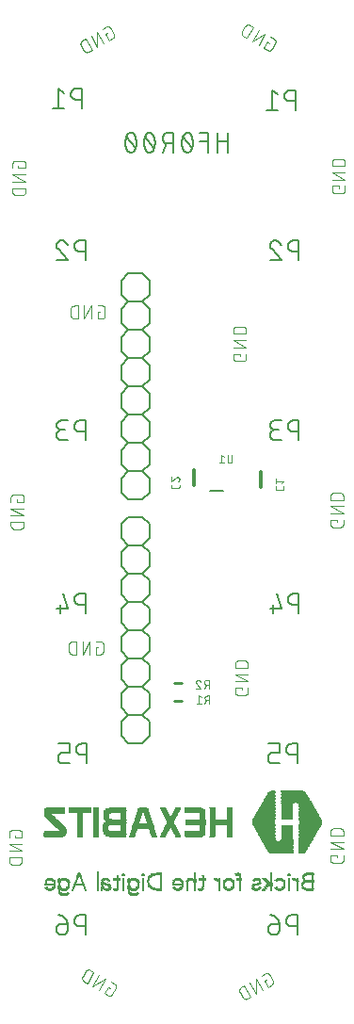
<source format=gbr>
G04 EAGLE Gerber RS-274X export*
G75*
%MOMM*%
%FSLAX34Y34*%
%LPD*%
%INSilkscreen Bottom*%
%IPPOS*%
%AMOC8*
5,1,8,0,0,1.08239X$1,22.5*%
G01*
%ADD10C,0.152400*%
%ADD11C,0.101600*%
%ADD12R,0.345438X0.020319*%
%ADD13R,1.950719X0.020319*%
%ADD14R,0.467356X0.020319*%
%ADD15R,2.072637X0.020319*%
%ADD16R,0.508000X0.020319*%
%ADD17R,2.113281X0.020319*%
%ADD18R,0.528319X0.020319*%
%ADD19R,2.133600X0.020319*%
%ADD20R,0.568956X0.020319*%
%ADD21R,2.174238X0.020319*%
%ADD22R,0.589275X0.020319*%
%ADD23R,2.194556X0.020319*%
%ADD24R,0.609600X0.020319*%
%ADD25R,2.214881X0.020319*%
%ADD26R,0.629919X0.020319*%
%ADD27R,2.235200X0.020319*%
%ADD28R,0.650238X0.020319*%
%ADD29R,2.255519X0.020319*%
%ADD30R,0.670556X0.020319*%
%ADD31R,2.275838X0.020319*%
%ADD32R,0.690875X0.020319*%
%ADD33R,2.296156X0.020319*%
%ADD34R,2.316481X0.020319*%
%ADD35R,0.711200X0.020319*%
%ADD36R,2.336800X0.020319*%
%ADD37R,0.731519X0.020319*%
%ADD38R,0.751838X0.020319*%
%ADD39R,2.357119X0.020319*%
%ADD40R,0.772156X0.020319*%
%ADD41R,2.377438X0.020319*%
%ADD42R,0.792475X0.020319*%
%ADD43R,2.397756X0.020319*%
%ADD44R,2.418081X0.020319*%
%ADD45R,0.812800X0.020319*%
%ADD46R,0.833119X0.020319*%
%ADD47R,2.438400X0.020319*%
%ADD48R,2.458719X0.020319*%
%ADD49R,0.853438X0.020319*%
%ADD50R,0.894081X0.020319*%
%ADD51R,2.479038X0.020319*%
%ADD52R,2.499356X0.020319*%
%ADD53R,0.914400X0.020319*%
%ADD54R,0.934719X0.020319*%
%ADD55R,2.519681X0.020319*%
%ADD56R,0.955038X0.020319*%
%ADD57R,2.540000X0.020319*%
%ADD58R,0.975363X0.020319*%
%ADD59R,2.560319X0.020319*%
%ADD60R,2.580637X0.020319*%
%ADD61R,0.995681X0.020319*%
%ADD62R,2.600956X0.020319*%
%ADD63R,1.016000X0.020319*%
%ADD64R,2.621281X0.020319*%
%ADD65R,1.036319X0.020319*%
%ADD66R,2.641600X0.020319*%
%ADD67R,1.056638X0.020319*%
%ADD68R,2.661919X0.020319*%
%ADD69R,1.076963X0.020319*%
%ADD70R,1.097281X0.020319*%
%ADD71R,1.117600X0.020319*%
%ADD72R,2.682238X0.020319*%
%ADD73R,2.702556X0.020319*%
%ADD74R,1.137919X0.020319*%
%ADD75R,2.722881X0.020319*%
%ADD76R,2.743200X0.020319*%
%ADD77R,1.158238X0.020319*%
%ADD78R,1.280156X0.020319*%
%ADD79R,1.341119X0.020319*%
%ADD80R,1.178556X0.020319*%
%ADD81R,1.259838X0.020319*%
%ADD82R,1.219200X0.020319*%
%ADD83R,1.300481X0.020319*%
%ADD84R,1.300475X0.020319*%
%ADD85R,1.198875X0.020319*%
%ADD86R,1.239519X0.020319*%
%ADD87R,1.076956X0.020319*%
%ADD88R,1.320800X0.020319*%
%ADD89R,1.361438X0.020319*%
%ADD90R,1.381756X0.020319*%
%ADD91R,1.402075X0.020319*%
%ADD92R,1.422400X0.020319*%
%ADD93R,1.564638X0.020319*%
%ADD94R,0.548638X0.020319*%
%ADD95R,1.544319X0.020319*%
%ADD96R,1.666238X0.020319*%
%ADD97R,1.645919X0.020319*%
%ADD98R,1.747519X0.020319*%
%ADD99R,1.442719X0.020319*%
%ADD100R,1.686556X0.020319*%
%ADD101R,1.727200X0.020319*%
%ADD102R,1.808475X0.020319*%
%ADD103R,1.463037X0.020319*%
%ADD104R,1.706875X0.020319*%
%ADD105R,0.568963X0.020319*%
%ADD106R,1.828800X0.020319*%
%ADD107R,1.788156X0.020319*%
%ADD108R,1.849119X0.020319*%
%ADD109R,1.483356X0.020319*%
%ADD110R,0.589281X0.020319*%
%ADD111R,1.889756X0.020319*%
%ADD112R,1.767838X0.020319*%
%ADD113R,1.910075X0.020319*%
%ADD114R,1.503675X0.020319*%
%ADD115R,1.930400X0.020319*%
%ADD116R,1.524000X0.020319*%
%ADD117R,1.971037X0.020319*%
%ADD118R,1.991356X0.020319*%
%ADD119R,1.869438X0.020319*%
%ADD120R,1.584956X0.020319*%
%ADD121R,2.011675X0.020319*%
%ADD122R,1.605275X0.020319*%
%ADD123R,2.032000X0.020319*%
%ADD124R,1.625600X0.020319*%
%ADD125R,2.052319X0.020319*%
%ADD126R,0.690881X0.020319*%
%ADD127R,2.092956X0.020319*%
%ADD128R,0.772163X0.020319*%
%ADD129R,2.011681X0.020319*%
%ADD130R,1.910081X0.020319*%
%ADD131R,0.873756X0.020319*%
%ADD132R,1.889763X0.020319*%
%ADD133R,0.670563X0.020319*%
%ADD134R,1.808481X0.020319*%
%ADD135R,0.792481X0.020319*%
%ADD136R,2.113275X0.020319*%
%ADD137R,0.894075X0.020319*%
%ADD138R,0.487681X0.020319*%
%ADD139R,0.975356X0.020319*%
%ADD140R,1.706881X0.020319*%
%ADD141R,1.503681X0.020319*%
%ADD142R,1.605281X0.020319*%
%ADD143R,0.487675X0.020319*%
%ADD144R,0.447038X0.020319*%
%ADD145R,0.060963X0.020319*%
%ADD146R,1.402081X0.020319*%
%ADD147R,1.280163X0.020319*%
%ADD148R,1.097275X0.020319*%
%ADD149R,2.722875X0.020319*%
%ADD150R,2.621275X0.020319*%
%ADD151R,0.995675X0.020319*%
%ADD152R,2.519675X0.020319*%
%ADD153R,2.418075X0.020319*%
%ADD154R,2.316475X0.020319*%
%ADD155R,2.214875X0.020319*%
%ADD156R,2.153919X0.020319*%
%ADD157R,0.426719X0.020319*%
%ADD158R,0.386075X0.020319*%
%ADD159R,0.132075X0.033019*%
%ADD160R,0.429256X0.033019*%
%ADD161R,0.594356X0.033019*%
%ADD162R,0.693419X0.033019*%
%ADD163R,0.792475X0.033019*%
%ADD164R,0.858519X0.033019*%
%ADD165R,0.363219X0.033019*%
%ADD166R,0.264156X0.033019*%
%ADD167R,0.297175X0.033019*%
%ADD168R,0.264163X0.033019*%
%ADD169R,0.033019X0.033019*%
%ADD170R,0.231138X0.033019*%
%ADD171R,0.198119X0.033019*%
%ADD172R,0.132081X0.033019*%
%ADD173R,0.165100X0.033019*%
%ADD174R,0.396238X0.033019*%
%ADD175R,0.330200X0.033019*%
%ADD176R,0.528319X0.033019*%
%ADD177R,0.561338X0.033019*%
%ADD178R,0.759456X0.033019*%
%ADD179R,0.462275X0.033019*%
%ADD180R,0.924556X0.033019*%
%ADD181R,0.660400X0.033019*%
%ADD182R,0.627381X0.033019*%
%ADD183R,0.495300X0.033019*%
%ADD184R,0.627375X0.033019*%
%ADD185R,0.957581X0.033019*%
%ADD186R,0.726438X0.033019*%
%ADD187R,0.957575X0.033019*%
%ADD188R,0.462281X0.033019*%
%ADD189R,0.990600X0.033019*%
%ADD190R,0.792481X0.033019*%
%ADD191R,0.891538X0.033019*%
%ADD192R,1.023619X0.033019*%
%ADD193R,0.825500X0.033019*%
%ADD194R,0.066037X0.033019*%
%ADD195R,1.056638X0.033019*%
%ADD196R,0.297181X0.033019*%
%ADD197R,0.099056X0.033019*%
%ADD198R,0.099063X0.033019*%
%ADD199R,1.089662X0.033019*%
%ADD200R,0.594363X0.033019*%
%ADD201R,0.429263X0.033019*%
%ADD202C,0.304800*%
%ADD203C,0.076200*%
%ADD204C,0.200000*%
%ADD205C,0.254000*%


D10*
X78613Y718312D02*
X78613Y736092D01*
X78613Y728190D02*
X68735Y728190D01*
X68735Y736092D02*
X68735Y718312D01*
X60717Y718312D02*
X60717Y736092D01*
X52815Y736092D01*
X52815Y728190D02*
X60717Y728190D01*
X46787Y727202D02*
X46783Y727552D01*
X46770Y727901D01*
X46749Y728250D01*
X46720Y728599D01*
X46683Y728947D01*
X46637Y729294D01*
X46583Y729639D01*
X46521Y729983D01*
X46450Y730326D01*
X46371Y730667D01*
X46285Y731006D01*
X46190Y731342D01*
X46087Y731677D01*
X45976Y732008D01*
X45858Y732338D01*
X45731Y732664D01*
X45597Y732987D01*
X45455Y733306D01*
X45305Y733623D01*
X45305Y733622D02*
X45265Y733735D01*
X45221Y733845D01*
X45173Y733955D01*
X45122Y734062D01*
X45067Y734168D01*
X45009Y734273D01*
X44947Y734375D01*
X44882Y734475D01*
X44814Y734573D01*
X44743Y734669D01*
X44668Y734762D01*
X44591Y734853D01*
X44511Y734941D01*
X44428Y735026D01*
X44342Y735109D01*
X44253Y735189D01*
X44162Y735266D01*
X44068Y735340D01*
X43972Y735411D01*
X43874Y735479D01*
X43774Y735543D01*
X43671Y735605D01*
X43567Y735662D01*
X43461Y735717D01*
X43353Y735768D01*
X43243Y735815D01*
X43132Y735859D01*
X43020Y735899D01*
X42906Y735935D01*
X42792Y735968D01*
X42676Y735997D01*
X42559Y736022D01*
X42442Y736043D01*
X42324Y736061D01*
X42205Y736074D01*
X42086Y736084D01*
X41967Y736090D01*
X41848Y736092D01*
X41729Y736090D01*
X41610Y736084D01*
X41491Y736074D01*
X41372Y736061D01*
X41254Y736043D01*
X41137Y736022D01*
X41020Y735997D01*
X40904Y735968D01*
X40790Y735935D01*
X40676Y735899D01*
X40564Y735859D01*
X40453Y735815D01*
X40343Y735768D01*
X40235Y735717D01*
X40129Y735662D01*
X40025Y735605D01*
X39922Y735543D01*
X39822Y735479D01*
X39724Y735411D01*
X39628Y735340D01*
X39534Y735266D01*
X39443Y735189D01*
X39354Y735109D01*
X39269Y735026D01*
X39185Y734941D01*
X39105Y734853D01*
X39028Y734762D01*
X38953Y734669D01*
X38882Y734573D01*
X38814Y734475D01*
X38749Y734375D01*
X38687Y734273D01*
X38629Y734168D01*
X38574Y734063D01*
X38523Y733955D01*
X38475Y733845D01*
X38431Y733735D01*
X38391Y733622D01*
X38391Y733623D02*
X38241Y733306D01*
X38099Y732987D01*
X37965Y732664D01*
X37838Y732338D01*
X37720Y732008D01*
X37609Y731677D01*
X37506Y731342D01*
X37411Y731006D01*
X37325Y730667D01*
X37246Y730326D01*
X37175Y729983D01*
X37113Y729639D01*
X37059Y729294D01*
X37013Y728947D01*
X36976Y728599D01*
X36947Y728250D01*
X36926Y727901D01*
X36913Y727552D01*
X36909Y727202D01*
X46787Y727202D02*
X46783Y726852D01*
X46770Y726503D01*
X46749Y726154D01*
X46720Y725805D01*
X46683Y725457D01*
X46637Y725110D01*
X46583Y724765D01*
X46521Y724421D01*
X46450Y724078D01*
X46371Y723737D01*
X46285Y723398D01*
X46190Y723062D01*
X46087Y722727D01*
X45976Y722396D01*
X45858Y722067D01*
X45731Y721740D01*
X45597Y721417D01*
X45455Y721098D01*
X45305Y720782D01*
X45265Y720669D01*
X45221Y720559D01*
X45173Y720449D01*
X45122Y720342D01*
X45067Y720236D01*
X45009Y720131D01*
X44947Y720029D01*
X44882Y719929D01*
X44814Y719831D01*
X44743Y719735D01*
X44668Y719642D01*
X44591Y719551D01*
X44511Y719463D01*
X44428Y719378D01*
X44342Y719295D01*
X44253Y719215D01*
X44162Y719138D01*
X44068Y719064D01*
X43972Y718993D01*
X43874Y718925D01*
X43774Y718861D01*
X43671Y718799D01*
X43567Y718742D01*
X43461Y718687D01*
X43353Y718636D01*
X43243Y718589D01*
X43132Y718545D01*
X43020Y718505D01*
X42906Y718469D01*
X42792Y718436D01*
X42676Y718407D01*
X42559Y718382D01*
X42442Y718361D01*
X42324Y718343D01*
X42205Y718330D01*
X42086Y718320D01*
X41967Y718314D01*
X41848Y718312D01*
X38392Y720782D02*
X38242Y721098D01*
X38100Y721417D01*
X37966Y721740D01*
X37839Y722067D01*
X37721Y722396D01*
X37610Y722727D01*
X37507Y723062D01*
X37412Y723398D01*
X37326Y723737D01*
X37247Y724078D01*
X37176Y724421D01*
X37114Y724765D01*
X37060Y725110D01*
X37014Y725457D01*
X36977Y725805D01*
X36948Y726154D01*
X36927Y726503D01*
X36914Y726852D01*
X36910Y727202D01*
X38391Y720782D02*
X38431Y720669D01*
X38475Y720559D01*
X38523Y720449D01*
X38574Y720341D01*
X38629Y720235D01*
X38687Y720131D01*
X38749Y720029D01*
X38814Y719929D01*
X38882Y719831D01*
X38953Y719735D01*
X39028Y719642D01*
X39105Y719551D01*
X39185Y719463D01*
X39269Y719378D01*
X39354Y719295D01*
X39443Y719215D01*
X39534Y719138D01*
X39628Y719064D01*
X39724Y718993D01*
X39822Y718925D01*
X39922Y718861D01*
X40025Y718799D01*
X40129Y718741D01*
X40235Y718687D01*
X40343Y718636D01*
X40453Y718589D01*
X40564Y718545D01*
X40676Y718505D01*
X40790Y718469D01*
X40904Y718436D01*
X41020Y718407D01*
X41137Y718382D01*
X41254Y718361D01*
X41372Y718343D01*
X41491Y718330D01*
X41610Y718320D01*
X41729Y718314D01*
X41848Y718312D01*
X45799Y722263D02*
X37897Y732141D01*
X29393Y736092D02*
X29393Y718312D01*
X29393Y736092D02*
X24454Y736092D01*
X24314Y736090D01*
X24175Y736084D01*
X24035Y736074D01*
X23896Y736060D01*
X23757Y736043D01*
X23619Y736021D01*
X23482Y735995D01*
X23345Y735966D01*
X23209Y735933D01*
X23075Y735896D01*
X22941Y735855D01*
X22809Y735810D01*
X22677Y735761D01*
X22548Y735709D01*
X22420Y735654D01*
X22293Y735594D01*
X22168Y735531D01*
X22045Y735465D01*
X21924Y735395D01*
X21805Y735322D01*
X21688Y735245D01*
X21574Y735165D01*
X21461Y735082D01*
X21351Y734996D01*
X21244Y734906D01*
X21139Y734814D01*
X21037Y734719D01*
X20937Y734621D01*
X20840Y734520D01*
X20746Y734416D01*
X20656Y734310D01*
X20568Y734201D01*
X20483Y734090D01*
X20402Y733976D01*
X20323Y733861D01*
X20248Y733743D01*
X20177Y733623D01*
X20109Y733500D01*
X20044Y733377D01*
X19983Y733251D01*
X19925Y733123D01*
X19871Y732995D01*
X19821Y732864D01*
X19774Y732732D01*
X19731Y732599D01*
X19692Y732465D01*
X19657Y732330D01*
X19626Y732194D01*
X19598Y732056D01*
X19575Y731919D01*
X19555Y731780D01*
X19539Y731641D01*
X19527Y731502D01*
X19519Y731363D01*
X19515Y731223D01*
X19515Y731083D01*
X19519Y730943D01*
X19527Y730804D01*
X19539Y730665D01*
X19555Y730526D01*
X19575Y730387D01*
X19598Y730250D01*
X19626Y730112D01*
X19657Y729976D01*
X19692Y729841D01*
X19731Y729707D01*
X19774Y729574D01*
X19821Y729442D01*
X19871Y729311D01*
X19925Y729183D01*
X19983Y729055D01*
X20044Y728929D01*
X20109Y728806D01*
X20177Y728684D01*
X20248Y728563D01*
X20323Y728445D01*
X20402Y728330D01*
X20483Y728216D01*
X20568Y728105D01*
X20656Y727996D01*
X20746Y727890D01*
X20840Y727786D01*
X20937Y727685D01*
X21037Y727587D01*
X21139Y727492D01*
X21244Y727400D01*
X21351Y727310D01*
X21461Y727224D01*
X21574Y727141D01*
X21688Y727061D01*
X21805Y726984D01*
X21924Y726911D01*
X22045Y726841D01*
X22168Y726775D01*
X22293Y726712D01*
X22420Y726652D01*
X22548Y726597D01*
X22677Y726545D01*
X22809Y726496D01*
X22941Y726451D01*
X23075Y726410D01*
X23209Y726373D01*
X23345Y726340D01*
X23482Y726311D01*
X23619Y726285D01*
X23757Y726263D01*
X23896Y726246D01*
X24035Y726232D01*
X24175Y726222D01*
X24314Y726216D01*
X24454Y726214D01*
X29393Y726214D01*
X23466Y726214D02*
X19515Y718312D01*
X12728Y727202D02*
X12724Y727552D01*
X12711Y727901D01*
X12690Y728250D01*
X12661Y728599D01*
X12624Y728947D01*
X12578Y729294D01*
X12524Y729639D01*
X12462Y729983D01*
X12391Y730326D01*
X12312Y730667D01*
X12226Y731006D01*
X12131Y731342D01*
X12028Y731677D01*
X11917Y732008D01*
X11799Y732338D01*
X11672Y732664D01*
X11538Y732987D01*
X11396Y733306D01*
X11246Y733623D01*
X11246Y733622D02*
X11206Y733735D01*
X11162Y733845D01*
X11114Y733955D01*
X11063Y734062D01*
X11008Y734168D01*
X10950Y734273D01*
X10888Y734375D01*
X10823Y734475D01*
X10755Y734573D01*
X10684Y734669D01*
X10609Y734762D01*
X10532Y734853D01*
X10452Y734941D01*
X10369Y735026D01*
X10283Y735109D01*
X10194Y735189D01*
X10103Y735266D01*
X10009Y735340D01*
X9913Y735411D01*
X9815Y735479D01*
X9715Y735543D01*
X9612Y735605D01*
X9508Y735662D01*
X9402Y735717D01*
X9294Y735768D01*
X9184Y735815D01*
X9073Y735859D01*
X8961Y735899D01*
X8847Y735935D01*
X8733Y735968D01*
X8617Y735997D01*
X8500Y736022D01*
X8383Y736043D01*
X8265Y736061D01*
X8146Y736074D01*
X8027Y736084D01*
X7908Y736090D01*
X7789Y736092D01*
X7670Y736090D01*
X7551Y736084D01*
X7432Y736074D01*
X7313Y736061D01*
X7195Y736043D01*
X7078Y736022D01*
X6961Y735997D01*
X6845Y735968D01*
X6731Y735935D01*
X6617Y735899D01*
X6505Y735859D01*
X6394Y735815D01*
X6284Y735768D01*
X6176Y735717D01*
X6070Y735662D01*
X5966Y735605D01*
X5863Y735543D01*
X5763Y735479D01*
X5665Y735411D01*
X5569Y735340D01*
X5475Y735266D01*
X5384Y735189D01*
X5295Y735109D01*
X5210Y735026D01*
X5126Y734941D01*
X5046Y734853D01*
X4969Y734762D01*
X4894Y734669D01*
X4823Y734573D01*
X4755Y734475D01*
X4690Y734375D01*
X4628Y734273D01*
X4570Y734168D01*
X4515Y734063D01*
X4464Y733955D01*
X4416Y733845D01*
X4372Y733735D01*
X4332Y733622D01*
X4332Y733623D02*
X4182Y733306D01*
X4040Y732987D01*
X3906Y732664D01*
X3779Y732338D01*
X3661Y732008D01*
X3550Y731677D01*
X3447Y731342D01*
X3352Y731006D01*
X3266Y730667D01*
X3187Y730326D01*
X3116Y729983D01*
X3054Y729639D01*
X3000Y729294D01*
X2954Y728947D01*
X2917Y728599D01*
X2888Y728250D01*
X2867Y727901D01*
X2854Y727552D01*
X2850Y727202D01*
X12728Y727202D02*
X12724Y726852D01*
X12711Y726503D01*
X12690Y726154D01*
X12661Y725805D01*
X12624Y725457D01*
X12578Y725110D01*
X12524Y724765D01*
X12462Y724421D01*
X12391Y724078D01*
X12312Y723737D01*
X12226Y723398D01*
X12131Y723062D01*
X12028Y722727D01*
X11917Y722396D01*
X11799Y722067D01*
X11672Y721740D01*
X11538Y721417D01*
X11396Y721098D01*
X11246Y720782D01*
X11206Y720669D01*
X11162Y720559D01*
X11114Y720449D01*
X11063Y720342D01*
X11008Y720236D01*
X10950Y720131D01*
X10888Y720029D01*
X10823Y719929D01*
X10755Y719831D01*
X10684Y719735D01*
X10609Y719642D01*
X10532Y719551D01*
X10452Y719463D01*
X10369Y719378D01*
X10283Y719295D01*
X10194Y719215D01*
X10103Y719138D01*
X10009Y719064D01*
X9913Y718993D01*
X9815Y718925D01*
X9715Y718861D01*
X9612Y718799D01*
X9508Y718742D01*
X9402Y718687D01*
X9294Y718636D01*
X9184Y718589D01*
X9073Y718545D01*
X8961Y718505D01*
X8847Y718469D01*
X8733Y718436D01*
X8617Y718407D01*
X8500Y718382D01*
X8383Y718361D01*
X8265Y718343D01*
X8146Y718330D01*
X8027Y718320D01*
X7908Y718314D01*
X7789Y718312D01*
X4332Y720782D02*
X4182Y721098D01*
X4040Y721417D01*
X3906Y721740D01*
X3779Y722067D01*
X3661Y722396D01*
X3550Y722727D01*
X3447Y723062D01*
X3352Y723398D01*
X3266Y723737D01*
X3187Y724078D01*
X3116Y724421D01*
X3054Y724765D01*
X3000Y725110D01*
X2954Y725457D01*
X2917Y725805D01*
X2888Y726154D01*
X2867Y726503D01*
X2854Y726852D01*
X2850Y727202D01*
X4332Y720782D02*
X4372Y720669D01*
X4416Y720559D01*
X4464Y720449D01*
X4515Y720341D01*
X4570Y720235D01*
X4628Y720131D01*
X4690Y720029D01*
X4755Y719929D01*
X4823Y719831D01*
X4894Y719735D01*
X4969Y719642D01*
X5046Y719551D01*
X5126Y719463D01*
X5210Y719378D01*
X5295Y719295D01*
X5384Y719215D01*
X5475Y719138D01*
X5569Y719064D01*
X5665Y718993D01*
X5763Y718925D01*
X5863Y718861D01*
X5966Y718799D01*
X6070Y718741D01*
X6176Y718687D01*
X6284Y718636D01*
X6394Y718589D01*
X6505Y718545D01*
X6617Y718505D01*
X6731Y718469D01*
X6845Y718436D01*
X6961Y718407D01*
X7078Y718382D01*
X7195Y718361D01*
X7313Y718343D01*
X7432Y718330D01*
X7551Y718320D01*
X7670Y718314D01*
X7789Y718312D01*
X11740Y722263D02*
X3838Y732141D01*
X-4022Y727202D02*
X-4026Y727552D01*
X-4039Y727901D01*
X-4060Y728250D01*
X-4089Y728599D01*
X-4126Y728947D01*
X-4172Y729294D01*
X-4226Y729639D01*
X-4288Y729983D01*
X-4359Y730326D01*
X-4438Y730667D01*
X-4524Y731006D01*
X-4619Y731342D01*
X-4722Y731677D01*
X-4833Y732008D01*
X-4951Y732338D01*
X-5078Y732664D01*
X-5212Y732987D01*
X-5354Y733306D01*
X-5504Y733623D01*
X-5504Y733622D02*
X-5544Y733735D01*
X-5588Y733845D01*
X-5636Y733955D01*
X-5687Y734063D01*
X-5742Y734168D01*
X-5800Y734273D01*
X-5862Y734375D01*
X-5927Y734475D01*
X-5995Y734573D01*
X-6066Y734669D01*
X-6141Y734762D01*
X-6218Y734853D01*
X-6298Y734941D01*
X-6382Y735026D01*
X-6467Y735109D01*
X-6556Y735189D01*
X-6647Y735266D01*
X-6741Y735340D01*
X-6837Y735411D01*
X-6935Y735479D01*
X-7035Y735543D01*
X-7138Y735605D01*
X-7242Y735662D01*
X-7348Y735717D01*
X-7456Y735768D01*
X-7566Y735815D01*
X-7677Y735859D01*
X-7789Y735899D01*
X-7903Y735935D01*
X-8017Y735968D01*
X-8133Y735997D01*
X-8250Y736022D01*
X-8367Y736043D01*
X-8485Y736061D01*
X-8604Y736074D01*
X-8723Y736084D01*
X-8842Y736090D01*
X-8961Y736092D01*
X-9080Y736090D01*
X-9199Y736084D01*
X-9318Y736074D01*
X-9437Y736061D01*
X-9555Y736043D01*
X-9672Y736022D01*
X-9789Y735997D01*
X-9905Y735968D01*
X-10019Y735935D01*
X-10133Y735899D01*
X-10245Y735859D01*
X-10356Y735815D01*
X-10466Y735768D01*
X-10574Y735717D01*
X-10680Y735662D01*
X-10784Y735605D01*
X-10887Y735543D01*
X-10987Y735479D01*
X-11085Y735411D01*
X-11181Y735340D01*
X-11275Y735266D01*
X-11366Y735189D01*
X-11455Y735109D01*
X-11541Y735026D01*
X-11624Y734941D01*
X-11704Y734853D01*
X-11781Y734762D01*
X-11856Y734669D01*
X-11927Y734573D01*
X-11995Y734475D01*
X-12060Y734375D01*
X-12122Y734273D01*
X-12180Y734168D01*
X-12235Y734062D01*
X-12286Y733955D01*
X-12334Y733845D01*
X-12378Y733735D01*
X-12418Y733622D01*
X-12418Y733623D02*
X-12568Y733306D01*
X-12710Y732987D01*
X-12844Y732664D01*
X-12971Y732338D01*
X-13089Y732008D01*
X-13200Y731677D01*
X-13303Y731342D01*
X-13398Y731006D01*
X-13484Y730667D01*
X-13563Y730326D01*
X-13634Y729983D01*
X-13696Y729639D01*
X-13750Y729294D01*
X-13796Y728947D01*
X-13833Y728599D01*
X-13862Y728250D01*
X-13883Y727901D01*
X-13896Y727552D01*
X-13900Y727202D01*
X-4023Y727202D02*
X-4027Y726852D01*
X-4040Y726503D01*
X-4061Y726154D01*
X-4090Y725805D01*
X-4127Y725457D01*
X-4173Y725110D01*
X-4227Y724765D01*
X-4289Y724421D01*
X-4360Y724078D01*
X-4439Y723737D01*
X-4525Y723398D01*
X-4620Y723062D01*
X-4723Y722727D01*
X-4834Y722396D01*
X-4952Y722067D01*
X-5079Y721740D01*
X-5213Y721417D01*
X-5355Y721098D01*
X-5505Y720782D01*
X-5504Y720782D02*
X-5544Y720669D01*
X-5588Y720559D01*
X-5636Y720449D01*
X-5687Y720341D01*
X-5742Y720235D01*
X-5800Y720131D01*
X-5862Y720029D01*
X-5927Y719929D01*
X-5995Y719831D01*
X-6066Y719735D01*
X-6141Y719642D01*
X-6218Y719551D01*
X-6298Y719463D01*
X-6382Y719378D01*
X-6467Y719295D01*
X-6556Y719215D01*
X-6647Y719138D01*
X-6741Y719064D01*
X-6837Y718993D01*
X-6935Y718925D01*
X-7035Y718861D01*
X-7138Y718799D01*
X-7242Y718741D01*
X-7348Y718687D01*
X-7456Y718636D01*
X-7566Y718589D01*
X-7677Y718545D01*
X-7789Y718505D01*
X-7903Y718469D01*
X-8017Y718436D01*
X-8133Y718407D01*
X-8250Y718382D01*
X-8367Y718361D01*
X-8485Y718343D01*
X-8604Y718330D01*
X-8723Y718320D01*
X-8842Y718314D01*
X-8961Y718312D01*
X-12418Y720782D02*
X-12568Y721098D01*
X-12710Y721417D01*
X-12844Y721740D01*
X-12971Y722067D01*
X-13089Y722396D01*
X-13200Y722727D01*
X-13303Y723062D01*
X-13398Y723398D01*
X-13484Y723737D01*
X-13563Y724078D01*
X-13634Y724421D01*
X-13696Y724765D01*
X-13750Y725110D01*
X-13796Y725457D01*
X-13833Y725805D01*
X-13862Y726154D01*
X-13883Y726503D01*
X-13896Y726852D01*
X-13900Y727202D01*
X-12418Y720782D02*
X-12378Y720669D01*
X-12334Y720559D01*
X-12286Y720449D01*
X-12235Y720342D01*
X-12180Y720236D01*
X-12122Y720131D01*
X-12060Y720029D01*
X-11995Y719929D01*
X-11927Y719831D01*
X-11856Y719735D01*
X-11781Y719642D01*
X-11704Y719551D01*
X-11624Y719463D01*
X-11541Y719378D01*
X-11455Y719295D01*
X-11366Y719215D01*
X-11275Y719138D01*
X-11181Y719064D01*
X-11085Y718993D01*
X-10987Y718925D01*
X-10887Y718861D01*
X-10784Y718799D01*
X-10680Y718742D01*
X-10574Y718687D01*
X-10466Y718636D01*
X-10356Y718589D01*
X-10245Y718545D01*
X-10133Y718505D01*
X-10019Y718469D01*
X-9905Y718436D01*
X-9789Y718407D01*
X-9672Y718382D01*
X-9555Y718361D01*
X-9437Y718343D01*
X-9318Y718330D01*
X-9199Y718320D01*
X-9080Y718314D01*
X-8961Y718312D01*
X-5010Y722263D02*
X-12913Y732141D01*
X138938Y756412D02*
X138938Y774192D01*
X133999Y774192D01*
X133859Y774190D01*
X133720Y774184D01*
X133580Y774174D01*
X133441Y774160D01*
X133302Y774143D01*
X133164Y774121D01*
X133027Y774095D01*
X132890Y774066D01*
X132754Y774033D01*
X132620Y773996D01*
X132486Y773955D01*
X132354Y773910D01*
X132222Y773861D01*
X132093Y773809D01*
X131965Y773754D01*
X131838Y773694D01*
X131713Y773631D01*
X131590Y773565D01*
X131469Y773495D01*
X131350Y773422D01*
X131233Y773345D01*
X131119Y773265D01*
X131006Y773182D01*
X130896Y773096D01*
X130789Y773006D01*
X130684Y772914D01*
X130582Y772819D01*
X130482Y772721D01*
X130385Y772620D01*
X130291Y772516D01*
X130201Y772410D01*
X130113Y772301D01*
X130028Y772190D01*
X129947Y772076D01*
X129868Y771961D01*
X129793Y771843D01*
X129722Y771723D01*
X129654Y771600D01*
X129589Y771477D01*
X129528Y771351D01*
X129470Y771223D01*
X129416Y771095D01*
X129366Y770964D01*
X129319Y770832D01*
X129276Y770699D01*
X129237Y770565D01*
X129202Y770430D01*
X129171Y770294D01*
X129143Y770156D01*
X129120Y770019D01*
X129100Y769880D01*
X129084Y769741D01*
X129072Y769602D01*
X129064Y769463D01*
X129060Y769323D01*
X129060Y769183D01*
X129064Y769043D01*
X129072Y768904D01*
X129084Y768765D01*
X129100Y768626D01*
X129120Y768487D01*
X129143Y768350D01*
X129171Y768212D01*
X129202Y768076D01*
X129237Y767941D01*
X129276Y767807D01*
X129319Y767674D01*
X129366Y767542D01*
X129416Y767411D01*
X129470Y767283D01*
X129528Y767155D01*
X129589Y767029D01*
X129654Y766906D01*
X129722Y766784D01*
X129793Y766663D01*
X129868Y766545D01*
X129947Y766430D01*
X130028Y766316D01*
X130113Y766205D01*
X130201Y766096D01*
X130291Y765990D01*
X130385Y765886D01*
X130482Y765785D01*
X130582Y765687D01*
X130684Y765592D01*
X130789Y765500D01*
X130896Y765410D01*
X131006Y765324D01*
X131119Y765241D01*
X131233Y765161D01*
X131350Y765084D01*
X131469Y765011D01*
X131590Y764941D01*
X131713Y764875D01*
X131838Y764812D01*
X131965Y764752D01*
X132093Y764697D01*
X132222Y764645D01*
X132354Y764596D01*
X132486Y764551D01*
X132620Y764510D01*
X132754Y764473D01*
X132890Y764440D01*
X133027Y764411D01*
X133164Y764385D01*
X133302Y764363D01*
X133441Y764346D01*
X133580Y764332D01*
X133720Y764322D01*
X133859Y764316D01*
X133999Y764314D01*
X138938Y764314D01*
X122943Y770241D02*
X118004Y774192D01*
X118004Y756412D01*
X122943Y756412D02*
X113065Y756412D01*
X142113Y639255D02*
X142113Y621475D01*
X142113Y639255D02*
X137174Y639255D01*
X137034Y639253D01*
X136895Y639247D01*
X136755Y639237D01*
X136616Y639223D01*
X136477Y639206D01*
X136339Y639184D01*
X136202Y639158D01*
X136065Y639129D01*
X135929Y639096D01*
X135795Y639059D01*
X135661Y639018D01*
X135529Y638973D01*
X135397Y638924D01*
X135268Y638872D01*
X135140Y638817D01*
X135013Y638757D01*
X134888Y638694D01*
X134765Y638628D01*
X134644Y638558D01*
X134525Y638485D01*
X134408Y638408D01*
X134294Y638328D01*
X134181Y638245D01*
X134071Y638159D01*
X133964Y638069D01*
X133859Y637977D01*
X133757Y637882D01*
X133657Y637784D01*
X133560Y637683D01*
X133466Y637579D01*
X133376Y637473D01*
X133288Y637364D01*
X133203Y637253D01*
X133122Y637139D01*
X133043Y637024D01*
X132968Y636906D01*
X132897Y636786D01*
X132829Y636663D01*
X132764Y636540D01*
X132703Y636414D01*
X132645Y636286D01*
X132591Y636158D01*
X132541Y636027D01*
X132494Y635895D01*
X132451Y635762D01*
X132412Y635628D01*
X132377Y635493D01*
X132346Y635357D01*
X132318Y635219D01*
X132295Y635082D01*
X132275Y634943D01*
X132259Y634804D01*
X132247Y634665D01*
X132239Y634526D01*
X132235Y634386D01*
X132235Y634246D01*
X132239Y634106D01*
X132247Y633967D01*
X132259Y633828D01*
X132275Y633689D01*
X132295Y633550D01*
X132318Y633413D01*
X132346Y633275D01*
X132377Y633139D01*
X132412Y633004D01*
X132451Y632870D01*
X132494Y632737D01*
X132541Y632605D01*
X132591Y632474D01*
X132645Y632346D01*
X132703Y632218D01*
X132764Y632092D01*
X132829Y631969D01*
X132897Y631847D01*
X132968Y631726D01*
X133043Y631608D01*
X133122Y631493D01*
X133203Y631379D01*
X133288Y631268D01*
X133376Y631159D01*
X133466Y631053D01*
X133560Y630949D01*
X133657Y630848D01*
X133757Y630750D01*
X133859Y630655D01*
X133964Y630563D01*
X134071Y630473D01*
X134181Y630387D01*
X134294Y630304D01*
X134408Y630224D01*
X134525Y630147D01*
X134644Y630074D01*
X134765Y630004D01*
X134888Y629938D01*
X135013Y629875D01*
X135140Y629815D01*
X135268Y629760D01*
X135397Y629708D01*
X135529Y629659D01*
X135661Y629614D01*
X135795Y629573D01*
X135929Y629536D01*
X136065Y629503D01*
X136202Y629474D01*
X136339Y629448D01*
X136477Y629426D01*
X136616Y629409D01*
X136755Y629395D01*
X136895Y629385D01*
X137034Y629379D01*
X137174Y629377D01*
X142113Y629377D01*
X120685Y639255D02*
X120553Y639253D01*
X120422Y639247D01*
X120290Y639237D01*
X120159Y639224D01*
X120029Y639206D01*
X119899Y639185D01*
X119769Y639160D01*
X119641Y639131D01*
X119513Y639098D01*
X119387Y639061D01*
X119261Y639021D01*
X119137Y638977D01*
X119014Y638929D01*
X118893Y638878D01*
X118773Y638823D01*
X118655Y638765D01*
X118539Y638703D01*
X118425Y638637D01*
X118312Y638569D01*
X118202Y638497D01*
X118094Y638422D01*
X117988Y638343D01*
X117884Y638262D01*
X117783Y638177D01*
X117685Y638090D01*
X117589Y637999D01*
X117496Y637906D01*
X117405Y637810D01*
X117318Y637712D01*
X117233Y637611D01*
X117152Y637507D01*
X117073Y637401D01*
X116998Y637293D01*
X116926Y637183D01*
X116858Y637070D01*
X116792Y636956D01*
X116730Y636840D01*
X116672Y636722D01*
X116617Y636602D01*
X116566Y636481D01*
X116518Y636358D01*
X116474Y636234D01*
X116434Y636108D01*
X116397Y635982D01*
X116364Y635854D01*
X116335Y635726D01*
X116310Y635596D01*
X116289Y635466D01*
X116271Y635336D01*
X116258Y635205D01*
X116248Y635073D01*
X116242Y634942D01*
X116240Y634810D01*
X120685Y639255D02*
X120835Y639253D01*
X120984Y639247D01*
X121133Y639237D01*
X121282Y639224D01*
X121431Y639206D01*
X121579Y639185D01*
X121727Y639159D01*
X121873Y639130D01*
X122019Y639097D01*
X122164Y639060D01*
X122308Y639019D01*
X122451Y638975D01*
X122593Y638927D01*
X122733Y638875D01*
X122872Y638820D01*
X123010Y638761D01*
X123145Y638698D01*
X123280Y638632D01*
X123412Y638562D01*
X123542Y638489D01*
X123671Y638412D01*
X123798Y638332D01*
X123922Y638249D01*
X124044Y638163D01*
X124164Y638073D01*
X124281Y637980D01*
X124396Y637885D01*
X124509Y637786D01*
X124619Y637684D01*
X124726Y637580D01*
X124830Y637473D01*
X124932Y637363D01*
X125030Y637250D01*
X125126Y637135D01*
X125218Y637017D01*
X125308Y636897D01*
X125394Y636775D01*
X125477Y636651D01*
X125557Y636524D01*
X125633Y636396D01*
X125706Y636265D01*
X125776Y636132D01*
X125842Y635998D01*
X125904Y635862D01*
X125963Y635725D01*
X126019Y635586D01*
X126070Y635445D01*
X126118Y635304D01*
X117723Y631353D02*
X117627Y631446D01*
X117535Y631542D01*
X117445Y631641D01*
X117358Y631742D01*
X117274Y631845D01*
X117192Y631950D01*
X117114Y632058D01*
X117039Y632168D01*
X116966Y632280D01*
X116897Y632394D01*
X116831Y632510D01*
X116769Y632628D01*
X116710Y632747D01*
X116654Y632868D01*
X116601Y632991D01*
X116552Y633115D01*
X116507Y633240D01*
X116464Y633367D01*
X116426Y633494D01*
X116391Y633623D01*
X116360Y633752D01*
X116332Y633883D01*
X116308Y634014D01*
X116287Y634146D01*
X116271Y634278D01*
X116258Y634411D01*
X116248Y634544D01*
X116243Y634677D01*
X116241Y634810D01*
X117722Y631352D02*
X126118Y621475D01*
X116240Y621475D01*
X142113Y477330D02*
X142113Y459550D01*
X142113Y477330D02*
X137174Y477330D01*
X137034Y477328D01*
X136895Y477322D01*
X136755Y477312D01*
X136616Y477298D01*
X136477Y477281D01*
X136339Y477259D01*
X136202Y477233D01*
X136065Y477204D01*
X135929Y477171D01*
X135795Y477134D01*
X135661Y477093D01*
X135529Y477048D01*
X135397Y476999D01*
X135268Y476947D01*
X135140Y476892D01*
X135013Y476832D01*
X134888Y476769D01*
X134765Y476703D01*
X134644Y476633D01*
X134525Y476560D01*
X134408Y476483D01*
X134294Y476403D01*
X134181Y476320D01*
X134071Y476234D01*
X133964Y476144D01*
X133859Y476052D01*
X133757Y475957D01*
X133657Y475859D01*
X133560Y475758D01*
X133466Y475654D01*
X133376Y475548D01*
X133288Y475439D01*
X133203Y475328D01*
X133122Y475214D01*
X133043Y475099D01*
X132968Y474981D01*
X132897Y474861D01*
X132829Y474738D01*
X132764Y474615D01*
X132703Y474489D01*
X132645Y474361D01*
X132591Y474233D01*
X132541Y474102D01*
X132494Y473970D01*
X132451Y473837D01*
X132412Y473703D01*
X132377Y473568D01*
X132346Y473432D01*
X132318Y473294D01*
X132295Y473157D01*
X132275Y473018D01*
X132259Y472879D01*
X132247Y472740D01*
X132239Y472601D01*
X132235Y472461D01*
X132235Y472321D01*
X132239Y472181D01*
X132247Y472042D01*
X132259Y471903D01*
X132275Y471764D01*
X132295Y471625D01*
X132318Y471488D01*
X132346Y471350D01*
X132377Y471214D01*
X132412Y471079D01*
X132451Y470945D01*
X132494Y470812D01*
X132541Y470680D01*
X132591Y470549D01*
X132645Y470421D01*
X132703Y470293D01*
X132764Y470167D01*
X132829Y470044D01*
X132897Y469922D01*
X132968Y469801D01*
X133043Y469683D01*
X133122Y469568D01*
X133203Y469454D01*
X133288Y469343D01*
X133376Y469234D01*
X133466Y469128D01*
X133560Y469024D01*
X133657Y468923D01*
X133757Y468825D01*
X133859Y468730D01*
X133964Y468638D01*
X134071Y468548D01*
X134181Y468462D01*
X134294Y468379D01*
X134408Y468299D01*
X134525Y468222D01*
X134644Y468149D01*
X134765Y468079D01*
X134888Y468013D01*
X135013Y467950D01*
X135140Y467890D01*
X135268Y467835D01*
X135397Y467783D01*
X135529Y467734D01*
X135661Y467689D01*
X135795Y467648D01*
X135929Y467611D01*
X136065Y467578D01*
X136202Y467549D01*
X136339Y467523D01*
X136477Y467501D01*
X136616Y467484D01*
X136755Y467470D01*
X136895Y467460D01*
X137034Y467454D01*
X137174Y467452D01*
X142113Y467452D01*
X126118Y459550D02*
X121179Y459550D01*
X121179Y459549D02*
X121039Y459551D01*
X120900Y459557D01*
X120760Y459567D01*
X120621Y459581D01*
X120482Y459598D01*
X120344Y459620D01*
X120207Y459646D01*
X120070Y459675D01*
X119934Y459708D01*
X119800Y459745D01*
X119666Y459786D01*
X119534Y459831D01*
X119402Y459880D01*
X119273Y459932D01*
X119145Y459987D01*
X119018Y460047D01*
X118893Y460110D01*
X118770Y460176D01*
X118649Y460246D01*
X118530Y460319D01*
X118413Y460396D01*
X118299Y460476D01*
X118186Y460559D01*
X118076Y460645D01*
X117969Y460735D01*
X117864Y460827D01*
X117762Y460922D01*
X117662Y461020D01*
X117565Y461121D01*
X117471Y461225D01*
X117381Y461331D01*
X117293Y461440D01*
X117208Y461551D01*
X117127Y461665D01*
X117048Y461780D01*
X116973Y461898D01*
X116902Y462019D01*
X116834Y462141D01*
X116769Y462264D01*
X116708Y462390D01*
X116650Y462518D01*
X116596Y462646D01*
X116546Y462777D01*
X116499Y462909D01*
X116456Y463042D01*
X116417Y463176D01*
X116382Y463311D01*
X116351Y463447D01*
X116323Y463585D01*
X116300Y463722D01*
X116280Y463861D01*
X116264Y464000D01*
X116252Y464139D01*
X116244Y464278D01*
X116240Y464418D01*
X116240Y464558D01*
X116244Y464698D01*
X116252Y464837D01*
X116264Y464976D01*
X116280Y465115D01*
X116300Y465254D01*
X116323Y465391D01*
X116351Y465529D01*
X116382Y465665D01*
X116417Y465800D01*
X116456Y465934D01*
X116499Y466067D01*
X116546Y466199D01*
X116596Y466330D01*
X116650Y466458D01*
X116708Y466586D01*
X116769Y466712D01*
X116834Y466835D01*
X116902Y466958D01*
X116973Y467078D01*
X117048Y467196D01*
X117127Y467311D01*
X117208Y467425D01*
X117293Y467536D01*
X117381Y467645D01*
X117471Y467751D01*
X117565Y467855D01*
X117662Y467956D01*
X117762Y468054D01*
X117864Y468149D01*
X117969Y468241D01*
X118076Y468331D01*
X118186Y468417D01*
X118299Y468500D01*
X118413Y468580D01*
X118530Y468657D01*
X118649Y468730D01*
X118770Y468800D01*
X118893Y468866D01*
X119018Y468929D01*
X119145Y468989D01*
X119273Y469044D01*
X119402Y469096D01*
X119534Y469145D01*
X119666Y469190D01*
X119800Y469231D01*
X119934Y469268D01*
X120070Y469301D01*
X120207Y469330D01*
X120344Y469356D01*
X120482Y469378D01*
X120621Y469395D01*
X120760Y469409D01*
X120900Y469419D01*
X121039Y469425D01*
X121179Y469427D01*
X120191Y477330D02*
X126118Y477330D01*
X120191Y477329D02*
X120067Y477327D01*
X119943Y477321D01*
X119819Y477311D01*
X119696Y477298D01*
X119573Y477280D01*
X119451Y477259D01*
X119329Y477234D01*
X119208Y477205D01*
X119089Y477172D01*
X118970Y477136D01*
X118853Y477095D01*
X118737Y477052D01*
X118622Y477004D01*
X118509Y476953D01*
X118397Y476898D01*
X118288Y476840D01*
X118180Y476779D01*
X118074Y476714D01*
X117970Y476646D01*
X117869Y476574D01*
X117769Y476500D01*
X117673Y476422D01*
X117578Y476342D01*
X117486Y476258D01*
X117397Y476172D01*
X117311Y476083D01*
X117227Y475991D01*
X117147Y475896D01*
X117069Y475800D01*
X116995Y475700D01*
X116923Y475599D01*
X116855Y475495D01*
X116790Y475389D01*
X116729Y475281D01*
X116671Y475172D01*
X116616Y475060D01*
X116565Y474947D01*
X116517Y474832D01*
X116474Y474716D01*
X116433Y474599D01*
X116397Y474480D01*
X116364Y474361D01*
X116335Y474240D01*
X116310Y474118D01*
X116289Y473996D01*
X116271Y473873D01*
X116258Y473750D01*
X116248Y473626D01*
X116242Y473502D01*
X116240Y473378D01*
X116242Y473254D01*
X116248Y473130D01*
X116258Y473006D01*
X116271Y472883D01*
X116289Y472760D01*
X116310Y472638D01*
X116335Y472516D01*
X116364Y472395D01*
X116397Y472276D01*
X116433Y472157D01*
X116474Y472040D01*
X116517Y471924D01*
X116565Y471809D01*
X116616Y471696D01*
X116671Y471584D01*
X116729Y471475D01*
X116790Y471367D01*
X116855Y471261D01*
X116923Y471157D01*
X116995Y471056D01*
X117069Y470956D01*
X117147Y470860D01*
X117227Y470765D01*
X117311Y470673D01*
X117397Y470584D01*
X117486Y470498D01*
X117578Y470414D01*
X117673Y470334D01*
X117769Y470256D01*
X117869Y470182D01*
X117970Y470110D01*
X118074Y470042D01*
X118180Y469977D01*
X118288Y469916D01*
X118397Y469858D01*
X118509Y469803D01*
X118622Y469752D01*
X118737Y469704D01*
X118853Y469661D01*
X118970Y469620D01*
X119089Y469584D01*
X119208Y469551D01*
X119329Y469522D01*
X119451Y469497D01*
X119573Y469476D01*
X119696Y469458D01*
X119819Y469445D01*
X119943Y469435D01*
X120067Y469429D01*
X120191Y469427D01*
X124142Y469427D01*
X142113Y321755D02*
X142113Y303975D01*
X142113Y321755D02*
X137174Y321755D01*
X137034Y321753D01*
X136895Y321747D01*
X136755Y321737D01*
X136616Y321723D01*
X136477Y321706D01*
X136339Y321684D01*
X136202Y321658D01*
X136065Y321629D01*
X135929Y321596D01*
X135795Y321559D01*
X135661Y321518D01*
X135529Y321473D01*
X135397Y321424D01*
X135268Y321372D01*
X135140Y321317D01*
X135013Y321257D01*
X134888Y321194D01*
X134765Y321128D01*
X134644Y321058D01*
X134525Y320985D01*
X134408Y320908D01*
X134294Y320828D01*
X134181Y320745D01*
X134071Y320659D01*
X133964Y320569D01*
X133859Y320477D01*
X133757Y320382D01*
X133657Y320284D01*
X133560Y320183D01*
X133466Y320079D01*
X133376Y319973D01*
X133288Y319864D01*
X133203Y319753D01*
X133122Y319639D01*
X133043Y319524D01*
X132968Y319406D01*
X132897Y319286D01*
X132829Y319163D01*
X132764Y319040D01*
X132703Y318914D01*
X132645Y318786D01*
X132591Y318658D01*
X132541Y318527D01*
X132494Y318395D01*
X132451Y318262D01*
X132412Y318128D01*
X132377Y317993D01*
X132346Y317857D01*
X132318Y317719D01*
X132295Y317582D01*
X132275Y317443D01*
X132259Y317304D01*
X132247Y317165D01*
X132239Y317026D01*
X132235Y316886D01*
X132235Y316746D01*
X132239Y316606D01*
X132247Y316467D01*
X132259Y316328D01*
X132275Y316189D01*
X132295Y316050D01*
X132318Y315913D01*
X132346Y315775D01*
X132377Y315639D01*
X132412Y315504D01*
X132451Y315370D01*
X132494Y315237D01*
X132541Y315105D01*
X132591Y314974D01*
X132645Y314846D01*
X132703Y314718D01*
X132764Y314592D01*
X132829Y314469D01*
X132897Y314347D01*
X132968Y314226D01*
X133043Y314108D01*
X133122Y313993D01*
X133203Y313879D01*
X133288Y313768D01*
X133376Y313659D01*
X133466Y313553D01*
X133560Y313449D01*
X133657Y313348D01*
X133757Y313250D01*
X133859Y313155D01*
X133964Y313063D01*
X134071Y312973D01*
X134181Y312887D01*
X134294Y312804D01*
X134408Y312724D01*
X134525Y312647D01*
X134644Y312574D01*
X134765Y312504D01*
X134888Y312438D01*
X135013Y312375D01*
X135140Y312315D01*
X135268Y312260D01*
X135397Y312208D01*
X135529Y312159D01*
X135661Y312114D01*
X135795Y312073D01*
X135929Y312036D01*
X136065Y312003D01*
X136202Y311974D01*
X136339Y311948D01*
X136477Y311926D01*
X136616Y311909D01*
X136755Y311895D01*
X136895Y311885D01*
X137034Y311879D01*
X137174Y311877D01*
X142113Y311877D01*
X126118Y307926D02*
X122167Y321755D01*
X126118Y307926D02*
X116240Y307926D01*
X119204Y311877D02*
X119204Y303975D01*
X140526Y186817D02*
X140526Y169037D01*
X140526Y186817D02*
X135587Y186817D01*
X135447Y186815D01*
X135308Y186809D01*
X135168Y186799D01*
X135029Y186785D01*
X134890Y186768D01*
X134752Y186746D01*
X134615Y186720D01*
X134478Y186691D01*
X134342Y186658D01*
X134208Y186621D01*
X134074Y186580D01*
X133942Y186535D01*
X133810Y186486D01*
X133681Y186434D01*
X133553Y186379D01*
X133426Y186319D01*
X133301Y186256D01*
X133178Y186190D01*
X133057Y186120D01*
X132938Y186047D01*
X132821Y185970D01*
X132707Y185890D01*
X132594Y185807D01*
X132484Y185721D01*
X132377Y185631D01*
X132272Y185539D01*
X132170Y185444D01*
X132070Y185346D01*
X131973Y185245D01*
X131879Y185141D01*
X131789Y185035D01*
X131701Y184926D01*
X131616Y184815D01*
X131535Y184701D01*
X131456Y184586D01*
X131381Y184468D01*
X131310Y184348D01*
X131242Y184225D01*
X131177Y184102D01*
X131116Y183976D01*
X131058Y183848D01*
X131004Y183720D01*
X130954Y183589D01*
X130907Y183457D01*
X130864Y183324D01*
X130825Y183190D01*
X130790Y183055D01*
X130759Y182919D01*
X130731Y182781D01*
X130708Y182644D01*
X130688Y182505D01*
X130672Y182366D01*
X130660Y182227D01*
X130652Y182088D01*
X130648Y181948D01*
X130648Y181808D01*
X130652Y181668D01*
X130660Y181529D01*
X130672Y181390D01*
X130688Y181251D01*
X130708Y181112D01*
X130731Y180975D01*
X130759Y180837D01*
X130790Y180701D01*
X130825Y180566D01*
X130864Y180432D01*
X130907Y180299D01*
X130954Y180167D01*
X131004Y180036D01*
X131058Y179908D01*
X131116Y179780D01*
X131177Y179654D01*
X131242Y179531D01*
X131310Y179408D01*
X131381Y179288D01*
X131456Y179170D01*
X131535Y179055D01*
X131616Y178941D01*
X131701Y178830D01*
X131789Y178721D01*
X131879Y178615D01*
X131973Y178511D01*
X132070Y178410D01*
X132170Y178312D01*
X132272Y178217D01*
X132377Y178125D01*
X132484Y178035D01*
X132594Y177949D01*
X132707Y177866D01*
X132821Y177786D01*
X132938Y177709D01*
X133057Y177636D01*
X133178Y177566D01*
X133301Y177500D01*
X133426Y177437D01*
X133553Y177377D01*
X133681Y177322D01*
X133810Y177270D01*
X133942Y177221D01*
X134074Y177176D01*
X134208Y177135D01*
X134342Y177098D01*
X134478Y177065D01*
X134615Y177036D01*
X134752Y177010D01*
X134890Y176988D01*
X135029Y176971D01*
X135168Y176957D01*
X135308Y176947D01*
X135447Y176941D01*
X135587Y176939D01*
X140526Y176939D01*
X124530Y169037D02*
X118604Y169037D01*
X118480Y169039D01*
X118356Y169045D01*
X118232Y169055D01*
X118109Y169068D01*
X117986Y169086D01*
X117864Y169107D01*
X117742Y169132D01*
X117621Y169161D01*
X117502Y169194D01*
X117383Y169230D01*
X117266Y169271D01*
X117150Y169314D01*
X117035Y169362D01*
X116922Y169413D01*
X116810Y169468D01*
X116701Y169526D01*
X116593Y169587D01*
X116487Y169652D01*
X116383Y169720D01*
X116282Y169792D01*
X116182Y169866D01*
X116086Y169944D01*
X115991Y170024D01*
X115899Y170108D01*
X115810Y170194D01*
X115724Y170283D01*
X115640Y170375D01*
X115560Y170470D01*
X115482Y170566D01*
X115408Y170666D01*
X115336Y170767D01*
X115268Y170871D01*
X115203Y170977D01*
X115142Y171085D01*
X115084Y171194D01*
X115029Y171306D01*
X114978Y171419D01*
X114930Y171534D01*
X114887Y171650D01*
X114846Y171767D01*
X114810Y171886D01*
X114777Y172005D01*
X114748Y172126D01*
X114723Y172248D01*
X114702Y172370D01*
X114684Y172493D01*
X114671Y172616D01*
X114661Y172740D01*
X114655Y172864D01*
X114653Y172988D01*
X114653Y174964D01*
X114655Y175088D01*
X114661Y175212D01*
X114671Y175336D01*
X114684Y175459D01*
X114702Y175582D01*
X114723Y175704D01*
X114748Y175826D01*
X114777Y175947D01*
X114810Y176066D01*
X114846Y176185D01*
X114887Y176302D01*
X114930Y176418D01*
X114978Y176533D01*
X115029Y176646D01*
X115084Y176758D01*
X115142Y176867D01*
X115203Y176975D01*
X115268Y177081D01*
X115336Y177185D01*
X115408Y177286D01*
X115482Y177386D01*
X115560Y177482D01*
X115640Y177577D01*
X115724Y177669D01*
X115810Y177758D01*
X115899Y177844D01*
X115991Y177928D01*
X116086Y178008D01*
X116182Y178086D01*
X116282Y178160D01*
X116383Y178232D01*
X116487Y178300D01*
X116593Y178365D01*
X116701Y178426D01*
X116810Y178484D01*
X116922Y178539D01*
X117035Y178590D01*
X117150Y178638D01*
X117266Y178681D01*
X117383Y178722D01*
X117502Y178758D01*
X117621Y178791D01*
X117742Y178820D01*
X117864Y178845D01*
X117986Y178866D01*
X118109Y178884D01*
X118232Y178897D01*
X118356Y178907D01*
X118480Y178913D01*
X118604Y178915D01*
X124530Y178915D01*
X124530Y186817D01*
X114653Y186817D01*
X140526Y32830D02*
X140526Y15050D01*
X140526Y32830D02*
X135587Y32830D01*
X135447Y32828D01*
X135308Y32822D01*
X135168Y32812D01*
X135029Y32798D01*
X134890Y32781D01*
X134752Y32759D01*
X134615Y32733D01*
X134478Y32704D01*
X134342Y32671D01*
X134208Y32634D01*
X134074Y32593D01*
X133942Y32548D01*
X133810Y32499D01*
X133681Y32447D01*
X133553Y32392D01*
X133426Y32332D01*
X133301Y32269D01*
X133178Y32203D01*
X133057Y32133D01*
X132938Y32060D01*
X132821Y31983D01*
X132707Y31903D01*
X132594Y31820D01*
X132484Y31734D01*
X132377Y31644D01*
X132272Y31552D01*
X132170Y31457D01*
X132070Y31359D01*
X131973Y31258D01*
X131879Y31154D01*
X131789Y31048D01*
X131701Y30939D01*
X131616Y30828D01*
X131535Y30714D01*
X131456Y30599D01*
X131381Y30481D01*
X131310Y30360D01*
X131242Y30238D01*
X131177Y30115D01*
X131116Y29989D01*
X131058Y29861D01*
X131004Y29733D01*
X130954Y29602D01*
X130907Y29470D01*
X130864Y29337D01*
X130825Y29203D01*
X130790Y29068D01*
X130759Y28932D01*
X130731Y28794D01*
X130708Y28657D01*
X130688Y28518D01*
X130672Y28379D01*
X130660Y28240D01*
X130652Y28101D01*
X130648Y27961D01*
X130648Y27821D01*
X130652Y27681D01*
X130660Y27542D01*
X130672Y27403D01*
X130688Y27264D01*
X130708Y27125D01*
X130731Y26988D01*
X130759Y26850D01*
X130790Y26714D01*
X130825Y26579D01*
X130864Y26445D01*
X130907Y26312D01*
X130954Y26180D01*
X131004Y26049D01*
X131058Y25921D01*
X131116Y25793D01*
X131177Y25667D01*
X131242Y25544D01*
X131310Y25421D01*
X131381Y25301D01*
X131456Y25183D01*
X131535Y25068D01*
X131616Y24954D01*
X131701Y24843D01*
X131789Y24734D01*
X131879Y24628D01*
X131973Y24524D01*
X132070Y24423D01*
X132170Y24325D01*
X132272Y24230D01*
X132377Y24138D01*
X132484Y24048D01*
X132594Y23962D01*
X132707Y23879D01*
X132821Y23799D01*
X132938Y23722D01*
X133057Y23649D01*
X133178Y23579D01*
X133301Y23513D01*
X133426Y23450D01*
X133553Y23390D01*
X133681Y23335D01*
X133810Y23283D01*
X133942Y23234D01*
X134074Y23189D01*
X134208Y23148D01*
X134342Y23111D01*
X134478Y23078D01*
X134615Y23049D01*
X134752Y23023D01*
X134890Y23001D01*
X135029Y22984D01*
X135168Y22970D01*
X135308Y22960D01*
X135447Y22954D01*
X135587Y22952D01*
X140526Y22952D01*
X124530Y24927D02*
X118604Y24927D01*
X118480Y24925D01*
X118356Y24919D01*
X118232Y24909D01*
X118109Y24896D01*
X117986Y24878D01*
X117864Y24857D01*
X117742Y24832D01*
X117621Y24803D01*
X117502Y24770D01*
X117383Y24734D01*
X117266Y24693D01*
X117150Y24650D01*
X117035Y24602D01*
X116922Y24551D01*
X116810Y24496D01*
X116701Y24438D01*
X116593Y24377D01*
X116487Y24312D01*
X116383Y24244D01*
X116282Y24172D01*
X116182Y24098D01*
X116086Y24020D01*
X115991Y23940D01*
X115899Y23856D01*
X115810Y23770D01*
X115724Y23681D01*
X115640Y23589D01*
X115560Y23494D01*
X115482Y23398D01*
X115408Y23298D01*
X115336Y23197D01*
X115268Y23093D01*
X115203Y22987D01*
X115142Y22879D01*
X115084Y22770D01*
X115029Y22658D01*
X114978Y22545D01*
X114930Y22430D01*
X114887Y22314D01*
X114846Y22197D01*
X114810Y22078D01*
X114777Y21959D01*
X114748Y21838D01*
X114723Y21716D01*
X114702Y21594D01*
X114684Y21471D01*
X114671Y21348D01*
X114661Y21224D01*
X114655Y21100D01*
X114653Y20976D01*
X114653Y19988D01*
X114655Y19848D01*
X114661Y19709D01*
X114671Y19569D01*
X114685Y19430D01*
X114702Y19291D01*
X114724Y19153D01*
X114750Y19016D01*
X114779Y18879D01*
X114812Y18743D01*
X114849Y18609D01*
X114890Y18475D01*
X114935Y18343D01*
X114984Y18211D01*
X115036Y18082D01*
X115091Y17954D01*
X115151Y17827D01*
X115214Y17702D01*
X115280Y17579D01*
X115350Y17458D01*
X115423Y17339D01*
X115500Y17222D01*
X115580Y17108D01*
X115663Y16995D01*
X115749Y16885D01*
X115839Y16778D01*
X115931Y16673D01*
X116026Y16571D01*
X116124Y16471D01*
X116225Y16374D01*
X116329Y16280D01*
X116435Y16190D01*
X116544Y16102D01*
X116655Y16017D01*
X116769Y15936D01*
X116884Y15857D01*
X117002Y15782D01*
X117123Y15711D01*
X117245Y15643D01*
X117368Y15578D01*
X117494Y15517D01*
X117622Y15459D01*
X117750Y15405D01*
X117881Y15355D01*
X118013Y15308D01*
X118146Y15265D01*
X118280Y15226D01*
X118415Y15191D01*
X118551Y15160D01*
X118689Y15132D01*
X118826Y15109D01*
X118965Y15089D01*
X119104Y15073D01*
X119243Y15061D01*
X119382Y15053D01*
X119522Y15049D01*
X119662Y15049D01*
X119802Y15053D01*
X119941Y15061D01*
X120080Y15073D01*
X120219Y15089D01*
X120358Y15109D01*
X120495Y15132D01*
X120633Y15160D01*
X120769Y15191D01*
X120904Y15226D01*
X121038Y15265D01*
X121171Y15308D01*
X121303Y15355D01*
X121434Y15405D01*
X121562Y15459D01*
X121690Y15517D01*
X121816Y15578D01*
X121939Y15643D01*
X122062Y15711D01*
X122182Y15782D01*
X122300Y15857D01*
X122415Y15936D01*
X122529Y16017D01*
X122640Y16102D01*
X122749Y16190D01*
X122855Y16280D01*
X122959Y16374D01*
X123060Y16471D01*
X123158Y16571D01*
X123253Y16673D01*
X123345Y16778D01*
X123435Y16885D01*
X123521Y16995D01*
X123604Y17108D01*
X123684Y17222D01*
X123761Y17339D01*
X123834Y17458D01*
X123904Y17579D01*
X123970Y17702D01*
X124033Y17827D01*
X124093Y17954D01*
X124148Y18082D01*
X124200Y18211D01*
X124249Y18343D01*
X124294Y18475D01*
X124335Y18609D01*
X124372Y18743D01*
X124405Y18879D01*
X124434Y19016D01*
X124460Y19153D01*
X124482Y19291D01*
X124499Y19430D01*
X124513Y19569D01*
X124523Y19709D01*
X124529Y19848D01*
X124531Y19988D01*
X124530Y19988D02*
X124530Y24927D01*
X124528Y25121D01*
X124520Y25315D01*
X124509Y25508D01*
X124492Y25702D01*
X124471Y25894D01*
X124444Y26086D01*
X124414Y26278D01*
X124378Y26469D01*
X124338Y26658D01*
X124293Y26847D01*
X124244Y27035D01*
X124190Y27221D01*
X124131Y27406D01*
X124068Y27589D01*
X124001Y27771D01*
X123929Y27951D01*
X123852Y28129D01*
X123771Y28306D01*
X123686Y28480D01*
X123597Y28652D01*
X123503Y28822D01*
X123406Y28989D01*
X123304Y29155D01*
X123198Y29317D01*
X123089Y29477D01*
X122975Y29634D01*
X122858Y29789D01*
X122736Y29940D01*
X122611Y30088D01*
X122483Y30234D01*
X122351Y30376D01*
X122216Y30515D01*
X122077Y30650D01*
X121935Y30782D01*
X121789Y30910D01*
X121641Y31035D01*
X121490Y31156D01*
X121335Y31274D01*
X121178Y31388D01*
X121018Y31497D01*
X120856Y31603D01*
X120690Y31705D01*
X120523Y31802D01*
X120353Y31896D01*
X120181Y31985D01*
X120007Y32070D01*
X119830Y32151D01*
X119652Y32227D01*
X119472Y32299D01*
X119290Y32367D01*
X119107Y32430D01*
X118922Y32489D01*
X118736Y32543D01*
X118548Y32592D01*
X118359Y32637D01*
X118170Y32677D01*
X117979Y32713D01*
X117788Y32743D01*
X117595Y32770D01*
X117403Y32791D01*
X117209Y32808D01*
X117016Y32819D01*
X116822Y32827D01*
X116628Y32829D01*
X-49975Y32830D02*
X-49975Y15050D01*
X-49975Y32830D02*
X-54913Y32830D01*
X-55053Y32828D01*
X-55192Y32822D01*
X-55332Y32812D01*
X-55471Y32798D01*
X-55610Y32781D01*
X-55748Y32759D01*
X-55885Y32733D01*
X-56022Y32704D01*
X-56158Y32671D01*
X-56292Y32634D01*
X-56426Y32593D01*
X-56558Y32548D01*
X-56690Y32499D01*
X-56819Y32447D01*
X-56947Y32392D01*
X-57074Y32332D01*
X-57199Y32269D01*
X-57322Y32203D01*
X-57443Y32133D01*
X-57562Y32060D01*
X-57679Y31983D01*
X-57793Y31903D01*
X-57906Y31820D01*
X-58016Y31734D01*
X-58123Y31644D01*
X-58228Y31552D01*
X-58330Y31457D01*
X-58430Y31359D01*
X-58527Y31258D01*
X-58621Y31154D01*
X-58711Y31048D01*
X-58799Y30939D01*
X-58884Y30828D01*
X-58965Y30714D01*
X-59044Y30599D01*
X-59119Y30481D01*
X-59190Y30360D01*
X-59258Y30238D01*
X-59323Y30115D01*
X-59384Y29989D01*
X-59442Y29861D01*
X-59496Y29733D01*
X-59546Y29602D01*
X-59593Y29470D01*
X-59636Y29337D01*
X-59675Y29203D01*
X-59710Y29068D01*
X-59741Y28932D01*
X-59769Y28794D01*
X-59792Y28657D01*
X-59812Y28518D01*
X-59828Y28379D01*
X-59840Y28240D01*
X-59848Y28101D01*
X-59852Y27961D01*
X-59852Y27821D01*
X-59848Y27681D01*
X-59840Y27542D01*
X-59828Y27403D01*
X-59812Y27264D01*
X-59792Y27125D01*
X-59769Y26988D01*
X-59741Y26850D01*
X-59710Y26714D01*
X-59675Y26579D01*
X-59636Y26445D01*
X-59593Y26312D01*
X-59546Y26180D01*
X-59496Y26049D01*
X-59442Y25921D01*
X-59384Y25793D01*
X-59323Y25667D01*
X-59258Y25544D01*
X-59190Y25421D01*
X-59119Y25301D01*
X-59044Y25183D01*
X-58965Y25068D01*
X-58884Y24954D01*
X-58799Y24843D01*
X-58711Y24734D01*
X-58621Y24628D01*
X-58527Y24524D01*
X-58430Y24423D01*
X-58330Y24325D01*
X-58228Y24230D01*
X-58123Y24138D01*
X-58016Y24048D01*
X-57906Y23962D01*
X-57793Y23879D01*
X-57679Y23799D01*
X-57562Y23722D01*
X-57443Y23649D01*
X-57322Y23579D01*
X-57199Y23513D01*
X-57074Y23450D01*
X-56947Y23390D01*
X-56819Y23335D01*
X-56690Y23283D01*
X-56558Y23234D01*
X-56426Y23189D01*
X-56292Y23148D01*
X-56158Y23111D01*
X-56022Y23078D01*
X-55885Y23049D01*
X-55748Y23023D01*
X-55610Y23001D01*
X-55471Y22984D01*
X-55332Y22970D01*
X-55192Y22960D01*
X-55053Y22954D01*
X-54913Y22952D01*
X-49975Y22952D01*
X-65970Y24927D02*
X-71896Y24927D01*
X-72020Y24925D01*
X-72144Y24919D01*
X-72268Y24909D01*
X-72391Y24896D01*
X-72514Y24878D01*
X-72636Y24857D01*
X-72758Y24832D01*
X-72879Y24803D01*
X-72998Y24770D01*
X-73117Y24734D01*
X-73234Y24693D01*
X-73350Y24650D01*
X-73465Y24602D01*
X-73578Y24551D01*
X-73690Y24496D01*
X-73799Y24438D01*
X-73907Y24377D01*
X-74013Y24312D01*
X-74117Y24244D01*
X-74218Y24172D01*
X-74318Y24098D01*
X-74414Y24020D01*
X-74509Y23940D01*
X-74601Y23856D01*
X-74690Y23770D01*
X-74776Y23681D01*
X-74860Y23589D01*
X-74940Y23494D01*
X-75018Y23398D01*
X-75092Y23298D01*
X-75164Y23197D01*
X-75232Y23093D01*
X-75297Y22987D01*
X-75358Y22879D01*
X-75416Y22770D01*
X-75471Y22658D01*
X-75522Y22545D01*
X-75570Y22430D01*
X-75613Y22314D01*
X-75654Y22197D01*
X-75690Y22078D01*
X-75723Y21959D01*
X-75752Y21838D01*
X-75777Y21716D01*
X-75798Y21594D01*
X-75816Y21471D01*
X-75829Y21348D01*
X-75839Y21224D01*
X-75845Y21100D01*
X-75847Y20976D01*
X-75847Y19988D01*
X-75845Y19848D01*
X-75839Y19709D01*
X-75829Y19569D01*
X-75815Y19430D01*
X-75798Y19291D01*
X-75776Y19153D01*
X-75750Y19016D01*
X-75721Y18879D01*
X-75688Y18743D01*
X-75651Y18609D01*
X-75610Y18475D01*
X-75565Y18343D01*
X-75516Y18211D01*
X-75464Y18082D01*
X-75409Y17954D01*
X-75349Y17827D01*
X-75286Y17702D01*
X-75220Y17579D01*
X-75150Y17458D01*
X-75077Y17339D01*
X-75000Y17222D01*
X-74920Y17108D01*
X-74837Y16995D01*
X-74751Y16885D01*
X-74661Y16778D01*
X-74569Y16673D01*
X-74474Y16571D01*
X-74376Y16471D01*
X-74275Y16374D01*
X-74171Y16280D01*
X-74065Y16190D01*
X-73956Y16102D01*
X-73845Y16017D01*
X-73731Y15936D01*
X-73616Y15857D01*
X-73498Y15782D01*
X-73377Y15711D01*
X-73255Y15643D01*
X-73132Y15578D01*
X-73006Y15517D01*
X-72878Y15459D01*
X-72750Y15405D01*
X-72619Y15355D01*
X-72487Y15308D01*
X-72354Y15265D01*
X-72220Y15226D01*
X-72085Y15191D01*
X-71949Y15160D01*
X-71811Y15132D01*
X-71674Y15109D01*
X-71535Y15089D01*
X-71396Y15073D01*
X-71257Y15061D01*
X-71118Y15053D01*
X-70978Y15049D01*
X-70838Y15049D01*
X-70698Y15053D01*
X-70559Y15061D01*
X-70420Y15073D01*
X-70281Y15089D01*
X-70142Y15109D01*
X-70005Y15132D01*
X-69867Y15160D01*
X-69731Y15191D01*
X-69596Y15226D01*
X-69462Y15265D01*
X-69329Y15308D01*
X-69197Y15355D01*
X-69066Y15405D01*
X-68938Y15459D01*
X-68810Y15517D01*
X-68684Y15578D01*
X-68561Y15643D01*
X-68438Y15711D01*
X-68318Y15782D01*
X-68200Y15857D01*
X-68085Y15936D01*
X-67971Y16017D01*
X-67860Y16102D01*
X-67751Y16190D01*
X-67645Y16280D01*
X-67541Y16374D01*
X-67440Y16471D01*
X-67342Y16571D01*
X-67247Y16673D01*
X-67155Y16778D01*
X-67065Y16885D01*
X-66979Y16995D01*
X-66896Y17108D01*
X-66816Y17222D01*
X-66739Y17339D01*
X-66666Y17458D01*
X-66596Y17579D01*
X-66530Y17702D01*
X-66467Y17827D01*
X-66407Y17954D01*
X-66352Y18082D01*
X-66300Y18211D01*
X-66251Y18343D01*
X-66206Y18475D01*
X-66165Y18609D01*
X-66128Y18743D01*
X-66095Y18879D01*
X-66066Y19016D01*
X-66040Y19153D01*
X-66018Y19291D01*
X-66001Y19430D01*
X-65987Y19569D01*
X-65977Y19709D01*
X-65971Y19848D01*
X-65969Y19988D01*
X-65970Y19988D02*
X-65970Y24927D01*
X-65972Y25121D01*
X-65980Y25315D01*
X-65991Y25508D01*
X-66008Y25702D01*
X-66029Y25894D01*
X-66056Y26086D01*
X-66086Y26278D01*
X-66122Y26469D01*
X-66162Y26658D01*
X-66207Y26847D01*
X-66256Y27035D01*
X-66310Y27221D01*
X-66369Y27406D01*
X-66432Y27589D01*
X-66499Y27771D01*
X-66572Y27951D01*
X-66648Y28129D01*
X-66729Y28306D01*
X-66814Y28480D01*
X-66903Y28652D01*
X-66997Y28822D01*
X-67094Y28989D01*
X-67196Y29155D01*
X-67302Y29317D01*
X-67411Y29477D01*
X-67525Y29634D01*
X-67642Y29789D01*
X-67764Y29940D01*
X-67889Y30088D01*
X-68017Y30234D01*
X-68149Y30376D01*
X-68284Y30515D01*
X-68423Y30650D01*
X-68565Y30782D01*
X-68711Y30910D01*
X-68859Y31035D01*
X-69010Y31157D01*
X-69165Y31274D01*
X-69322Y31388D01*
X-69482Y31497D01*
X-69644Y31603D01*
X-69810Y31705D01*
X-69977Y31802D01*
X-70147Y31896D01*
X-70319Y31985D01*
X-70493Y32070D01*
X-70670Y32151D01*
X-70848Y32227D01*
X-71028Y32300D01*
X-71210Y32367D01*
X-71393Y32430D01*
X-71578Y32489D01*
X-71764Y32543D01*
X-71952Y32592D01*
X-72141Y32637D01*
X-72330Y32677D01*
X-72521Y32713D01*
X-72713Y32743D01*
X-72905Y32770D01*
X-73097Y32791D01*
X-73291Y32808D01*
X-73484Y32819D01*
X-73678Y32827D01*
X-73872Y32829D01*
X-48387Y169037D02*
X-48387Y186817D01*
X-53326Y186817D01*
X-53466Y186815D01*
X-53605Y186809D01*
X-53745Y186799D01*
X-53884Y186785D01*
X-54023Y186768D01*
X-54161Y186746D01*
X-54298Y186720D01*
X-54435Y186691D01*
X-54571Y186658D01*
X-54705Y186621D01*
X-54839Y186580D01*
X-54971Y186535D01*
X-55103Y186486D01*
X-55232Y186434D01*
X-55360Y186379D01*
X-55487Y186319D01*
X-55612Y186256D01*
X-55735Y186190D01*
X-55856Y186120D01*
X-55975Y186047D01*
X-56092Y185970D01*
X-56206Y185890D01*
X-56319Y185807D01*
X-56429Y185721D01*
X-56536Y185631D01*
X-56641Y185539D01*
X-56743Y185444D01*
X-56843Y185346D01*
X-56940Y185245D01*
X-57034Y185141D01*
X-57124Y185035D01*
X-57212Y184926D01*
X-57297Y184815D01*
X-57378Y184701D01*
X-57457Y184586D01*
X-57532Y184468D01*
X-57603Y184348D01*
X-57671Y184225D01*
X-57736Y184102D01*
X-57797Y183976D01*
X-57855Y183848D01*
X-57909Y183720D01*
X-57959Y183589D01*
X-58006Y183457D01*
X-58049Y183324D01*
X-58088Y183190D01*
X-58123Y183055D01*
X-58154Y182919D01*
X-58182Y182781D01*
X-58205Y182644D01*
X-58225Y182505D01*
X-58241Y182366D01*
X-58253Y182227D01*
X-58261Y182088D01*
X-58265Y181948D01*
X-58265Y181808D01*
X-58261Y181668D01*
X-58253Y181529D01*
X-58241Y181390D01*
X-58225Y181251D01*
X-58205Y181112D01*
X-58182Y180975D01*
X-58154Y180837D01*
X-58123Y180701D01*
X-58088Y180566D01*
X-58049Y180432D01*
X-58006Y180299D01*
X-57959Y180167D01*
X-57909Y180036D01*
X-57855Y179908D01*
X-57797Y179780D01*
X-57736Y179654D01*
X-57671Y179531D01*
X-57603Y179408D01*
X-57532Y179288D01*
X-57457Y179170D01*
X-57378Y179055D01*
X-57297Y178941D01*
X-57212Y178830D01*
X-57124Y178721D01*
X-57034Y178615D01*
X-56940Y178511D01*
X-56843Y178410D01*
X-56743Y178312D01*
X-56641Y178217D01*
X-56536Y178125D01*
X-56429Y178035D01*
X-56319Y177949D01*
X-56206Y177866D01*
X-56092Y177786D01*
X-55975Y177709D01*
X-55856Y177636D01*
X-55735Y177566D01*
X-55612Y177500D01*
X-55487Y177437D01*
X-55360Y177377D01*
X-55232Y177322D01*
X-55103Y177270D01*
X-54971Y177221D01*
X-54839Y177176D01*
X-54705Y177135D01*
X-54571Y177098D01*
X-54435Y177065D01*
X-54298Y177036D01*
X-54161Y177010D01*
X-54023Y176988D01*
X-53884Y176971D01*
X-53745Y176957D01*
X-53605Y176947D01*
X-53466Y176941D01*
X-53326Y176939D01*
X-48387Y176939D01*
X-64382Y169037D02*
X-70309Y169037D01*
X-70433Y169039D01*
X-70557Y169045D01*
X-70681Y169055D01*
X-70804Y169068D01*
X-70927Y169086D01*
X-71049Y169107D01*
X-71171Y169132D01*
X-71292Y169161D01*
X-71411Y169194D01*
X-71530Y169230D01*
X-71647Y169271D01*
X-71763Y169314D01*
X-71878Y169362D01*
X-71991Y169413D01*
X-72103Y169468D01*
X-72212Y169526D01*
X-72320Y169587D01*
X-72426Y169652D01*
X-72530Y169720D01*
X-72631Y169792D01*
X-72731Y169866D01*
X-72827Y169944D01*
X-72922Y170024D01*
X-73014Y170108D01*
X-73103Y170194D01*
X-73189Y170283D01*
X-73273Y170375D01*
X-73353Y170470D01*
X-73431Y170566D01*
X-73505Y170666D01*
X-73577Y170767D01*
X-73645Y170871D01*
X-73710Y170977D01*
X-73771Y171085D01*
X-73829Y171194D01*
X-73884Y171306D01*
X-73935Y171419D01*
X-73983Y171534D01*
X-74026Y171650D01*
X-74067Y171767D01*
X-74103Y171886D01*
X-74136Y172005D01*
X-74165Y172126D01*
X-74190Y172248D01*
X-74211Y172370D01*
X-74229Y172493D01*
X-74242Y172616D01*
X-74252Y172740D01*
X-74258Y172864D01*
X-74260Y172988D01*
X-74260Y174964D01*
X-74258Y175088D01*
X-74252Y175212D01*
X-74242Y175336D01*
X-74229Y175459D01*
X-74211Y175582D01*
X-74190Y175704D01*
X-74165Y175826D01*
X-74136Y175947D01*
X-74103Y176066D01*
X-74067Y176185D01*
X-74026Y176302D01*
X-73983Y176418D01*
X-73935Y176533D01*
X-73884Y176646D01*
X-73829Y176758D01*
X-73771Y176867D01*
X-73710Y176975D01*
X-73645Y177081D01*
X-73577Y177185D01*
X-73505Y177286D01*
X-73431Y177386D01*
X-73353Y177482D01*
X-73273Y177577D01*
X-73189Y177669D01*
X-73103Y177758D01*
X-73014Y177844D01*
X-72922Y177928D01*
X-72827Y178008D01*
X-72731Y178086D01*
X-72631Y178160D01*
X-72530Y178232D01*
X-72426Y178300D01*
X-72320Y178365D01*
X-72212Y178426D01*
X-72103Y178484D01*
X-71991Y178539D01*
X-71878Y178590D01*
X-71763Y178638D01*
X-71647Y178681D01*
X-71530Y178722D01*
X-71411Y178758D01*
X-71292Y178791D01*
X-71171Y178820D01*
X-71049Y178845D01*
X-70927Y178866D01*
X-70804Y178884D01*
X-70681Y178897D01*
X-70557Y178907D01*
X-70433Y178913D01*
X-70309Y178915D01*
X-64382Y178915D01*
X-64382Y186817D01*
X-74260Y186817D01*
X-49975Y303975D02*
X-49975Y321755D01*
X-54913Y321755D01*
X-55053Y321753D01*
X-55192Y321747D01*
X-55332Y321737D01*
X-55471Y321723D01*
X-55610Y321706D01*
X-55748Y321684D01*
X-55885Y321658D01*
X-56022Y321629D01*
X-56158Y321596D01*
X-56292Y321559D01*
X-56426Y321518D01*
X-56558Y321473D01*
X-56690Y321424D01*
X-56819Y321372D01*
X-56947Y321317D01*
X-57074Y321257D01*
X-57199Y321194D01*
X-57322Y321128D01*
X-57443Y321058D01*
X-57562Y320985D01*
X-57679Y320908D01*
X-57793Y320828D01*
X-57906Y320745D01*
X-58016Y320659D01*
X-58123Y320569D01*
X-58228Y320477D01*
X-58330Y320382D01*
X-58430Y320284D01*
X-58527Y320183D01*
X-58621Y320079D01*
X-58711Y319973D01*
X-58799Y319864D01*
X-58884Y319753D01*
X-58965Y319639D01*
X-59044Y319524D01*
X-59119Y319406D01*
X-59190Y319286D01*
X-59258Y319163D01*
X-59323Y319040D01*
X-59384Y318914D01*
X-59442Y318786D01*
X-59496Y318658D01*
X-59546Y318527D01*
X-59593Y318395D01*
X-59636Y318262D01*
X-59675Y318128D01*
X-59710Y317993D01*
X-59741Y317857D01*
X-59769Y317719D01*
X-59792Y317582D01*
X-59812Y317443D01*
X-59828Y317304D01*
X-59840Y317165D01*
X-59848Y317026D01*
X-59852Y316886D01*
X-59852Y316746D01*
X-59848Y316606D01*
X-59840Y316467D01*
X-59828Y316328D01*
X-59812Y316189D01*
X-59792Y316050D01*
X-59769Y315913D01*
X-59741Y315775D01*
X-59710Y315639D01*
X-59675Y315504D01*
X-59636Y315370D01*
X-59593Y315237D01*
X-59546Y315105D01*
X-59496Y314974D01*
X-59442Y314846D01*
X-59384Y314718D01*
X-59323Y314592D01*
X-59258Y314469D01*
X-59190Y314347D01*
X-59119Y314226D01*
X-59044Y314108D01*
X-58965Y313993D01*
X-58884Y313879D01*
X-58799Y313768D01*
X-58711Y313659D01*
X-58621Y313553D01*
X-58527Y313449D01*
X-58430Y313348D01*
X-58330Y313250D01*
X-58228Y313155D01*
X-58123Y313063D01*
X-58016Y312973D01*
X-57906Y312887D01*
X-57793Y312804D01*
X-57679Y312724D01*
X-57562Y312647D01*
X-57443Y312574D01*
X-57322Y312504D01*
X-57199Y312438D01*
X-57074Y312375D01*
X-56947Y312315D01*
X-56819Y312260D01*
X-56690Y312208D01*
X-56558Y312159D01*
X-56426Y312114D01*
X-56292Y312073D01*
X-56158Y312036D01*
X-56022Y312003D01*
X-55885Y311974D01*
X-55748Y311948D01*
X-55610Y311926D01*
X-55471Y311909D01*
X-55332Y311895D01*
X-55192Y311885D01*
X-55053Y311879D01*
X-54913Y311877D01*
X-49975Y311877D01*
X-65970Y307926D02*
X-69921Y321755D01*
X-65970Y307926D02*
X-75847Y307926D01*
X-72884Y311877D02*
X-72884Y303975D01*
X-49975Y459550D02*
X-49975Y477330D01*
X-54913Y477330D01*
X-55053Y477328D01*
X-55192Y477322D01*
X-55332Y477312D01*
X-55471Y477298D01*
X-55610Y477281D01*
X-55748Y477259D01*
X-55885Y477233D01*
X-56022Y477204D01*
X-56158Y477171D01*
X-56292Y477134D01*
X-56426Y477093D01*
X-56558Y477048D01*
X-56690Y476999D01*
X-56819Y476947D01*
X-56947Y476892D01*
X-57074Y476832D01*
X-57199Y476769D01*
X-57322Y476703D01*
X-57443Y476633D01*
X-57562Y476560D01*
X-57679Y476483D01*
X-57793Y476403D01*
X-57906Y476320D01*
X-58016Y476234D01*
X-58123Y476144D01*
X-58228Y476052D01*
X-58330Y475957D01*
X-58430Y475859D01*
X-58527Y475758D01*
X-58621Y475654D01*
X-58711Y475548D01*
X-58799Y475439D01*
X-58884Y475328D01*
X-58965Y475214D01*
X-59044Y475099D01*
X-59119Y474981D01*
X-59190Y474861D01*
X-59258Y474738D01*
X-59323Y474615D01*
X-59384Y474489D01*
X-59442Y474361D01*
X-59496Y474233D01*
X-59546Y474102D01*
X-59593Y473970D01*
X-59636Y473837D01*
X-59675Y473703D01*
X-59710Y473568D01*
X-59741Y473432D01*
X-59769Y473294D01*
X-59792Y473157D01*
X-59812Y473018D01*
X-59828Y472879D01*
X-59840Y472740D01*
X-59848Y472601D01*
X-59852Y472461D01*
X-59852Y472321D01*
X-59848Y472181D01*
X-59840Y472042D01*
X-59828Y471903D01*
X-59812Y471764D01*
X-59792Y471625D01*
X-59769Y471488D01*
X-59741Y471350D01*
X-59710Y471214D01*
X-59675Y471079D01*
X-59636Y470945D01*
X-59593Y470812D01*
X-59546Y470680D01*
X-59496Y470549D01*
X-59442Y470421D01*
X-59384Y470293D01*
X-59323Y470167D01*
X-59258Y470044D01*
X-59190Y469922D01*
X-59119Y469801D01*
X-59044Y469683D01*
X-58965Y469568D01*
X-58884Y469454D01*
X-58799Y469343D01*
X-58711Y469234D01*
X-58621Y469128D01*
X-58527Y469024D01*
X-58430Y468923D01*
X-58330Y468825D01*
X-58228Y468730D01*
X-58123Y468638D01*
X-58016Y468548D01*
X-57906Y468462D01*
X-57793Y468379D01*
X-57679Y468299D01*
X-57562Y468222D01*
X-57443Y468149D01*
X-57322Y468079D01*
X-57199Y468013D01*
X-57074Y467950D01*
X-56947Y467890D01*
X-56819Y467835D01*
X-56690Y467783D01*
X-56558Y467734D01*
X-56426Y467689D01*
X-56292Y467648D01*
X-56158Y467611D01*
X-56022Y467578D01*
X-55885Y467549D01*
X-55748Y467523D01*
X-55610Y467501D01*
X-55471Y467484D01*
X-55332Y467470D01*
X-55192Y467460D01*
X-55053Y467454D01*
X-54913Y467452D01*
X-49975Y467452D01*
X-65970Y459550D02*
X-70908Y459550D01*
X-70908Y459549D02*
X-71048Y459551D01*
X-71187Y459557D01*
X-71327Y459567D01*
X-71466Y459581D01*
X-71605Y459598D01*
X-71743Y459620D01*
X-71880Y459646D01*
X-72017Y459675D01*
X-72153Y459708D01*
X-72287Y459745D01*
X-72421Y459786D01*
X-72553Y459831D01*
X-72685Y459880D01*
X-72814Y459932D01*
X-72942Y459987D01*
X-73069Y460047D01*
X-73194Y460110D01*
X-73317Y460176D01*
X-73438Y460246D01*
X-73557Y460319D01*
X-73674Y460396D01*
X-73788Y460476D01*
X-73901Y460559D01*
X-74011Y460645D01*
X-74118Y460735D01*
X-74223Y460827D01*
X-74325Y460922D01*
X-74425Y461020D01*
X-74522Y461121D01*
X-74616Y461225D01*
X-74706Y461331D01*
X-74794Y461440D01*
X-74879Y461551D01*
X-74960Y461665D01*
X-75039Y461780D01*
X-75114Y461898D01*
X-75185Y462019D01*
X-75253Y462141D01*
X-75318Y462264D01*
X-75379Y462390D01*
X-75437Y462518D01*
X-75491Y462646D01*
X-75541Y462777D01*
X-75588Y462909D01*
X-75631Y463042D01*
X-75670Y463176D01*
X-75705Y463311D01*
X-75736Y463447D01*
X-75764Y463585D01*
X-75787Y463722D01*
X-75807Y463861D01*
X-75823Y464000D01*
X-75835Y464139D01*
X-75843Y464278D01*
X-75847Y464418D01*
X-75847Y464558D01*
X-75843Y464698D01*
X-75835Y464837D01*
X-75823Y464976D01*
X-75807Y465115D01*
X-75787Y465254D01*
X-75764Y465391D01*
X-75736Y465529D01*
X-75705Y465665D01*
X-75670Y465800D01*
X-75631Y465934D01*
X-75588Y466067D01*
X-75541Y466199D01*
X-75491Y466330D01*
X-75437Y466458D01*
X-75379Y466586D01*
X-75318Y466712D01*
X-75253Y466835D01*
X-75185Y466958D01*
X-75114Y467078D01*
X-75039Y467196D01*
X-74960Y467311D01*
X-74879Y467425D01*
X-74794Y467536D01*
X-74706Y467645D01*
X-74616Y467751D01*
X-74522Y467855D01*
X-74425Y467956D01*
X-74325Y468054D01*
X-74223Y468149D01*
X-74118Y468241D01*
X-74011Y468331D01*
X-73901Y468417D01*
X-73788Y468500D01*
X-73674Y468580D01*
X-73557Y468657D01*
X-73438Y468730D01*
X-73317Y468800D01*
X-73194Y468866D01*
X-73069Y468929D01*
X-72942Y468989D01*
X-72814Y469044D01*
X-72685Y469096D01*
X-72553Y469145D01*
X-72421Y469190D01*
X-72287Y469231D01*
X-72153Y469268D01*
X-72017Y469301D01*
X-71880Y469330D01*
X-71743Y469356D01*
X-71605Y469378D01*
X-71466Y469395D01*
X-71327Y469409D01*
X-71187Y469419D01*
X-71048Y469425D01*
X-70908Y469427D01*
X-71896Y477330D02*
X-65970Y477330D01*
X-71896Y477329D02*
X-72020Y477327D01*
X-72144Y477321D01*
X-72268Y477311D01*
X-72391Y477298D01*
X-72514Y477280D01*
X-72636Y477259D01*
X-72758Y477234D01*
X-72879Y477205D01*
X-72998Y477172D01*
X-73117Y477136D01*
X-73234Y477095D01*
X-73350Y477052D01*
X-73465Y477004D01*
X-73578Y476953D01*
X-73690Y476898D01*
X-73799Y476840D01*
X-73907Y476779D01*
X-74013Y476714D01*
X-74117Y476646D01*
X-74218Y476574D01*
X-74318Y476500D01*
X-74414Y476422D01*
X-74509Y476342D01*
X-74601Y476258D01*
X-74690Y476172D01*
X-74776Y476083D01*
X-74860Y475991D01*
X-74940Y475896D01*
X-75018Y475800D01*
X-75092Y475700D01*
X-75164Y475599D01*
X-75232Y475495D01*
X-75297Y475389D01*
X-75358Y475281D01*
X-75416Y475172D01*
X-75471Y475060D01*
X-75522Y474947D01*
X-75570Y474832D01*
X-75613Y474716D01*
X-75654Y474599D01*
X-75690Y474480D01*
X-75723Y474361D01*
X-75752Y474240D01*
X-75777Y474118D01*
X-75798Y473996D01*
X-75816Y473873D01*
X-75829Y473750D01*
X-75839Y473626D01*
X-75845Y473502D01*
X-75847Y473378D01*
X-75845Y473254D01*
X-75839Y473130D01*
X-75829Y473006D01*
X-75816Y472883D01*
X-75798Y472760D01*
X-75777Y472638D01*
X-75752Y472516D01*
X-75723Y472395D01*
X-75690Y472276D01*
X-75654Y472157D01*
X-75613Y472040D01*
X-75570Y471924D01*
X-75522Y471809D01*
X-75471Y471696D01*
X-75416Y471584D01*
X-75358Y471475D01*
X-75297Y471367D01*
X-75232Y471261D01*
X-75164Y471157D01*
X-75092Y471056D01*
X-75018Y470956D01*
X-74940Y470860D01*
X-74860Y470765D01*
X-74776Y470673D01*
X-74690Y470584D01*
X-74601Y470498D01*
X-74509Y470414D01*
X-74414Y470334D01*
X-74318Y470256D01*
X-74218Y470182D01*
X-74117Y470110D01*
X-74013Y470042D01*
X-73907Y469977D01*
X-73799Y469916D01*
X-73690Y469858D01*
X-73578Y469803D01*
X-73465Y469752D01*
X-73350Y469704D01*
X-73234Y469661D01*
X-73117Y469620D01*
X-72998Y469584D01*
X-72879Y469551D01*
X-72758Y469522D01*
X-72636Y469497D01*
X-72514Y469476D01*
X-72391Y469458D01*
X-72268Y469445D01*
X-72144Y469435D01*
X-72020Y469429D01*
X-71896Y469427D01*
X-67945Y469427D01*
X-49975Y621475D02*
X-49975Y639255D01*
X-54913Y639255D01*
X-55053Y639253D01*
X-55192Y639247D01*
X-55332Y639237D01*
X-55471Y639223D01*
X-55610Y639206D01*
X-55748Y639184D01*
X-55885Y639158D01*
X-56022Y639129D01*
X-56158Y639096D01*
X-56292Y639059D01*
X-56426Y639018D01*
X-56558Y638973D01*
X-56690Y638924D01*
X-56819Y638872D01*
X-56947Y638817D01*
X-57074Y638757D01*
X-57199Y638694D01*
X-57322Y638628D01*
X-57443Y638558D01*
X-57562Y638485D01*
X-57679Y638408D01*
X-57793Y638328D01*
X-57906Y638245D01*
X-58016Y638159D01*
X-58123Y638069D01*
X-58228Y637977D01*
X-58330Y637882D01*
X-58430Y637784D01*
X-58527Y637683D01*
X-58621Y637579D01*
X-58711Y637473D01*
X-58799Y637364D01*
X-58884Y637253D01*
X-58965Y637139D01*
X-59044Y637024D01*
X-59119Y636906D01*
X-59190Y636786D01*
X-59258Y636663D01*
X-59323Y636540D01*
X-59384Y636414D01*
X-59442Y636286D01*
X-59496Y636158D01*
X-59546Y636027D01*
X-59593Y635895D01*
X-59636Y635762D01*
X-59675Y635628D01*
X-59710Y635493D01*
X-59741Y635357D01*
X-59769Y635219D01*
X-59792Y635082D01*
X-59812Y634943D01*
X-59828Y634804D01*
X-59840Y634665D01*
X-59848Y634526D01*
X-59852Y634386D01*
X-59852Y634246D01*
X-59848Y634106D01*
X-59840Y633967D01*
X-59828Y633828D01*
X-59812Y633689D01*
X-59792Y633550D01*
X-59769Y633413D01*
X-59741Y633275D01*
X-59710Y633139D01*
X-59675Y633004D01*
X-59636Y632870D01*
X-59593Y632737D01*
X-59546Y632605D01*
X-59496Y632474D01*
X-59442Y632346D01*
X-59384Y632218D01*
X-59323Y632092D01*
X-59258Y631969D01*
X-59190Y631847D01*
X-59119Y631726D01*
X-59044Y631608D01*
X-58965Y631493D01*
X-58884Y631379D01*
X-58799Y631268D01*
X-58711Y631159D01*
X-58621Y631053D01*
X-58527Y630949D01*
X-58430Y630848D01*
X-58330Y630750D01*
X-58228Y630655D01*
X-58123Y630563D01*
X-58016Y630473D01*
X-57906Y630387D01*
X-57793Y630304D01*
X-57679Y630224D01*
X-57562Y630147D01*
X-57443Y630074D01*
X-57322Y630004D01*
X-57199Y629938D01*
X-57074Y629875D01*
X-56947Y629815D01*
X-56819Y629760D01*
X-56690Y629708D01*
X-56558Y629659D01*
X-56426Y629614D01*
X-56292Y629573D01*
X-56158Y629536D01*
X-56022Y629503D01*
X-55885Y629474D01*
X-55748Y629448D01*
X-55610Y629426D01*
X-55471Y629409D01*
X-55332Y629395D01*
X-55192Y629385D01*
X-55053Y629379D01*
X-54913Y629377D01*
X-49975Y629377D01*
X-71402Y639255D02*
X-71534Y639253D01*
X-71665Y639247D01*
X-71797Y639237D01*
X-71928Y639224D01*
X-72058Y639206D01*
X-72188Y639185D01*
X-72318Y639160D01*
X-72446Y639131D01*
X-72574Y639098D01*
X-72700Y639061D01*
X-72826Y639021D01*
X-72950Y638977D01*
X-73073Y638929D01*
X-73194Y638878D01*
X-73314Y638823D01*
X-73432Y638765D01*
X-73548Y638703D01*
X-73662Y638637D01*
X-73775Y638569D01*
X-73885Y638497D01*
X-73993Y638422D01*
X-74099Y638343D01*
X-74203Y638262D01*
X-74304Y638177D01*
X-74402Y638090D01*
X-74498Y637999D01*
X-74591Y637906D01*
X-74682Y637810D01*
X-74769Y637712D01*
X-74854Y637611D01*
X-74935Y637507D01*
X-75014Y637401D01*
X-75089Y637293D01*
X-75161Y637183D01*
X-75229Y637070D01*
X-75295Y636956D01*
X-75357Y636840D01*
X-75415Y636722D01*
X-75470Y636602D01*
X-75521Y636481D01*
X-75569Y636358D01*
X-75613Y636234D01*
X-75653Y636108D01*
X-75690Y635982D01*
X-75723Y635854D01*
X-75752Y635726D01*
X-75777Y635596D01*
X-75798Y635466D01*
X-75816Y635336D01*
X-75829Y635205D01*
X-75839Y635073D01*
X-75845Y634942D01*
X-75847Y634810D01*
X-71402Y639255D02*
X-71252Y639253D01*
X-71103Y639247D01*
X-70954Y639237D01*
X-70805Y639224D01*
X-70656Y639206D01*
X-70508Y639185D01*
X-70360Y639159D01*
X-70214Y639130D01*
X-70068Y639097D01*
X-69923Y639060D01*
X-69779Y639019D01*
X-69636Y638975D01*
X-69494Y638927D01*
X-69354Y638875D01*
X-69215Y638820D01*
X-69077Y638761D01*
X-68942Y638698D01*
X-68807Y638632D01*
X-68675Y638562D01*
X-68545Y638489D01*
X-68416Y638412D01*
X-68289Y638332D01*
X-68165Y638249D01*
X-68043Y638163D01*
X-67923Y638073D01*
X-67806Y637980D01*
X-67691Y637885D01*
X-67578Y637786D01*
X-67468Y637684D01*
X-67361Y637580D01*
X-67257Y637473D01*
X-67155Y637363D01*
X-67057Y637250D01*
X-66961Y637135D01*
X-66869Y637017D01*
X-66779Y636897D01*
X-66693Y636775D01*
X-66610Y636651D01*
X-66530Y636524D01*
X-66454Y636396D01*
X-66381Y636265D01*
X-66311Y636132D01*
X-66245Y635998D01*
X-66183Y635862D01*
X-66124Y635725D01*
X-66068Y635586D01*
X-66017Y635445D01*
X-65969Y635304D01*
X-74365Y631353D02*
X-74461Y631446D01*
X-74553Y631542D01*
X-74643Y631641D01*
X-74730Y631742D01*
X-74815Y631845D01*
X-74896Y631950D01*
X-74974Y632058D01*
X-75049Y632168D01*
X-75122Y632280D01*
X-75191Y632394D01*
X-75257Y632510D01*
X-75319Y632628D01*
X-75378Y632747D01*
X-75434Y632868D01*
X-75487Y632991D01*
X-75536Y633115D01*
X-75581Y633240D01*
X-75624Y633367D01*
X-75662Y633494D01*
X-75697Y633623D01*
X-75728Y633752D01*
X-75756Y633883D01*
X-75780Y634014D01*
X-75801Y634146D01*
X-75817Y634278D01*
X-75830Y634411D01*
X-75840Y634544D01*
X-75845Y634677D01*
X-75847Y634810D01*
X-74366Y631352D02*
X-65970Y621475D01*
X-75847Y621475D01*
X-53150Y758000D02*
X-53150Y775780D01*
X-58088Y775780D01*
X-58228Y775778D01*
X-58367Y775772D01*
X-58507Y775762D01*
X-58646Y775748D01*
X-58785Y775731D01*
X-58923Y775709D01*
X-59060Y775683D01*
X-59197Y775654D01*
X-59333Y775621D01*
X-59467Y775584D01*
X-59601Y775543D01*
X-59733Y775498D01*
X-59865Y775449D01*
X-59994Y775397D01*
X-60122Y775342D01*
X-60249Y775282D01*
X-60374Y775219D01*
X-60497Y775153D01*
X-60618Y775083D01*
X-60737Y775010D01*
X-60854Y774933D01*
X-60968Y774853D01*
X-61081Y774770D01*
X-61191Y774684D01*
X-61298Y774594D01*
X-61403Y774502D01*
X-61505Y774407D01*
X-61605Y774309D01*
X-61702Y774208D01*
X-61796Y774104D01*
X-61886Y773998D01*
X-61974Y773889D01*
X-62059Y773778D01*
X-62140Y773664D01*
X-62219Y773549D01*
X-62294Y773431D01*
X-62365Y773311D01*
X-62433Y773188D01*
X-62498Y773065D01*
X-62559Y772939D01*
X-62617Y772811D01*
X-62671Y772683D01*
X-62721Y772552D01*
X-62768Y772420D01*
X-62811Y772287D01*
X-62850Y772153D01*
X-62885Y772018D01*
X-62916Y771882D01*
X-62944Y771744D01*
X-62967Y771607D01*
X-62987Y771468D01*
X-63003Y771329D01*
X-63015Y771190D01*
X-63023Y771051D01*
X-63027Y770911D01*
X-63027Y770771D01*
X-63023Y770631D01*
X-63015Y770492D01*
X-63003Y770353D01*
X-62987Y770214D01*
X-62967Y770075D01*
X-62944Y769938D01*
X-62916Y769800D01*
X-62885Y769664D01*
X-62850Y769529D01*
X-62811Y769395D01*
X-62768Y769262D01*
X-62721Y769130D01*
X-62671Y768999D01*
X-62617Y768871D01*
X-62559Y768743D01*
X-62498Y768617D01*
X-62433Y768494D01*
X-62365Y768372D01*
X-62294Y768251D01*
X-62219Y768133D01*
X-62140Y768018D01*
X-62059Y767904D01*
X-61974Y767793D01*
X-61886Y767684D01*
X-61796Y767578D01*
X-61702Y767474D01*
X-61605Y767373D01*
X-61505Y767275D01*
X-61403Y767180D01*
X-61298Y767088D01*
X-61191Y766998D01*
X-61081Y766912D01*
X-60968Y766829D01*
X-60854Y766749D01*
X-60737Y766672D01*
X-60618Y766599D01*
X-60497Y766529D01*
X-60374Y766463D01*
X-60249Y766400D01*
X-60122Y766340D01*
X-59994Y766285D01*
X-59865Y766233D01*
X-59733Y766184D01*
X-59601Y766139D01*
X-59467Y766098D01*
X-59333Y766061D01*
X-59197Y766028D01*
X-59060Y765999D01*
X-58923Y765973D01*
X-58785Y765951D01*
X-58646Y765934D01*
X-58507Y765920D01*
X-58367Y765910D01*
X-58228Y765904D01*
X-58088Y765902D01*
X-53150Y765902D01*
X-69145Y771828D02*
X-74083Y775780D01*
X-74083Y758000D01*
X-69145Y758000D02*
X-79022Y758000D01*
D11*
X-31786Y824887D02*
X-30100Y825861D01*
X-31786Y824887D02*
X-28540Y819265D01*
X-25168Y821213D01*
X-25083Y821264D01*
X-25000Y821319D01*
X-24919Y821376D01*
X-24840Y821437D01*
X-24764Y821501D01*
X-24690Y821568D01*
X-24619Y821637D01*
X-24550Y821709D01*
X-24484Y821784D01*
X-24422Y821861D01*
X-24362Y821940D01*
X-24305Y822022D01*
X-24252Y822106D01*
X-24201Y822192D01*
X-24154Y822279D01*
X-24111Y822369D01*
X-24071Y822460D01*
X-24034Y822552D01*
X-24001Y822646D01*
X-23972Y822741D01*
X-23946Y822837D01*
X-23924Y822934D01*
X-23906Y823032D01*
X-23891Y823130D01*
X-23880Y823229D01*
X-23873Y823328D01*
X-23870Y823428D01*
X-23871Y823527D01*
X-23875Y823627D01*
X-23884Y823726D01*
X-23896Y823824D01*
X-23911Y823923D01*
X-23931Y824020D01*
X-23954Y824117D01*
X-23981Y824213D01*
X-24012Y824307D01*
X-24046Y824401D01*
X-24084Y824493D01*
X-24125Y824583D01*
X-24170Y824672D01*
X-24218Y824759D01*
X-24217Y824760D02*
X-27463Y830381D01*
X-27514Y830466D01*
X-27569Y830549D01*
X-27626Y830630D01*
X-27687Y830709D01*
X-27751Y830785D01*
X-27818Y830859D01*
X-27887Y830930D01*
X-27959Y830999D01*
X-28034Y831065D01*
X-28111Y831127D01*
X-28190Y831187D01*
X-28272Y831244D01*
X-28356Y831297D01*
X-28442Y831348D01*
X-28529Y831395D01*
X-28619Y831438D01*
X-28710Y831478D01*
X-28802Y831515D01*
X-28896Y831548D01*
X-28991Y831577D01*
X-29087Y831603D01*
X-29184Y831625D01*
X-29282Y831643D01*
X-29380Y831658D01*
X-29479Y831669D01*
X-29578Y831676D01*
X-29678Y831679D01*
X-29777Y831678D01*
X-29877Y831674D01*
X-29976Y831665D01*
X-30074Y831653D01*
X-30173Y831638D01*
X-30270Y831618D01*
X-30367Y831595D01*
X-30463Y831568D01*
X-30557Y831537D01*
X-30651Y831503D01*
X-30743Y831465D01*
X-30833Y831424D01*
X-30922Y831379D01*
X-31009Y831331D01*
X-31010Y831331D02*
X-34382Y829384D01*
X-39320Y826534D02*
X-33478Y816415D01*
X-39099Y813169D02*
X-39320Y826534D01*
X-44941Y823288D02*
X-39099Y813169D01*
X-44036Y810319D02*
X-49878Y820438D01*
X-52689Y818815D01*
X-52786Y818757D01*
X-52881Y818695D01*
X-52974Y818630D01*
X-53064Y818562D01*
X-53152Y818491D01*
X-53238Y818416D01*
X-53321Y818339D01*
X-53401Y818259D01*
X-53478Y818176D01*
X-53553Y818090D01*
X-53624Y818002D01*
X-53692Y817912D01*
X-53757Y817819D01*
X-53819Y817724D01*
X-53877Y817627D01*
X-53932Y817528D01*
X-53983Y817427D01*
X-54031Y817324D01*
X-54076Y817220D01*
X-54116Y817114D01*
X-54153Y817007D01*
X-54186Y816899D01*
X-54216Y816789D01*
X-54241Y816679D01*
X-54263Y816568D01*
X-54280Y816456D01*
X-54294Y816343D01*
X-54304Y816230D01*
X-54310Y816117D01*
X-54312Y816004D01*
X-54310Y815891D01*
X-54304Y815778D01*
X-54294Y815665D01*
X-54280Y815552D01*
X-54263Y815440D01*
X-54241Y815329D01*
X-54216Y815219D01*
X-54186Y815109D01*
X-54153Y815001D01*
X-54116Y814894D01*
X-54076Y814788D01*
X-54031Y814684D01*
X-53983Y814581D01*
X-53932Y814480D01*
X-53877Y814381D01*
X-51280Y809884D01*
X-51281Y809884D02*
X-51223Y809787D01*
X-51161Y809692D01*
X-51096Y809599D01*
X-51028Y809509D01*
X-50957Y809421D01*
X-50882Y809335D01*
X-50805Y809252D01*
X-50725Y809172D01*
X-50642Y809095D01*
X-50556Y809020D01*
X-50468Y808949D01*
X-50378Y808881D01*
X-50285Y808816D01*
X-50190Y808754D01*
X-50093Y808696D01*
X-49994Y808641D01*
X-49893Y808590D01*
X-49790Y808542D01*
X-49686Y808497D01*
X-49580Y808457D01*
X-49473Y808420D01*
X-49365Y808387D01*
X-49255Y808357D01*
X-49145Y808332D01*
X-49034Y808310D01*
X-48922Y808293D01*
X-48809Y808279D01*
X-48696Y808269D01*
X-48583Y808263D01*
X-48470Y808261D01*
X-48357Y808263D01*
X-48244Y808269D01*
X-48131Y808279D01*
X-48018Y808293D01*
X-47906Y808310D01*
X-47795Y808332D01*
X-47685Y808357D01*
X-47575Y808387D01*
X-47467Y808420D01*
X-47360Y808457D01*
X-47254Y808497D01*
X-47150Y808542D01*
X-47047Y808590D01*
X-46946Y808641D01*
X-46847Y808696D01*
X-44036Y810319D01*
X113957Y817642D02*
X115643Y816668D01*
X113957Y817642D02*
X110711Y812020D01*
X114084Y810073D01*
X114084Y810074D02*
X114171Y810026D01*
X114260Y809981D01*
X114350Y809940D01*
X114442Y809902D01*
X114536Y809868D01*
X114630Y809837D01*
X114726Y809810D01*
X114823Y809787D01*
X114920Y809767D01*
X115019Y809752D01*
X115117Y809740D01*
X115216Y809731D01*
X115316Y809727D01*
X115415Y809726D01*
X115515Y809729D01*
X115614Y809736D01*
X115713Y809747D01*
X115811Y809762D01*
X115909Y809780D01*
X116006Y809802D01*
X116102Y809828D01*
X116197Y809857D01*
X116291Y809890D01*
X116383Y809927D01*
X116474Y809967D01*
X116564Y810010D01*
X116651Y810057D01*
X116737Y810108D01*
X116821Y810161D01*
X116903Y810218D01*
X116982Y810278D01*
X117059Y810340D01*
X117134Y810406D01*
X117206Y810475D01*
X117275Y810546D01*
X117342Y810620D01*
X117406Y810696D01*
X117467Y810775D01*
X117524Y810856D01*
X117579Y810939D01*
X117630Y811024D01*
X117631Y811023D02*
X120876Y816645D01*
X120924Y816732D01*
X120969Y816821D01*
X121010Y816911D01*
X121048Y817003D01*
X121082Y817097D01*
X121113Y817191D01*
X121140Y817287D01*
X121163Y817384D01*
X121183Y817481D01*
X121198Y817580D01*
X121210Y817678D01*
X121219Y817777D01*
X121223Y817877D01*
X121224Y817976D01*
X121221Y818076D01*
X121214Y818175D01*
X121203Y818274D01*
X121188Y818372D01*
X121170Y818470D01*
X121148Y818567D01*
X121122Y818663D01*
X121093Y818758D01*
X121060Y818852D01*
X121023Y818944D01*
X120983Y819035D01*
X120940Y819125D01*
X120893Y819212D01*
X120842Y819298D01*
X120789Y819382D01*
X120732Y819464D01*
X120672Y819543D01*
X120610Y819620D01*
X120544Y819695D01*
X120475Y819767D01*
X120404Y819836D01*
X120330Y819903D01*
X120254Y819967D01*
X120175Y820027D01*
X120094Y820085D01*
X120011Y820140D01*
X119926Y820191D01*
X119926Y820192D02*
X116553Y822139D01*
X111616Y824989D02*
X105774Y814871D01*
X100153Y818116D02*
X111616Y824989D01*
X105995Y828235D02*
X100153Y818116D01*
X95215Y820967D02*
X101057Y831085D01*
X98247Y832708D01*
X98247Y832709D02*
X98148Y832764D01*
X98047Y832815D01*
X97944Y832863D01*
X97840Y832908D01*
X97734Y832948D01*
X97627Y832985D01*
X97519Y833018D01*
X97409Y833048D01*
X97299Y833073D01*
X97188Y833095D01*
X97076Y833112D01*
X96963Y833126D01*
X96850Y833136D01*
X96737Y833142D01*
X96624Y833144D01*
X96511Y833142D01*
X96398Y833136D01*
X96285Y833126D01*
X96172Y833112D01*
X96060Y833095D01*
X95949Y833073D01*
X95839Y833048D01*
X95729Y833018D01*
X95621Y832985D01*
X95514Y832948D01*
X95408Y832908D01*
X95304Y832863D01*
X95201Y832815D01*
X95100Y832764D01*
X95001Y832709D01*
X94904Y832651D01*
X94809Y832589D01*
X94716Y832524D01*
X94626Y832456D01*
X94538Y832385D01*
X94452Y832310D01*
X94369Y832233D01*
X94289Y832153D01*
X94212Y832070D01*
X94137Y831984D01*
X94066Y831896D01*
X93998Y831806D01*
X93933Y831713D01*
X93871Y831618D01*
X93813Y831521D01*
X93813Y831520D02*
X91217Y827023D01*
X91162Y826924D01*
X91111Y826823D01*
X91063Y826720D01*
X91018Y826616D01*
X90978Y826510D01*
X90941Y826403D01*
X90908Y826295D01*
X90878Y826185D01*
X90853Y826075D01*
X90831Y825964D01*
X90814Y825852D01*
X90800Y825739D01*
X90790Y825626D01*
X90784Y825513D01*
X90782Y825400D01*
X90784Y825287D01*
X90790Y825174D01*
X90800Y825061D01*
X90814Y824948D01*
X90831Y824836D01*
X90853Y824725D01*
X90878Y824615D01*
X90908Y824505D01*
X90941Y824397D01*
X90978Y824290D01*
X91018Y824184D01*
X91063Y824080D01*
X91111Y823977D01*
X91162Y823876D01*
X91217Y823777D01*
X91275Y823680D01*
X91337Y823585D01*
X91402Y823492D01*
X91470Y823402D01*
X91541Y823313D01*
X91616Y823228D01*
X91693Y823145D01*
X91773Y823065D01*
X91856Y822988D01*
X91942Y822913D01*
X92030Y822842D01*
X92120Y822774D01*
X92213Y822709D01*
X92308Y822647D01*
X92405Y822589D01*
X92405Y822590D02*
X95215Y820967D01*
X178449Y688037D02*
X178449Y686089D01*
X178449Y688037D02*
X171958Y688037D01*
X171958Y684142D01*
X171960Y684043D01*
X171966Y683943D01*
X171975Y683844D01*
X171988Y683746D01*
X172005Y683648D01*
X172026Y683550D01*
X172051Y683454D01*
X172079Y683359D01*
X172111Y683265D01*
X172146Y683172D01*
X172185Y683080D01*
X172228Y682990D01*
X172273Y682902D01*
X172323Y682815D01*
X172375Y682731D01*
X172431Y682648D01*
X172489Y682568D01*
X172551Y682490D01*
X172616Y682415D01*
X172684Y682342D01*
X172754Y682272D01*
X172827Y682204D01*
X172902Y682139D01*
X172980Y682077D01*
X173060Y682019D01*
X173143Y681963D01*
X173227Y681911D01*
X173314Y681861D01*
X173402Y681816D01*
X173492Y681773D01*
X173584Y681734D01*
X173677Y681699D01*
X173771Y681667D01*
X173866Y681639D01*
X173962Y681614D01*
X174060Y681593D01*
X174158Y681576D01*
X174256Y681563D01*
X174355Y681554D01*
X174455Y681548D01*
X174554Y681546D01*
X181046Y681546D01*
X181145Y681548D01*
X181245Y681554D01*
X181344Y681563D01*
X181442Y681576D01*
X181540Y681593D01*
X181638Y681614D01*
X181734Y681639D01*
X181829Y681667D01*
X181923Y681699D01*
X182016Y681734D01*
X182108Y681773D01*
X182198Y681816D01*
X182286Y681861D01*
X182373Y681911D01*
X182457Y681963D01*
X182540Y682019D01*
X182620Y682077D01*
X182698Y682139D01*
X182773Y682204D01*
X182846Y682272D01*
X182916Y682342D01*
X182984Y682415D01*
X183049Y682490D01*
X183111Y682568D01*
X183169Y682648D01*
X183225Y682731D01*
X183277Y682815D01*
X183327Y682902D01*
X183372Y682990D01*
X183415Y683080D01*
X183454Y683172D01*
X183489Y683264D01*
X183521Y683359D01*
X183549Y683454D01*
X183574Y683550D01*
X183595Y683648D01*
X183612Y683746D01*
X183625Y683844D01*
X183634Y683943D01*
X183640Y684043D01*
X183642Y684142D01*
X183642Y688037D01*
X183642Y693737D02*
X171958Y693737D01*
X171958Y700229D02*
X183642Y693737D01*
X183642Y700229D02*
X171958Y700229D01*
X171958Y705929D02*
X183642Y705929D01*
X183642Y709175D01*
X183640Y709288D01*
X183634Y709401D01*
X183624Y709514D01*
X183610Y709627D01*
X183593Y709739D01*
X183571Y709850D01*
X183546Y709960D01*
X183516Y710070D01*
X183483Y710178D01*
X183446Y710285D01*
X183406Y710391D01*
X183361Y710495D01*
X183313Y710598D01*
X183262Y710699D01*
X183207Y710798D01*
X183149Y710895D01*
X183087Y710990D01*
X183022Y711083D01*
X182954Y711173D01*
X182883Y711261D01*
X182808Y711347D01*
X182731Y711430D01*
X182651Y711510D01*
X182568Y711587D01*
X182482Y711662D01*
X182394Y711733D01*
X182304Y711801D01*
X182211Y711866D01*
X182116Y711928D01*
X182019Y711986D01*
X181920Y712041D01*
X181819Y712092D01*
X181716Y712140D01*
X181612Y712185D01*
X181506Y712225D01*
X181399Y712262D01*
X181291Y712295D01*
X181181Y712325D01*
X181071Y712350D01*
X180960Y712372D01*
X180848Y712389D01*
X180735Y712403D01*
X180622Y712413D01*
X180509Y712419D01*
X180396Y712421D01*
X175204Y712421D01*
X175091Y712419D01*
X174978Y712413D01*
X174865Y712403D01*
X174752Y712389D01*
X174640Y712372D01*
X174529Y712350D01*
X174419Y712325D01*
X174309Y712295D01*
X174201Y712262D01*
X174094Y712225D01*
X173988Y712185D01*
X173884Y712140D01*
X173781Y712092D01*
X173680Y712041D01*
X173581Y711986D01*
X173484Y711928D01*
X173389Y711866D01*
X173296Y711801D01*
X173206Y711733D01*
X173118Y711662D01*
X173032Y711587D01*
X172949Y711510D01*
X172869Y711430D01*
X172792Y711347D01*
X172717Y711261D01*
X172646Y711173D01*
X172578Y711083D01*
X172513Y710990D01*
X172451Y710895D01*
X172393Y710798D01*
X172338Y710699D01*
X172287Y710598D01*
X172239Y710495D01*
X172194Y710391D01*
X172154Y710285D01*
X172117Y710178D01*
X172084Y710070D01*
X172054Y709960D01*
X172029Y709850D01*
X172007Y709739D01*
X171990Y709627D01*
X171976Y709514D01*
X171966Y709401D01*
X171960Y709288D01*
X171958Y709175D01*
X171958Y705929D01*
X-110187Y706148D02*
X-110187Y704201D01*
X-103696Y704201D01*
X-103696Y708096D01*
X-103698Y708195D01*
X-103704Y708295D01*
X-103713Y708394D01*
X-103726Y708492D01*
X-103743Y708590D01*
X-103764Y708688D01*
X-103789Y708784D01*
X-103817Y708879D01*
X-103849Y708973D01*
X-103884Y709066D01*
X-103923Y709158D01*
X-103966Y709248D01*
X-104011Y709336D01*
X-104061Y709423D01*
X-104113Y709507D01*
X-104169Y709590D01*
X-104227Y709670D01*
X-104289Y709748D01*
X-104354Y709823D01*
X-104422Y709896D01*
X-104492Y709966D01*
X-104565Y710034D01*
X-104640Y710099D01*
X-104718Y710161D01*
X-104798Y710219D01*
X-104881Y710275D01*
X-104965Y710327D01*
X-105052Y710377D01*
X-105140Y710422D01*
X-105230Y710465D01*
X-105322Y710504D01*
X-105415Y710539D01*
X-105509Y710571D01*
X-105604Y710599D01*
X-105700Y710624D01*
X-105798Y710645D01*
X-105896Y710662D01*
X-105994Y710675D01*
X-106093Y710684D01*
X-106193Y710690D01*
X-106292Y710692D01*
X-112783Y710692D01*
X-112882Y710690D01*
X-112982Y710684D01*
X-113081Y710675D01*
X-113179Y710662D01*
X-113277Y710645D01*
X-113375Y710624D01*
X-113471Y710599D01*
X-113566Y710571D01*
X-113660Y710539D01*
X-113753Y710504D01*
X-113845Y710465D01*
X-113935Y710422D01*
X-114023Y710377D01*
X-114110Y710327D01*
X-114194Y710275D01*
X-114277Y710219D01*
X-114357Y710161D01*
X-114435Y710099D01*
X-114510Y710034D01*
X-114583Y709966D01*
X-114653Y709896D01*
X-114721Y709823D01*
X-114786Y709748D01*
X-114848Y709670D01*
X-114906Y709590D01*
X-114962Y709507D01*
X-115014Y709423D01*
X-115064Y709336D01*
X-115109Y709248D01*
X-115152Y709158D01*
X-115191Y709066D01*
X-115226Y708974D01*
X-115258Y708879D01*
X-115286Y708784D01*
X-115311Y708688D01*
X-115332Y708590D01*
X-115349Y708492D01*
X-115362Y708394D01*
X-115371Y708295D01*
X-115377Y708195D01*
X-115379Y708096D01*
X-115380Y708096D02*
X-115380Y704201D01*
X-115380Y698500D02*
X-103696Y698500D01*
X-103696Y692009D02*
X-115380Y698500D01*
X-115380Y692009D02*
X-103696Y692009D01*
X-103696Y686308D02*
X-115380Y686308D01*
X-115380Y683063D01*
X-115378Y682950D01*
X-115372Y682837D01*
X-115362Y682724D01*
X-115348Y682611D01*
X-115331Y682499D01*
X-115309Y682388D01*
X-115284Y682278D01*
X-115254Y682168D01*
X-115221Y682060D01*
X-115184Y681953D01*
X-115144Y681847D01*
X-115099Y681743D01*
X-115051Y681640D01*
X-115000Y681539D01*
X-114945Y681440D01*
X-114887Y681343D01*
X-114825Y681248D01*
X-114760Y681155D01*
X-114692Y681065D01*
X-114621Y680977D01*
X-114546Y680891D01*
X-114469Y680808D01*
X-114389Y680728D01*
X-114306Y680651D01*
X-114220Y680576D01*
X-114132Y680505D01*
X-114042Y680437D01*
X-113949Y680372D01*
X-113854Y680310D01*
X-113757Y680252D01*
X-113658Y680197D01*
X-113557Y680146D01*
X-113454Y680098D01*
X-113350Y680053D01*
X-113244Y680013D01*
X-113137Y679976D01*
X-113029Y679943D01*
X-112919Y679913D01*
X-112809Y679888D01*
X-112698Y679866D01*
X-112586Y679849D01*
X-112473Y679835D01*
X-112360Y679825D01*
X-112247Y679819D01*
X-112134Y679817D01*
X-106941Y679817D01*
X-106828Y679819D01*
X-106715Y679825D01*
X-106602Y679835D01*
X-106489Y679849D01*
X-106377Y679866D01*
X-106266Y679888D01*
X-106156Y679913D01*
X-106046Y679943D01*
X-105938Y679976D01*
X-105831Y680013D01*
X-105725Y680053D01*
X-105621Y680098D01*
X-105518Y680146D01*
X-105417Y680197D01*
X-105318Y680252D01*
X-105221Y680310D01*
X-105126Y680372D01*
X-105033Y680437D01*
X-104943Y680505D01*
X-104855Y680576D01*
X-104769Y680651D01*
X-104686Y680728D01*
X-104606Y680808D01*
X-104529Y680891D01*
X-104454Y680977D01*
X-104383Y681065D01*
X-104315Y681155D01*
X-104250Y681248D01*
X-104188Y681343D01*
X-104130Y681440D01*
X-104075Y681539D01*
X-104024Y681640D01*
X-103976Y681743D01*
X-103931Y681847D01*
X-103891Y681953D01*
X-103854Y682060D01*
X-103821Y682168D01*
X-103791Y682278D01*
X-103766Y682388D01*
X-103744Y682499D01*
X-103727Y682611D01*
X-103713Y682724D01*
X-103703Y682837D01*
X-103697Y682950D01*
X-103695Y683063D01*
X-103696Y683063D02*
X-103696Y686308D01*
X-38749Y575324D02*
X-36802Y575324D01*
X-38749Y575324D02*
X-38749Y568833D01*
X-34854Y568833D01*
X-34755Y568835D01*
X-34655Y568841D01*
X-34556Y568850D01*
X-34458Y568863D01*
X-34360Y568880D01*
X-34262Y568901D01*
X-34166Y568926D01*
X-34071Y568954D01*
X-33977Y568986D01*
X-33884Y569021D01*
X-33792Y569060D01*
X-33702Y569103D01*
X-33614Y569148D01*
X-33527Y569198D01*
X-33443Y569250D01*
X-33360Y569306D01*
X-33280Y569364D01*
X-33202Y569426D01*
X-33127Y569491D01*
X-33054Y569559D01*
X-32984Y569629D01*
X-32916Y569702D01*
X-32851Y569777D01*
X-32789Y569855D01*
X-32731Y569935D01*
X-32675Y570018D01*
X-32623Y570102D01*
X-32573Y570189D01*
X-32528Y570277D01*
X-32485Y570367D01*
X-32446Y570459D01*
X-32411Y570552D01*
X-32379Y570646D01*
X-32351Y570741D01*
X-32326Y570837D01*
X-32305Y570935D01*
X-32288Y571033D01*
X-32275Y571131D01*
X-32266Y571230D01*
X-32260Y571330D01*
X-32258Y571429D01*
X-32258Y577921D01*
X-32260Y578020D01*
X-32266Y578120D01*
X-32275Y578219D01*
X-32288Y578317D01*
X-32305Y578415D01*
X-32326Y578513D01*
X-32351Y578609D01*
X-32379Y578704D01*
X-32411Y578798D01*
X-32446Y578891D01*
X-32485Y578983D01*
X-32528Y579073D01*
X-32573Y579161D01*
X-32623Y579248D01*
X-32675Y579332D01*
X-32731Y579415D01*
X-32789Y579495D01*
X-32851Y579573D01*
X-32916Y579648D01*
X-32984Y579721D01*
X-33054Y579791D01*
X-33127Y579859D01*
X-33202Y579924D01*
X-33280Y579986D01*
X-33360Y580044D01*
X-33443Y580100D01*
X-33527Y580152D01*
X-33614Y580202D01*
X-33702Y580247D01*
X-33792Y580290D01*
X-33884Y580329D01*
X-33976Y580364D01*
X-34071Y580396D01*
X-34166Y580424D01*
X-34262Y580449D01*
X-34360Y580470D01*
X-34458Y580487D01*
X-34556Y580500D01*
X-34655Y580509D01*
X-34755Y580515D01*
X-34854Y580517D01*
X-38749Y580517D01*
X-44450Y580517D02*
X-44450Y568833D01*
X-50941Y568833D02*
X-44450Y580517D01*
X-50941Y580517D02*
X-50941Y568833D01*
X-56642Y568833D02*
X-56642Y580517D01*
X-59887Y580517D01*
X-60000Y580515D01*
X-60113Y580509D01*
X-60226Y580499D01*
X-60339Y580485D01*
X-60451Y580468D01*
X-60562Y580446D01*
X-60672Y580421D01*
X-60782Y580391D01*
X-60890Y580358D01*
X-60997Y580321D01*
X-61103Y580281D01*
X-61207Y580236D01*
X-61310Y580188D01*
X-61411Y580137D01*
X-61510Y580082D01*
X-61607Y580024D01*
X-61702Y579962D01*
X-61795Y579897D01*
X-61885Y579829D01*
X-61973Y579758D01*
X-62059Y579683D01*
X-62142Y579606D01*
X-62222Y579526D01*
X-62299Y579443D01*
X-62374Y579357D01*
X-62445Y579269D01*
X-62513Y579179D01*
X-62578Y579086D01*
X-62640Y578991D01*
X-62698Y578894D01*
X-62753Y578795D01*
X-62804Y578694D01*
X-62852Y578591D01*
X-62897Y578487D01*
X-62937Y578381D01*
X-62974Y578274D01*
X-63007Y578166D01*
X-63037Y578056D01*
X-63062Y577946D01*
X-63084Y577835D01*
X-63101Y577723D01*
X-63115Y577610D01*
X-63125Y577497D01*
X-63131Y577384D01*
X-63133Y577271D01*
X-63133Y572079D01*
X-63134Y572079D02*
X-63132Y571966D01*
X-63126Y571853D01*
X-63116Y571740D01*
X-63102Y571627D01*
X-63085Y571515D01*
X-63063Y571404D01*
X-63038Y571294D01*
X-63008Y571184D01*
X-62975Y571076D01*
X-62938Y570969D01*
X-62898Y570863D01*
X-62853Y570759D01*
X-62805Y570656D01*
X-62754Y570555D01*
X-62699Y570456D01*
X-62641Y570359D01*
X-62579Y570264D01*
X-62514Y570171D01*
X-62446Y570081D01*
X-62375Y569993D01*
X-62300Y569907D01*
X-62223Y569824D01*
X-62143Y569744D01*
X-62060Y569667D01*
X-61974Y569592D01*
X-61886Y569521D01*
X-61796Y569453D01*
X-61703Y569388D01*
X-61608Y569326D01*
X-61511Y569268D01*
X-61412Y569213D01*
X-61311Y569162D01*
X-61208Y569114D01*
X-61104Y569069D01*
X-60998Y569029D01*
X-60891Y568992D01*
X-60783Y568959D01*
X-60673Y568929D01*
X-60563Y568904D01*
X-60452Y568882D01*
X-60340Y568865D01*
X-60227Y568851D01*
X-60114Y568841D01*
X-60001Y568835D01*
X-59888Y568833D01*
X-59887Y568833D02*
X-56642Y568833D01*
X89549Y537224D02*
X89549Y535277D01*
X89549Y537224D02*
X83058Y537224D01*
X83058Y533329D01*
X83060Y533230D01*
X83066Y533130D01*
X83075Y533031D01*
X83088Y532933D01*
X83105Y532835D01*
X83126Y532737D01*
X83151Y532641D01*
X83179Y532546D01*
X83211Y532452D01*
X83246Y532359D01*
X83285Y532267D01*
X83328Y532177D01*
X83373Y532089D01*
X83423Y532002D01*
X83475Y531918D01*
X83531Y531835D01*
X83589Y531755D01*
X83651Y531677D01*
X83716Y531602D01*
X83784Y531529D01*
X83854Y531459D01*
X83927Y531391D01*
X84002Y531326D01*
X84080Y531264D01*
X84160Y531206D01*
X84243Y531150D01*
X84327Y531098D01*
X84414Y531048D01*
X84502Y531003D01*
X84592Y530960D01*
X84684Y530921D01*
X84777Y530886D01*
X84871Y530854D01*
X84966Y530826D01*
X85062Y530801D01*
X85160Y530780D01*
X85258Y530763D01*
X85356Y530750D01*
X85455Y530741D01*
X85555Y530735D01*
X85654Y530733D01*
X92146Y530733D01*
X92245Y530735D01*
X92345Y530741D01*
X92444Y530750D01*
X92542Y530763D01*
X92640Y530780D01*
X92738Y530801D01*
X92834Y530826D01*
X92929Y530854D01*
X93023Y530886D01*
X93116Y530921D01*
X93208Y530960D01*
X93298Y531003D01*
X93386Y531048D01*
X93473Y531098D01*
X93557Y531150D01*
X93640Y531206D01*
X93720Y531264D01*
X93798Y531326D01*
X93873Y531391D01*
X93946Y531459D01*
X94016Y531529D01*
X94084Y531602D01*
X94149Y531677D01*
X94211Y531755D01*
X94269Y531835D01*
X94325Y531918D01*
X94377Y532002D01*
X94427Y532089D01*
X94472Y532177D01*
X94515Y532267D01*
X94554Y532359D01*
X94589Y532451D01*
X94621Y532546D01*
X94649Y532641D01*
X94674Y532737D01*
X94695Y532835D01*
X94712Y532933D01*
X94725Y533031D01*
X94734Y533130D01*
X94740Y533230D01*
X94742Y533329D01*
X94742Y537224D01*
X94742Y542925D02*
X83058Y542925D01*
X83058Y549416D02*
X94742Y542925D01*
X94742Y549416D02*
X83058Y549416D01*
X83058Y555117D02*
X94742Y555117D01*
X94742Y558362D01*
X94740Y558475D01*
X94734Y558588D01*
X94724Y558701D01*
X94710Y558814D01*
X94693Y558926D01*
X94671Y559037D01*
X94646Y559147D01*
X94616Y559257D01*
X94583Y559365D01*
X94546Y559472D01*
X94506Y559578D01*
X94461Y559682D01*
X94413Y559785D01*
X94362Y559886D01*
X94307Y559985D01*
X94249Y560082D01*
X94187Y560177D01*
X94122Y560270D01*
X94054Y560360D01*
X93983Y560448D01*
X93908Y560534D01*
X93831Y560617D01*
X93751Y560697D01*
X93668Y560774D01*
X93582Y560849D01*
X93494Y560920D01*
X93404Y560988D01*
X93311Y561053D01*
X93216Y561115D01*
X93119Y561173D01*
X93020Y561228D01*
X92919Y561279D01*
X92816Y561327D01*
X92712Y561372D01*
X92606Y561412D01*
X92499Y561449D01*
X92391Y561482D01*
X92281Y561512D01*
X92171Y561537D01*
X92060Y561559D01*
X91948Y561576D01*
X91835Y561590D01*
X91722Y561600D01*
X91609Y561606D01*
X91496Y561608D01*
X86304Y561608D01*
X86191Y561606D01*
X86078Y561600D01*
X85965Y561590D01*
X85852Y561576D01*
X85740Y561559D01*
X85629Y561537D01*
X85519Y561512D01*
X85409Y561482D01*
X85301Y561449D01*
X85194Y561412D01*
X85088Y561372D01*
X84984Y561327D01*
X84881Y561279D01*
X84780Y561228D01*
X84681Y561173D01*
X84584Y561115D01*
X84489Y561053D01*
X84396Y560988D01*
X84306Y560920D01*
X84218Y560849D01*
X84132Y560774D01*
X84049Y560697D01*
X83969Y560617D01*
X83892Y560534D01*
X83817Y560448D01*
X83746Y560360D01*
X83678Y560270D01*
X83613Y560177D01*
X83551Y560082D01*
X83493Y559985D01*
X83438Y559886D01*
X83387Y559785D01*
X83339Y559682D01*
X83294Y559578D01*
X83254Y559472D01*
X83217Y559365D01*
X83184Y559257D01*
X83154Y559147D01*
X83129Y559037D01*
X83107Y558926D01*
X83090Y558814D01*
X83076Y558701D01*
X83066Y558588D01*
X83060Y558475D01*
X83058Y558362D01*
X83058Y555117D01*
X176862Y387999D02*
X176862Y386052D01*
X176862Y387999D02*
X170371Y387999D01*
X170371Y384104D01*
X170373Y384005D01*
X170379Y383905D01*
X170388Y383806D01*
X170401Y383708D01*
X170418Y383610D01*
X170439Y383512D01*
X170464Y383416D01*
X170492Y383321D01*
X170524Y383227D01*
X170559Y383134D01*
X170598Y383042D01*
X170641Y382952D01*
X170686Y382864D01*
X170736Y382777D01*
X170788Y382693D01*
X170844Y382610D01*
X170902Y382530D01*
X170964Y382452D01*
X171029Y382377D01*
X171097Y382304D01*
X171167Y382234D01*
X171240Y382166D01*
X171315Y382101D01*
X171393Y382039D01*
X171473Y381981D01*
X171556Y381925D01*
X171640Y381873D01*
X171727Y381823D01*
X171815Y381778D01*
X171905Y381735D01*
X171997Y381696D01*
X172090Y381661D01*
X172184Y381629D01*
X172279Y381601D01*
X172375Y381576D01*
X172473Y381555D01*
X172571Y381538D01*
X172669Y381525D01*
X172768Y381516D01*
X172868Y381510D01*
X172967Y381508D01*
X179458Y381508D01*
X179557Y381510D01*
X179657Y381516D01*
X179756Y381525D01*
X179854Y381538D01*
X179952Y381555D01*
X180050Y381576D01*
X180146Y381601D01*
X180241Y381629D01*
X180335Y381661D01*
X180428Y381696D01*
X180520Y381735D01*
X180610Y381778D01*
X180698Y381823D01*
X180785Y381873D01*
X180869Y381925D01*
X180952Y381981D01*
X181032Y382039D01*
X181110Y382101D01*
X181185Y382166D01*
X181258Y382234D01*
X181328Y382304D01*
X181396Y382377D01*
X181461Y382452D01*
X181523Y382530D01*
X181581Y382610D01*
X181637Y382693D01*
X181689Y382777D01*
X181739Y382864D01*
X181784Y382952D01*
X181827Y383042D01*
X181866Y383134D01*
X181901Y383226D01*
X181933Y383321D01*
X181961Y383416D01*
X181986Y383512D01*
X182007Y383610D01*
X182024Y383708D01*
X182037Y383806D01*
X182046Y383905D01*
X182052Y384005D01*
X182054Y384104D01*
X182055Y384104D02*
X182055Y387999D01*
X182055Y393700D02*
X170371Y393700D01*
X170371Y400191D02*
X182055Y393700D01*
X182055Y400191D02*
X170371Y400191D01*
X170371Y405892D02*
X182055Y405892D01*
X182055Y409137D01*
X182053Y409250D01*
X182047Y409363D01*
X182037Y409476D01*
X182023Y409589D01*
X182006Y409701D01*
X181984Y409812D01*
X181959Y409922D01*
X181929Y410032D01*
X181896Y410140D01*
X181859Y410247D01*
X181819Y410353D01*
X181774Y410457D01*
X181726Y410560D01*
X181675Y410661D01*
X181620Y410760D01*
X181562Y410857D01*
X181500Y410952D01*
X181435Y411045D01*
X181367Y411135D01*
X181296Y411223D01*
X181221Y411309D01*
X181144Y411392D01*
X181064Y411472D01*
X180981Y411549D01*
X180895Y411624D01*
X180807Y411695D01*
X180717Y411763D01*
X180624Y411828D01*
X180529Y411890D01*
X180432Y411948D01*
X180333Y412003D01*
X180232Y412054D01*
X180129Y412102D01*
X180025Y412147D01*
X179919Y412187D01*
X179812Y412224D01*
X179704Y412257D01*
X179594Y412287D01*
X179484Y412312D01*
X179373Y412334D01*
X179261Y412351D01*
X179148Y412365D01*
X179035Y412375D01*
X178922Y412381D01*
X178809Y412383D01*
X173616Y412383D01*
X173503Y412381D01*
X173390Y412375D01*
X173277Y412365D01*
X173164Y412351D01*
X173052Y412334D01*
X172941Y412312D01*
X172831Y412287D01*
X172721Y412257D01*
X172613Y412224D01*
X172506Y412187D01*
X172400Y412147D01*
X172296Y412102D01*
X172193Y412054D01*
X172092Y412003D01*
X171993Y411948D01*
X171896Y411890D01*
X171801Y411828D01*
X171708Y411763D01*
X171618Y411695D01*
X171530Y411624D01*
X171444Y411549D01*
X171361Y411472D01*
X171281Y411392D01*
X171204Y411309D01*
X171129Y411223D01*
X171058Y411135D01*
X170990Y411045D01*
X170925Y410952D01*
X170863Y410857D01*
X170805Y410760D01*
X170750Y410661D01*
X170699Y410560D01*
X170651Y410457D01*
X170606Y410353D01*
X170566Y410247D01*
X170529Y410140D01*
X170496Y410032D01*
X170466Y409922D01*
X170441Y409812D01*
X170419Y409701D01*
X170402Y409589D01*
X170388Y409476D01*
X170378Y409363D01*
X170372Y409250D01*
X170370Y409137D01*
X170371Y409137D02*
X170371Y405892D01*
X-111774Y406111D02*
X-111774Y404163D01*
X-105283Y404163D01*
X-105283Y408058D01*
X-105285Y408157D01*
X-105291Y408257D01*
X-105300Y408356D01*
X-105313Y408454D01*
X-105330Y408552D01*
X-105351Y408650D01*
X-105376Y408746D01*
X-105404Y408841D01*
X-105436Y408935D01*
X-105471Y409028D01*
X-105510Y409120D01*
X-105553Y409210D01*
X-105598Y409298D01*
X-105648Y409385D01*
X-105700Y409469D01*
X-105756Y409552D01*
X-105814Y409632D01*
X-105876Y409710D01*
X-105941Y409785D01*
X-106009Y409858D01*
X-106079Y409928D01*
X-106152Y409996D01*
X-106227Y410061D01*
X-106305Y410123D01*
X-106385Y410181D01*
X-106468Y410237D01*
X-106552Y410289D01*
X-106639Y410339D01*
X-106727Y410384D01*
X-106817Y410427D01*
X-106909Y410466D01*
X-107002Y410501D01*
X-107096Y410533D01*
X-107191Y410561D01*
X-107287Y410586D01*
X-107385Y410607D01*
X-107483Y410624D01*
X-107581Y410637D01*
X-107680Y410646D01*
X-107780Y410652D01*
X-107879Y410654D01*
X-107879Y410655D02*
X-114371Y410655D01*
X-114371Y410654D02*
X-114470Y410652D01*
X-114570Y410646D01*
X-114669Y410637D01*
X-114767Y410624D01*
X-114865Y410607D01*
X-114963Y410586D01*
X-115059Y410561D01*
X-115154Y410533D01*
X-115248Y410501D01*
X-115341Y410466D01*
X-115433Y410427D01*
X-115523Y410384D01*
X-115611Y410339D01*
X-115698Y410289D01*
X-115782Y410237D01*
X-115865Y410181D01*
X-115945Y410123D01*
X-116023Y410061D01*
X-116098Y409996D01*
X-116171Y409928D01*
X-116241Y409858D01*
X-116309Y409785D01*
X-116374Y409710D01*
X-116436Y409632D01*
X-116494Y409552D01*
X-116550Y409469D01*
X-116602Y409385D01*
X-116652Y409298D01*
X-116697Y409210D01*
X-116740Y409120D01*
X-116779Y409028D01*
X-116814Y408936D01*
X-116846Y408841D01*
X-116874Y408746D01*
X-116899Y408650D01*
X-116920Y408552D01*
X-116937Y408454D01*
X-116950Y408356D01*
X-116959Y408257D01*
X-116965Y408157D01*
X-116967Y408058D01*
X-116967Y404163D01*
X-116967Y398463D02*
X-105283Y398463D01*
X-105283Y391971D02*
X-116967Y398463D01*
X-116967Y391971D02*
X-105283Y391971D01*
X-105283Y386271D02*
X-116967Y386271D01*
X-116967Y383025D01*
X-116965Y382912D01*
X-116959Y382799D01*
X-116949Y382686D01*
X-116935Y382573D01*
X-116918Y382461D01*
X-116896Y382350D01*
X-116871Y382240D01*
X-116841Y382130D01*
X-116808Y382022D01*
X-116771Y381915D01*
X-116731Y381809D01*
X-116686Y381705D01*
X-116638Y381602D01*
X-116587Y381501D01*
X-116532Y381402D01*
X-116474Y381305D01*
X-116412Y381210D01*
X-116347Y381117D01*
X-116279Y381027D01*
X-116208Y380939D01*
X-116133Y380853D01*
X-116056Y380770D01*
X-115976Y380690D01*
X-115893Y380613D01*
X-115807Y380538D01*
X-115719Y380467D01*
X-115629Y380399D01*
X-115536Y380334D01*
X-115441Y380272D01*
X-115344Y380214D01*
X-115245Y380159D01*
X-115144Y380108D01*
X-115041Y380060D01*
X-114937Y380015D01*
X-114831Y379975D01*
X-114724Y379938D01*
X-114616Y379905D01*
X-114506Y379875D01*
X-114396Y379850D01*
X-114285Y379828D01*
X-114173Y379811D01*
X-114060Y379797D01*
X-113947Y379787D01*
X-113834Y379781D01*
X-113721Y379779D01*
X-108529Y379779D01*
X-108416Y379781D01*
X-108303Y379787D01*
X-108190Y379797D01*
X-108077Y379811D01*
X-107965Y379828D01*
X-107854Y379850D01*
X-107744Y379875D01*
X-107634Y379905D01*
X-107526Y379938D01*
X-107419Y379975D01*
X-107313Y380015D01*
X-107209Y380060D01*
X-107106Y380108D01*
X-107005Y380159D01*
X-106906Y380214D01*
X-106809Y380272D01*
X-106714Y380334D01*
X-106621Y380399D01*
X-106531Y380467D01*
X-106443Y380538D01*
X-106357Y380613D01*
X-106274Y380690D01*
X-106194Y380770D01*
X-106117Y380853D01*
X-106042Y380939D01*
X-105971Y381027D01*
X-105903Y381117D01*
X-105838Y381210D01*
X-105776Y381305D01*
X-105718Y381402D01*
X-105663Y381501D01*
X-105612Y381602D01*
X-105564Y381705D01*
X-105519Y381809D01*
X-105479Y381915D01*
X-105442Y382022D01*
X-105409Y382130D01*
X-105379Y382240D01*
X-105354Y382350D01*
X-105332Y382461D01*
X-105315Y382573D01*
X-105301Y382686D01*
X-105291Y382799D01*
X-105285Y382912D01*
X-105283Y383025D01*
X-105283Y386271D01*
X-40337Y273699D02*
X-38389Y273699D01*
X-40337Y273699D02*
X-40337Y267208D01*
X-36442Y267208D01*
X-36343Y267210D01*
X-36243Y267216D01*
X-36144Y267225D01*
X-36046Y267238D01*
X-35948Y267255D01*
X-35850Y267276D01*
X-35754Y267301D01*
X-35659Y267329D01*
X-35565Y267361D01*
X-35472Y267396D01*
X-35380Y267435D01*
X-35290Y267478D01*
X-35202Y267523D01*
X-35115Y267573D01*
X-35031Y267625D01*
X-34948Y267681D01*
X-34868Y267739D01*
X-34790Y267801D01*
X-34715Y267866D01*
X-34642Y267934D01*
X-34572Y268004D01*
X-34504Y268077D01*
X-34439Y268152D01*
X-34377Y268230D01*
X-34319Y268310D01*
X-34263Y268393D01*
X-34211Y268477D01*
X-34161Y268564D01*
X-34116Y268652D01*
X-34073Y268742D01*
X-34034Y268834D01*
X-33999Y268927D01*
X-33967Y269021D01*
X-33939Y269116D01*
X-33914Y269212D01*
X-33893Y269310D01*
X-33876Y269408D01*
X-33863Y269506D01*
X-33854Y269605D01*
X-33848Y269705D01*
X-33846Y269804D01*
X-33846Y276296D01*
X-33848Y276395D01*
X-33854Y276495D01*
X-33863Y276594D01*
X-33876Y276692D01*
X-33893Y276790D01*
X-33914Y276888D01*
X-33939Y276984D01*
X-33967Y277079D01*
X-33999Y277173D01*
X-34034Y277266D01*
X-34073Y277358D01*
X-34116Y277448D01*
X-34161Y277536D01*
X-34211Y277623D01*
X-34263Y277707D01*
X-34319Y277790D01*
X-34377Y277870D01*
X-34439Y277948D01*
X-34504Y278023D01*
X-34572Y278096D01*
X-34642Y278166D01*
X-34715Y278234D01*
X-34790Y278299D01*
X-34868Y278361D01*
X-34948Y278419D01*
X-35031Y278475D01*
X-35115Y278527D01*
X-35202Y278577D01*
X-35290Y278622D01*
X-35380Y278665D01*
X-35472Y278704D01*
X-35564Y278739D01*
X-35659Y278771D01*
X-35754Y278799D01*
X-35850Y278824D01*
X-35948Y278845D01*
X-36046Y278862D01*
X-36144Y278875D01*
X-36243Y278884D01*
X-36343Y278890D01*
X-36442Y278892D01*
X-40337Y278892D01*
X-46037Y278892D02*
X-46037Y267208D01*
X-52529Y267208D02*
X-46037Y278892D01*
X-52529Y278892D02*
X-52529Y267208D01*
X-58229Y267208D02*
X-58229Y278892D01*
X-61475Y278892D01*
X-61588Y278890D01*
X-61701Y278884D01*
X-61814Y278874D01*
X-61927Y278860D01*
X-62039Y278843D01*
X-62150Y278821D01*
X-62260Y278796D01*
X-62370Y278766D01*
X-62478Y278733D01*
X-62585Y278696D01*
X-62691Y278656D01*
X-62795Y278611D01*
X-62898Y278563D01*
X-62999Y278512D01*
X-63098Y278457D01*
X-63195Y278399D01*
X-63290Y278337D01*
X-63383Y278272D01*
X-63473Y278204D01*
X-63561Y278133D01*
X-63647Y278058D01*
X-63730Y277981D01*
X-63810Y277901D01*
X-63887Y277818D01*
X-63962Y277732D01*
X-64033Y277644D01*
X-64101Y277554D01*
X-64166Y277461D01*
X-64228Y277366D01*
X-64286Y277269D01*
X-64341Y277170D01*
X-64392Y277069D01*
X-64440Y276966D01*
X-64485Y276862D01*
X-64525Y276756D01*
X-64562Y276649D01*
X-64595Y276541D01*
X-64625Y276431D01*
X-64650Y276321D01*
X-64672Y276210D01*
X-64689Y276098D01*
X-64703Y275985D01*
X-64713Y275872D01*
X-64719Y275759D01*
X-64721Y275646D01*
X-64721Y270454D01*
X-64719Y270341D01*
X-64713Y270228D01*
X-64703Y270115D01*
X-64689Y270002D01*
X-64672Y269890D01*
X-64650Y269779D01*
X-64625Y269669D01*
X-64595Y269559D01*
X-64562Y269451D01*
X-64525Y269344D01*
X-64485Y269238D01*
X-64440Y269134D01*
X-64392Y269031D01*
X-64341Y268930D01*
X-64286Y268831D01*
X-64228Y268734D01*
X-64166Y268639D01*
X-64101Y268546D01*
X-64033Y268456D01*
X-63962Y268368D01*
X-63887Y268282D01*
X-63810Y268199D01*
X-63730Y268119D01*
X-63647Y268042D01*
X-63561Y267967D01*
X-63473Y267896D01*
X-63383Y267828D01*
X-63290Y267763D01*
X-63195Y267701D01*
X-63098Y267643D01*
X-62999Y267588D01*
X-62898Y267537D01*
X-62795Y267489D01*
X-62691Y267444D01*
X-62585Y267404D01*
X-62478Y267367D01*
X-62370Y267334D01*
X-62260Y267304D01*
X-62150Y267279D01*
X-62039Y267257D01*
X-61927Y267240D01*
X-61814Y267226D01*
X-61701Y267216D01*
X-61588Y267210D01*
X-61475Y267208D01*
X-58229Y267208D01*
X91137Y237187D02*
X91137Y235239D01*
X91137Y237187D02*
X84646Y237187D01*
X84646Y233292D01*
X84648Y233193D01*
X84654Y233093D01*
X84663Y232994D01*
X84676Y232896D01*
X84693Y232798D01*
X84714Y232700D01*
X84739Y232604D01*
X84767Y232509D01*
X84799Y232415D01*
X84834Y232322D01*
X84873Y232230D01*
X84916Y232140D01*
X84961Y232052D01*
X85011Y231965D01*
X85063Y231881D01*
X85119Y231798D01*
X85177Y231718D01*
X85239Y231640D01*
X85304Y231565D01*
X85372Y231492D01*
X85442Y231422D01*
X85515Y231354D01*
X85590Y231289D01*
X85668Y231227D01*
X85748Y231169D01*
X85831Y231113D01*
X85915Y231061D01*
X86002Y231011D01*
X86090Y230966D01*
X86180Y230923D01*
X86272Y230884D01*
X86365Y230849D01*
X86459Y230817D01*
X86554Y230789D01*
X86650Y230764D01*
X86748Y230743D01*
X86846Y230726D01*
X86944Y230713D01*
X87043Y230704D01*
X87143Y230698D01*
X87242Y230696D01*
X93733Y230696D01*
X93832Y230698D01*
X93932Y230704D01*
X94031Y230713D01*
X94129Y230726D01*
X94227Y230743D01*
X94325Y230764D01*
X94421Y230789D01*
X94516Y230817D01*
X94610Y230849D01*
X94703Y230884D01*
X94795Y230923D01*
X94885Y230966D01*
X94973Y231011D01*
X95060Y231061D01*
X95144Y231113D01*
X95227Y231169D01*
X95307Y231227D01*
X95385Y231289D01*
X95460Y231354D01*
X95533Y231422D01*
X95603Y231492D01*
X95671Y231565D01*
X95736Y231640D01*
X95798Y231718D01*
X95856Y231798D01*
X95912Y231881D01*
X95964Y231965D01*
X96014Y232052D01*
X96059Y232140D01*
X96102Y232230D01*
X96141Y232322D01*
X96176Y232414D01*
X96208Y232509D01*
X96236Y232604D01*
X96261Y232700D01*
X96282Y232798D01*
X96299Y232896D01*
X96312Y232994D01*
X96321Y233093D01*
X96327Y233193D01*
X96329Y233292D01*
X96330Y233292D02*
X96330Y237187D01*
X96330Y242887D02*
X84646Y242887D01*
X84646Y249379D02*
X96330Y242887D01*
X96330Y249379D02*
X84646Y249379D01*
X84646Y255079D02*
X96330Y255079D01*
X96330Y258325D01*
X96328Y258438D01*
X96322Y258551D01*
X96312Y258664D01*
X96298Y258777D01*
X96281Y258889D01*
X96259Y259000D01*
X96234Y259110D01*
X96204Y259220D01*
X96171Y259328D01*
X96134Y259435D01*
X96094Y259541D01*
X96049Y259645D01*
X96001Y259748D01*
X95950Y259849D01*
X95895Y259948D01*
X95837Y260045D01*
X95775Y260140D01*
X95710Y260233D01*
X95642Y260323D01*
X95571Y260411D01*
X95496Y260497D01*
X95419Y260580D01*
X95339Y260660D01*
X95256Y260737D01*
X95170Y260812D01*
X95082Y260883D01*
X94992Y260951D01*
X94899Y261016D01*
X94804Y261078D01*
X94707Y261136D01*
X94608Y261191D01*
X94507Y261242D01*
X94404Y261290D01*
X94300Y261335D01*
X94194Y261375D01*
X94087Y261412D01*
X93979Y261445D01*
X93869Y261475D01*
X93759Y261500D01*
X93648Y261522D01*
X93536Y261539D01*
X93423Y261553D01*
X93310Y261563D01*
X93197Y261569D01*
X93084Y261571D01*
X87891Y261571D01*
X87778Y261569D01*
X87665Y261563D01*
X87552Y261553D01*
X87439Y261539D01*
X87327Y261522D01*
X87216Y261500D01*
X87106Y261475D01*
X86996Y261445D01*
X86888Y261412D01*
X86781Y261375D01*
X86675Y261335D01*
X86571Y261290D01*
X86468Y261242D01*
X86367Y261191D01*
X86268Y261136D01*
X86171Y261078D01*
X86076Y261016D01*
X85983Y260951D01*
X85893Y260883D01*
X85805Y260812D01*
X85719Y260737D01*
X85636Y260660D01*
X85556Y260580D01*
X85479Y260497D01*
X85404Y260411D01*
X85333Y260323D01*
X85265Y260233D01*
X85200Y260140D01*
X85138Y260045D01*
X85080Y259948D01*
X85025Y259849D01*
X84974Y259748D01*
X84926Y259645D01*
X84881Y259541D01*
X84841Y259435D01*
X84804Y259328D01*
X84771Y259220D01*
X84741Y259110D01*
X84716Y259000D01*
X84694Y258889D01*
X84677Y258777D01*
X84663Y258664D01*
X84653Y258551D01*
X84647Y258438D01*
X84645Y258325D01*
X84646Y258325D02*
X84646Y255079D01*
X176862Y86374D02*
X176862Y84427D01*
X176862Y86374D02*
X170371Y86374D01*
X170371Y82479D01*
X170373Y82380D01*
X170379Y82280D01*
X170388Y82181D01*
X170401Y82083D01*
X170418Y81985D01*
X170439Y81887D01*
X170464Y81791D01*
X170492Y81696D01*
X170524Y81602D01*
X170559Y81509D01*
X170598Y81417D01*
X170641Y81327D01*
X170686Y81239D01*
X170736Y81152D01*
X170788Y81068D01*
X170844Y80985D01*
X170902Y80905D01*
X170964Y80827D01*
X171029Y80752D01*
X171097Y80679D01*
X171167Y80609D01*
X171240Y80541D01*
X171315Y80476D01*
X171393Y80414D01*
X171473Y80356D01*
X171556Y80300D01*
X171640Y80248D01*
X171727Y80198D01*
X171815Y80153D01*
X171905Y80110D01*
X171997Y80071D01*
X172090Y80036D01*
X172184Y80004D01*
X172279Y79976D01*
X172375Y79951D01*
X172473Y79930D01*
X172571Y79913D01*
X172669Y79900D01*
X172768Y79891D01*
X172868Y79885D01*
X172967Y79883D01*
X179458Y79883D01*
X179557Y79885D01*
X179657Y79891D01*
X179756Y79900D01*
X179854Y79913D01*
X179952Y79930D01*
X180050Y79951D01*
X180146Y79976D01*
X180241Y80004D01*
X180335Y80036D01*
X180428Y80071D01*
X180520Y80110D01*
X180610Y80153D01*
X180698Y80198D01*
X180785Y80248D01*
X180869Y80300D01*
X180952Y80356D01*
X181032Y80414D01*
X181110Y80476D01*
X181185Y80541D01*
X181258Y80609D01*
X181328Y80679D01*
X181396Y80752D01*
X181461Y80827D01*
X181523Y80905D01*
X181581Y80985D01*
X181637Y81068D01*
X181689Y81152D01*
X181739Y81239D01*
X181784Y81327D01*
X181827Y81417D01*
X181866Y81509D01*
X181901Y81601D01*
X181933Y81696D01*
X181961Y81791D01*
X181986Y81887D01*
X182007Y81985D01*
X182024Y82083D01*
X182037Y82181D01*
X182046Y82280D01*
X182052Y82380D01*
X182054Y82479D01*
X182055Y82479D02*
X182055Y86374D01*
X182055Y92075D02*
X170371Y92075D01*
X170371Y98566D02*
X182055Y92075D01*
X182055Y98566D02*
X170371Y98566D01*
X170371Y104267D02*
X182055Y104267D01*
X182055Y107512D01*
X182053Y107625D01*
X182047Y107738D01*
X182037Y107851D01*
X182023Y107964D01*
X182006Y108076D01*
X181984Y108187D01*
X181959Y108297D01*
X181929Y108407D01*
X181896Y108515D01*
X181859Y108622D01*
X181819Y108728D01*
X181774Y108832D01*
X181726Y108935D01*
X181675Y109036D01*
X181620Y109135D01*
X181562Y109232D01*
X181500Y109327D01*
X181435Y109420D01*
X181367Y109510D01*
X181296Y109598D01*
X181221Y109684D01*
X181144Y109767D01*
X181064Y109847D01*
X180981Y109924D01*
X180895Y109999D01*
X180807Y110070D01*
X180717Y110138D01*
X180624Y110203D01*
X180529Y110265D01*
X180432Y110323D01*
X180333Y110378D01*
X180232Y110429D01*
X180129Y110477D01*
X180025Y110522D01*
X179919Y110562D01*
X179812Y110599D01*
X179704Y110632D01*
X179594Y110662D01*
X179484Y110687D01*
X179373Y110709D01*
X179261Y110726D01*
X179148Y110740D01*
X179035Y110750D01*
X178922Y110756D01*
X178809Y110758D01*
X173616Y110758D01*
X173503Y110756D01*
X173390Y110750D01*
X173277Y110740D01*
X173164Y110726D01*
X173052Y110709D01*
X172941Y110687D01*
X172831Y110662D01*
X172721Y110632D01*
X172613Y110599D01*
X172506Y110562D01*
X172400Y110522D01*
X172296Y110477D01*
X172193Y110429D01*
X172092Y110378D01*
X171993Y110323D01*
X171896Y110265D01*
X171801Y110203D01*
X171708Y110138D01*
X171618Y110070D01*
X171530Y109999D01*
X171444Y109924D01*
X171361Y109847D01*
X171281Y109767D01*
X171204Y109684D01*
X171129Y109598D01*
X171058Y109510D01*
X170990Y109420D01*
X170925Y109327D01*
X170863Y109232D01*
X170805Y109135D01*
X170750Y109036D01*
X170699Y108935D01*
X170651Y108832D01*
X170606Y108728D01*
X170566Y108622D01*
X170529Y108515D01*
X170496Y108407D01*
X170466Y108297D01*
X170441Y108187D01*
X170419Y108076D01*
X170402Y107964D01*
X170388Y107851D01*
X170378Y107738D01*
X170372Y107625D01*
X170370Y107512D01*
X170371Y107512D02*
X170371Y104267D01*
X-113362Y104486D02*
X-113362Y102538D01*
X-106871Y102538D01*
X-106871Y106433D01*
X-106873Y106532D01*
X-106879Y106632D01*
X-106888Y106731D01*
X-106901Y106829D01*
X-106918Y106927D01*
X-106939Y107025D01*
X-106964Y107121D01*
X-106992Y107216D01*
X-107024Y107310D01*
X-107059Y107403D01*
X-107098Y107495D01*
X-107141Y107585D01*
X-107186Y107673D01*
X-107236Y107760D01*
X-107288Y107844D01*
X-107344Y107927D01*
X-107402Y108007D01*
X-107464Y108085D01*
X-107529Y108160D01*
X-107597Y108233D01*
X-107667Y108303D01*
X-107740Y108371D01*
X-107815Y108436D01*
X-107893Y108498D01*
X-107973Y108556D01*
X-108056Y108612D01*
X-108140Y108664D01*
X-108227Y108714D01*
X-108315Y108759D01*
X-108405Y108802D01*
X-108497Y108841D01*
X-108590Y108876D01*
X-108684Y108908D01*
X-108779Y108936D01*
X-108875Y108961D01*
X-108973Y108982D01*
X-109071Y108999D01*
X-109169Y109012D01*
X-109268Y109021D01*
X-109368Y109027D01*
X-109467Y109029D01*
X-109467Y109030D02*
X-115958Y109030D01*
X-115958Y109029D02*
X-116057Y109027D01*
X-116157Y109021D01*
X-116256Y109012D01*
X-116354Y108999D01*
X-116452Y108982D01*
X-116550Y108961D01*
X-116646Y108936D01*
X-116741Y108908D01*
X-116835Y108876D01*
X-116928Y108841D01*
X-117020Y108802D01*
X-117110Y108759D01*
X-117198Y108714D01*
X-117285Y108664D01*
X-117369Y108612D01*
X-117452Y108556D01*
X-117532Y108498D01*
X-117610Y108436D01*
X-117685Y108371D01*
X-117758Y108303D01*
X-117828Y108233D01*
X-117896Y108160D01*
X-117961Y108085D01*
X-118023Y108007D01*
X-118081Y107927D01*
X-118137Y107844D01*
X-118189Y107760D01*
X-118239Y107673D01*
X-118284Y107585D01*
X-118327Y107495D01*
X-118366Y107403D01*
X-118401Y107311D01*
X-118433Y107216D01*
X-118461Y107121D01*
X-118486Y107025D01*
X-118507Y106927D01*
X-118524Y106829D01*
X-118537Y106731D01*
X-118546Y106632D01*
X-118552Y106532D01*
X-118554Y106433D01*
X-118555Y106433D02*
X-118555Y102538D01*
X-118555Y96838D02*
X-106871Y96838D01*
X-106871Y90346D02*
X-118555Y96838D01*
X-118555Y90346D02*
X-106871Y90346D01*
X-106871Y84646D02*
X-118555Y84646D01*
X-118555Y81400D01*
X-118553Y81287D01*
X-118547Y81174D01*
X-118537Y81061D01*
X-118523Y80948D01*
X-118506Y80836D01*
X-118484Y80725D01*
X-118459Y80615D01*
X-118429Y80505D01*
X-118396Y80397D01*
X-118359Y80290D01*
X-118319Y80184D01*
X-118274Y80080D01*
X-118226Y79977D01*
X-118175Y79876D01*
X-118120Y79777D01*
X-118062Y79680D01*
X-118000Y79585D01*
X-117935Y79492D01*
X-117867Y79402D01*
X-117796Y79314D01*
X-117721Y79228D01*
X-117644Y79145D01*
X-117564Y79065D01*
X-117481Y78988D01*
X-117395Y78913D01*
X-117307Y78842D01*
X-117217Y78774D01*
X-117124Y78709D01*
X-117029Y78647D01*
X-116932Y78589D01*
X-116833Y78534D01*
X-116732Y78483D01*
X-116629Y78435D01*
X-116525Y78390D01*
X-116419Y78350D01*
X-116312Y78313D01*
X-116204Y78280D01*
X-116094Y78250D01*
X-115984Y78225D01*
X-115873Y78203D01*
X-115761Y78186D01*
X-115648Y78172D01*
X-115535Y78162D01*
X-115422Y78156D01*
X-115309Y78154D01*
X-110116Y78154D01*
X-110003Y78156D01*
X-109890Y78162D01*
X-109777Y78172D01*
X-109664Y78186D01*
X-109552Y78203D01*
X-109441Y78225D01*
X-109331Y78250D01*
X-109221Y78280D01*
X-109113Y78313D01*
X-109006Y78350D01*
X-108900Y78390D01*
X-108796Y78435D01*
X-108693Y78483D01*
X-108592Y78534D01*
X-108493Y78589D01*
X-108396Y78647D01*
X-108301Y78709D01*
X-108208Y78774D01*
X-108118Y78842D01*
X-108030Y78913D01*
X-107944Y78988D01*
X-107861Y79065D01*
X-107781Y79145D01*
X-107704Y79228D01*
X-107629Y79314D01*
X-107558Y79402D01*
X-107490Y79492D01*
X-107425Y79585D01*
X-107363Y79680D01*
X-107305Y79777D01*
X-107250Y79876D01*
X-107199Y79977D01*
X-107151Y80080D01*
X-107106Y80184D01*
X-107066Y80290D01*
X-107029Y80397D01*
X-106996Y80505D01*
X-106966Y80615D01*
X-106941Y80725D01*
X-106919Y80836D01*
X-106902Y80948D01*
X-106888Y81061D01*
X-106878Y81174D01*
X-106872Y81287D01*
X-106870Y81400D01*
X-106871Y81400D02*
X-106871Y84646D01*
X111089Y-26013D02*
X112776Y-25039D01*
X111089Y-26013D02*
X114335Y-31635D01*
X117708Y-29687D01*
X117707Y-29687D02*
X117792Y-29636D01*
X117875Y-29581D01*
X117956Y-29524D01*
X118035Y-29463D01*
X118111Y-29399D01*
X118185Y-29332D01*
X118256Y-29263D01*
X118325Y-29191D01*
X118391Y-29116D01*
X118453Y-29039D01*
X118513Y-28960D01*
X118570Y-28878D01*
X118623Y-28794D01*
X118674Y-28708D01*
X118721Y-28621D01*
X118764Y-28531D01*
X118804Y-28440D01*
X118841Y-28348D01*
X118874Y-28254D01*
X118903Y-28159D01*
X118929Y-28063D01*
X118951Y-27966D01*
X118969Y-27868D01*
X118984Y-27770D01*
X118995Y-27671D01*
X119002Y-27572D01*
X119005Y-27472D01*
X119004Y-27373D01*
X119000Y-27273D01*
X118991Y-27174D01*
X118979Y-27075D01*
X118964Y-26977D01*
X118944Y-26880D01*
X118921Y-26783D01*
X118894Y-26687D01*
X118863Y-26593D01*
X118829Y-26499D01*
X118791Y-26407D01*
X118750Y-26317D01*
X118705Y-26228D01*
X118657Y-26141D01*
X118658Y-26140D02*
X115412Y-20519D01*
X115361Y-20434D01*
X115306Y-20351D01*
X115249Y-20270D01*
X115188Y-20191D01*
X115124Y-20115D01*
X115057Y-20041D01*
X114988Y-19970D01*
X114916Y-19901D01*
X114841Y-19835D01*
X114764Y-19773D01*
X114685Y-19713D01*
X114603Y-19656D01*
X114519Y-19603D01*
X114433Y-19552D01*
X114346Y-19505D01*
X114256Y-19462D01*
X114165Y-19422D01*
X114073Y-19385D01*
X113979Y-19352D01*
X113884Y-19323D01*
X113788Y-19297D01*
X113691Y-19275D01*
X113593Y-19257D01*
X113495Y-19242D01*
X113396Y-19231D01*
X113297Y-19224D01*
X113197Y-19221D01*
X113098Y-19222D01*
X112998Y-19226D01*
X112899Y-19235D01*
X112801Y-19247D01*
X112702Y-19262D01*
X112605Y-19282D01*
X112508Y-19305D01*
X112412Y-19332D01*
X112318Y-19363D01*
X112224Y-19397D01*
X112132Y-19435D01*
X112042Y-19476D01*
X111953Y-19521D01*
X111866Y-19569D01*
X108493Y-21516D01*
X103556Y-24366D02*
X109398Y-34485D01*
X103776Y-37731D02*
X103556Y-24366D01*
X97934Y-27612D02*
X103776Y-37731D01*
X98839Y-40581D02*
X92997Y-30462D01*
X90186Y-32085D01*
X90089Y-32143D01*
X89994Y-32205D01*
X89901Y-32270D01*
X89811Y-32338D01*
X89723Y-32409D01*
X89637Y-32484D01*
X89554Y-32561D01*
X89474Y-32641D01*
X89397Y-32724D01*
X89322Y-32810D01*
X89251Y-32898D01*
X89183Y-32988D01*
X89118Y-33081D01*
X89056Y-33176D01*
X88998Y-33273D01*
X88943Y-33372D01*
X88892Y-33473D01*
X88844Y-33576D01*
X88799Y-33680D01*
X88759Y-33786D01*
X88722Y-33893D01*
X88689Y-34001D01*
X88659Y-34111D01*
X88634Y-34221D01*
X88612Y-34332D01*
X88595Y-34444D01*
X88581Y-34557D01*
X88571Y-34670D01*
X88565Y-34783D01*
X88563Y-34896D01*
X88565Y-35009D01*
X88571Y-35122D01*
X88581Y-35235D01*
X88595Y-35348D01*
X88612Y-35460D01*
X88634Y-35571D01*
X88659Y-35681D01*
X88689Y-35791D01*
X88722Y-35899D01*
X88759Y-36006D01*
X88799Y-36112D01*
X88844Y-36216D01*
X88892Y-36319D01*
X88943Y-36420D01*
X88998Y-36519D01*
X91595Y-41016D01*
X91653Y-41113D01*
X91715Y-41208D01*
X91780Y-41301D01*
X91848Y-41391D01*
X91919Y-41479D01*
X91994Y-41565D01*
X92071Y-41648D01*
X92151Y-41728D01*
X92234Y-41805D01*
X92320Y-41880D01*
X92408Y-41951D01*
X92498Y-42019D01*
X92591Y-42084D01*
X92686Y-42146D01*
X92783Y-42204D01*
X92882Y-42259D01*
X92983Y-42310D01*
X93086Y-42358D01*
X93190Y-42403D01*
X93296Y-42443D01*
X93403Y-42480D01*
X93511Y-42513D01*
X93621Y-42543D01*
X93731Y-42568D01*
X93842Y-42590D01*
X93954Y-42607D01*
X94067Y-42621D01*
X94180Y-42631D01*
X94293Y-42637D01*
X94406Y-42639D01*
X94519Y-42637D01*
X94632Y-42631D01*
X94745Y-42621D01*
X94858Y-42607D01*
X94970Y-42590D01*
X95081Y-42568D01*
X95191Y-42543D01*
X95301Y-42513D01*
X95409Y-42480D01*
X95516Y-42443D01*
X95622Y-42403D01*
X95726Y-42358D01*
X95829Y-42310D01*
X95930Y-42259D01*
X96029Y-42204D01*
X96028Y-42204D02*
X98839Y-40581D01*
X-27863Y-32688D02*
X-29549Y-31714D01*
X-32795Y-37335D01*
X-29422Y-39283D01*
X-29422Y-39282D02*
X-29335Y-39330D01*
X-29246Y-39375D01*
X-29156Y-39416D01*
X-29064Y-39454D01*
X-28970Y-39488D01*
X-28876Y-39519D01*
X-28780Y-39546D01*
X-28683Y-39569D01*
X-28586Y-39589D01*
X-28487Y-39604D01*
X-28389Y-39616D01*
X-28290Y-39625D01*
X-28190Y-39629D01*
X-28091Y-39630D01*
X-27991Y-39627D01*
X-27892Y-39620D01*
X-27793Y-39609D01*
X-27695Y-39594D01*
X-27597Y-39576D01*
X-27500Y-39554D01*
X-27404Y-39528D01*
X-27309Y-39499D01*
X-27215Y-39466D01*
X-27123Y-39429D01*
X-27032Y-39389D01*
X-26942Y-39346D01*
X-26855Y-39299D01*
X-26769Y-39248D01*
X-26685Y-39195D01*
X-26603Y-39138D01*
X-26524Y-39078D01*
X-26447Y-39016D01*
X-26372Y-38950D01*
X-26300Y-38881D01*
X-26231Y-38810D01*
X-26164Y-38736D01*
X-26100Y-38660D01*
X-26039Y-38581D01*
X-25982Y-38500D01*
X-25927Y-38417D01*
X-25876Y-38332D01*
X-25875Y-38332D02*
X-22630Y-32711D01*
X-22582Y-32624D01*
X-22537Y-32535D01*
X-22496Y-32445D01*
X-22458Y-32353D01*
X-22424Y-32259D01*
X-22393Y-32165D01*
X-22366Y-32069D01*
X-22343Y-31972D01*
X-22323Y-31875D01*
X-22308Y-31776D01*
X-22296Y-31678D01*
X-22287Y-31579D01*
X-22283Y-31479D01*
X-22282Y-31380D01*
X-22285Y-31280D01*
X-22292Y-31181D01*
X-22303Y-31082D01*
X-22318Y-30984D01*
X-22336Y-30886D01*
X-22358Y-30789D01*
X-22384Y-30693D01*
X-22413Y-30598D01*
X-22446Y-30504D01*
X-22483Y-30412D01*
X-22523Y-30321D01*
X-22566Y-30231D01*
X-22613Y-30144D01*
X-22664Y-30058D01*
X-22717Y-29974D01*
X-22774Y-29892D01*
X-22834Y-29813D01*
X-22896Y-29736D01*
X-22962Y-29661D01*
X-23031Y-29589D01*
X-23102Y-29520D01*
X-23176Y-29453D01*
X-23252Y-29389D01*
X-23331Y-29329D01*
X-23412Y-29271D01*
X-23495Y-29216D01*
X-23580Y-29165D01*
X-23580Y-29164D02*
X-26953Y-27217D01*
X-31890Y-24366D02*
X-37732Y-34485D01*
X-43354Y-31239D02*
X-31890Y-24366D01*
X-37512Y-21121D02*
X-43354Y-31239D01*
X-48291Y-28389D02*
X-42449Y-18270D01*
X-45259Y-16648D01*
X-45259Y-16647D02*
X-45358Y-16592D01*
X-45459Y-16541D01*
X-45562Y-16493D01*
X-45666Y-16448D01*
X-45772Y-16408D01*
X-45879Y-16371D01*
X-45987Y-16338D01*
X-46097Y-16308D01*
X-46207Y-16283D01*
X-46318Y-16261D01*
X-46430Y-16244D01*
X-46543Y-16230D01*
X-46656Y-16220D01*
X-46769Y-16214D01*
X-46882Y-16212D01*
X-46995Y-16214D01*
X-47108Y-16220D01*
X-47221Y-16230D01*
X-47334Y-16244D01*
X-47446Y-16261D01*
X-47557Y-16283D01*
X-47667Y-16308D01*
X-47777Y-16338D01*
X-47885Y-16371D01*
X-47992Y-16408D01*
X-48098Y-16448D01*
X-48202Y-16493D01*
X-48305Y-16541D01*
X-48406Y-16592D01*
X-48505Y-16647D01*
X-48602Y-16705D01*
X-48697Y-16767D01*
X-48790Y-16832D01*
X-48880Y-16900D01*
X-48969Y-16971D01*
X-49054Y-17046D01*
X-49137Y-17123D01*
X-49217Y-17203D01*
X-49294Y-17286D01*
X-49369Y-17372D01*
X-49440Y-17460D01*
X-49508Y-17550D01*
X-49573Y-17643D01*
X-49635Y-17738D01*
X-49693Y-17835D01*
X-49693Y-17836D02*
X-52289Y-22333D01*
X-52290Y-22333D02*
X-52345Y-22432D01*
X-52396Y-22533D01*
X-52444Y-22636D01*
X-52489Y-22740D01*
X-52529Y-22846D01*
X-52566Y-22953D01*
X-52599Y-23061D01*
X-52629Y-23171D01*
X-52654Y-23281D01*
X-52676Y-23392D01*
X-52693Y-23504D01*
X-52707Y-23617D01*
X-52717Y-23730D01*
X-52723Y-23843D01*
X-52725Y-23956D01*
X-52723Y-24069D01*
X-52717Y-24182D01*
X-52707Y-24295D01*
X-52693Y-24408D01*
X-52676Y-24520D01*
X-52654Y-24631D01*
X-52629Y-24741D01*
X-52599Y-24851D01*
X-52566Y-24959D01*
X-52529Y-25066D01*
X-52489Y-25172D01*
X-52444Y-25276D01*
X-52396Y-25379D01*
X-52345Y-25480D01*
X-52290Y-25579D01*
X-52232Y-25676D01*
X-52170Y-25771D01*
X-52105Y-25864D01*
X-52037Y-25954D01*
X-51966Y-26042D01*
X-51891Y-26128D01*
X-51814Y-26211D01*
X-51734Y-26291D01*
X-51651Y-26368D01*
X-51565Y-26443D01*
X-51477Y-26514D01*
X-51387Y-26582D01*
X-51294Y-26647D01*
X-51199Y-26709D01*
X-51102Y-26767D01*
X-51101Y-26766D02*
X-48291Y-28389D01*
D10*
X7938Y346075D02*
X7938Y358775D01*
X1588Y365125D01*
X-11113Y365125D01*
X-17463Y358775D01*
X7938Y320675D02*
X1588Y314325D01*
X7938Y320675D02*
X7938Y333375D01*
X1588Y339725D01*
X-11113Y339725D01*
X-17463Y333375D01*
X-17463Y320675D01*
X-11113Y314325D01*
X1588Y339725D02*
X7938Y346075D01*
X-11113Y339725D02*
X-17463Y346075D01*
X-17463Y358775D01*
X7938Y282575D02*
X7938Y269875D01*
X7938Y282575D02*
X1588Y288925D01*
X-11113Y288925D01*
X-17463Y282575D01*
X1588Y288925D02*
X7938Y295275D01*
X7938Y307975D01*
X1588Y314325D01*
X-11113Y314325D01*
X-17463Y307975D01*
X-17463Y295275D01*
X-11113Y288925D01*
X7938Y244475D02*
X1588Y238125D01*
X7938Y244475D02*
X7938Y257175D01*
X1588Y263525D01*
X-11113Y263525D01*
X-17463Y257175D01*
X-17463Y244475D01*
X-11113Y238125D01*
X1588Y263525D02*
X7938Y269875D01*
X-11113Y263525D02*
X-17463Y269875D01*
X-17463Y282575D01*
X7938Y206375D02*
X7938Y193675D01*
X7938Y206375D02*
X1588Y212725D01*
X-11113Y212725D01*
X-17463Y206375D01*
X1588Y212725D02*
X7938Y219075D01*
X7938Y231775D01*
X1588Y238125D01*
X-11113Y238125D01*
X-17463Y231775D01*
X-17463Y219075D01*
X-11113Y212725D01*
X-11113Y187325D02*
X1588Y187325D01*
X7938Y193675D01*
X-11113Y187325D02*
X-17463Y193675D01*
X-17463Y206375D01*
X7938Y371475D02*
X7938Y384175D01*
X1588Y390525D01*
X-11113Y390525D01*
X-17463Y384175D01*
X1588Y365125D02*
X7938Y371475D01*
X-11113Y365125D02*
X-17463Y371475D01*
X-17463Y384175D01*
X7938Y565150D02*
X7938Y577850D01*
X1588Y584200D01*
X-11113Y584200D01*
X-17463Y577850D01*
X7938Y539750D02*
X1588Y533400D01*
X7938Y539750D02*
X7938Y552450D01*
X1588Y558800D01*
X-11113Y558800D01*
X-17463Y552450D01*
X-17463Y539750D01*
X-11113Y533400D01*
X1588Y558800D02*
X7938Y565150D01*
X-11113Y558800D02*
X-17463Y565150D01*
X-17463Y577850D01*
X7938Y501650D02*
X7938Y488950D01*
X7938Y501650D02*
X1588Y508000D01*
X-11113Y508000D01*
X-17463Y501650D01*
X1588Y508000D02*
X7938Y514350D01*
X7938Y527050D01*
X1588Y533400D01*
X-11113Y533400D01*
X-17463Y527050D01*
X-17463Y514350D01*
X-11113Y508000D01*
X7938Y463550D02*
X1588Y457200D01*
X7938Y463550D02*
X7938Y476250D01*
X1588Y482600D01*
X-11113Y482600D01*
X-17463Y476250D01*
X-17463Y463550D01*
X-11113Y457200D01*
X1588Y482600D02*
X7938Y488950D01*
X-11113Y482600D02*
X-17463Y488950D01*
X-17463Y501650D01*
X7938Y425450D02*
X7938Y412750D01*
X7938Y425450D02*
X1588Y431800D01*
X-11113Y431800D01*
X-17463Y425450D01*
X1588Y431800D02*
X7938Y438150D01*
X7938Y450850D01*
X1588Y457200D01*
X-11113Y457200D01*
X-17463Y450850D01*
X-17463Y438150D01*
X-11113Y431800D01*
X-11113Y406400D02*
X1588Y406400D01*
X7938Y412750D01*
X-11113Y406400D02*
X-17463Y412750D01*
X-17463Y425450D01*
X7938Y590550D02*
X7938Y603250D01*
X1588Y609600D01*
X-11113Y609600D01*
X-17463Y603250D01*
X1588Y584200D02*
X7938Y590550D01*
X-11113Y584200D02*
X-17463Y590550D01*
X-17463Y603250D01*
D12*
X143815Y87922D03*
D13*
X127051Y87922D03*
D14*
X144424Y88125D03*
D15*
X126644Y88125D03*
D16*
X144628Y88328D03*
D17*
X126441Y88328D03*
D18*
X144729Y88532D03*
D19*
X126340Y88532D03*
D20*
X144932Y88735D03*
D21*
X126136Y88735D03*
D22*
X145034Y88938D03*
D23*
X126035Y88938D03*
D24*
X145136Y89141D03*
D25*
X125933Y89141D03*
D26*
X145237Y89344D03*
D27*
X125832Y89344D03*
D28*
X145339Y89548D03*
D29*
X125730Y89548D03*
D30*
X145440Y89751D03*
D31*
X125628Y89751D03*
D30*
X145440Y89954D03*
D31*
X125628Y89954D03*
D32*
X145542Y90157D03*
D33*
X125527Y90157D03*
D32*
X145542Y90360D03*
D33*
X125527Y90360D03*
D32*
X145542Y90564D03*
D34*
X125425Y90564D03*
D35*
X145644Y90767D03*
D36*
X125324Y90767D03*
D37*
X145745Y90970D03*
D36*
X125324Y90970D03*
D38*
X145847Y91173D03*
D39*
X125222Y91173D03*
D38*
X145847Y91376D03*
D39*
X125222Y91376D03*
D40*
X145948Y91580D03*
D41*
X125120Y91580D03*
D40*
X145948Y91783D03*
D41*
X125120Y91783D03*
D42*
X146050Y91986D03*
D43*
X125019Y91986D03*
D42*
X146050Y92189D03*
D44*
X124917Y92189D03*
D45*
X146152Y92392D03*
D44*
X124917Y92392D03*
D46*
X146253Y92596D03*
D47*
X124816Y92596D03*
D46*
X146253Y92799D03*
D48*
X124714Y92799D03*
D49*
X146355Y93002D03*
D48*
X124714Y93002D03*
D49*
X146355Y93205D03*
D48*
X124714Y93205D03*
D50*
X146355Y93408D03*
D51*
X124612Y93408D03*
D50*
X146355Y93612D03*
D52*
X124511Y93612D03*
D53*
X146456Y93815D03*
D52*
X124511Y93815D03*
D54*
X146558Y94018D03*
D55*
X124409Y94018D03*
D56*
X146660Y94221D03*
D55*
X124409Y94221D03*
D56*
X146660Y94424D03*
D57*
X124308Y94424D03*
D58*
X146761Y94628D03*
D57*
X124308Y94628D03*
D58*
X146761Y94831D03*
D59*
X124206Y94831D03*
D58*
X146761Y95034D03*
D60*
X124104Y95034D03*
D61*
X146863Y95237D03*
D60*
X124104Y95237D03*
D61*
X146863Y95440D03*
D62*
X124003Y95440D03*
D63*
X146964Y95644D03*
D64*
X123901Y95644D03*
D65*
X147066Y95847D03*
D64*
X123901Y95847D03*
D65*
X147066Y96050D03*
D66*
X123800Y96050D03*
D67*
X147168Y96253D03*
D66*
X123800Y96253D03*
D67*
X147168Y96456D03*
D68*
X123698Y96456D03*
D69*
X147269Y96660D03*
D68*
X123698Y96660D03*
D70*
X147371Y96863D03*
D68*
X123698Y96863D03*
D71*
X147472Y97066D03*
D72*
X123596Y97066D03*
D71*
X147472Y97269D03*
D73*
X123495Y97269D03*
D74*
X147574Y97472D03*
D73*
X123495Y97472D03*
D74*
X147574Y97676D03*
D75*
X123393Y97676D03*
D74*
X147777Y97879D03*
D75*
X123393Y97879D03*
D74*
X147777Y98082D03*
D76*
X123292Y98082D03*
D77*
X147879Y98285D03*
D78*
X130607Y98285D03*
D79*
X116078Y98285D03*
D80*
X147980Y98488D03*
D81*
X130708Y98488D03*
D79*
X115875Y98488D03*
D80*
X147980Y98692D03*
D82*
X130912Y98692D03*
D83*
X115672Y98692D03*
D80*
X147980Y98895D03*
X131115Y98895D03*
D84*
X115468Y98895D03*
D85*
X148082Y99098D03*
D77*
X131216Y99098D03*
D78*
X115367Y99098D03*
D85*
X148082Y99301D03*
D74*
X131318Y99301D03*
D78*
X115164Y99301D03*
D82*
X148184Y99504D03*
D74*
X131318Y99504D03*
D81*
X115062Y99504D03*
D82*
X148184Y99708D03*
D71*
X131420Y99708D03*
D78*
X114960Y99708D03*
D86*
X148285Y99911D03*
D71*
X131420Y99911D03*
D81*
X114859Y99911D03*
X148387Y100114D03*
D71*
X131420Y100114D03*
D81*
X114656Y100114D03*
D78*
X148488Y100317D03*
D70*
X131521Y100317D03*
D81*
X114656Y100317D03*
D78*
X148488Y100520D03*
D87*
X131623Y100520D03*
D81*
X114656Y100520D03*
D84*
X148590Y100724D03*
D87*
X131623Y100724D03*
D78*
X114554Y100724D03*
D84*
X148590Y100927D03*
D87*
X131623Y100927D03*
D84*
X114452Y100927D03*
D88*
X148692Y101130D03*
D87*
X131623Y101130D03*
D84*
X114452Y101130D03*
D79*
X148793Y101333D03*
D87*
X131623Y101333D03*
D88*
X114351Y101333D03*
D79*
X148793Y101536D03*
D87*
X131623Y101536D03*
D79*
X114249Y101536D03*
D89*
X148895Y101740D03*
D87*
X131623Y101740D03*
D79*
X114249Y101740D03*
D89*
X148895Y101943D03*
D87*
X131623Y101943D03*
D89*
X114148Y101943D03*
D90*
X148996Y102146D03*
D87*
X131623Y102146D03*
D89*
X114148Y102146D03*
D90*
X148996Y102349D03*
D87*
X131623Y102349D03*
D90*
X114046Y102349D03*
X148996Y102552D03*
D87*
X131623Y102552D03*
D91*
X113944Y102552D03*
X149098Y102756D03*
D87*
X131623Y102756D03*
D91*
X113944Y102756D03*
D92*
X149200Y102959D03*
D87*
X131623Y102959D03*
D92*
X113843Y102959D03*
D18*
X79705Y102959D03*
X64262Y102959D03*
D93*
X47498Y102959D03*
D18*
X33782Y102959D03*
D16*
X19660Y102959D03*
D94*
X12141Y102959D03*
X-7772Y102959D03*
D95*
X-20879Y102959D03*
D18*
X-39980Y102959D03*
X-55016Y102959D03*
D96*
X-78791Y102959D03*
D92*
X149200Y103162D03*
D87*
X131623Y103162D03*
D92*
X113843Y103162D03*
D18*
X79705Y103162D03*
D94*
X64364Y103162D03*
D97*
X47701Y103162D03*
D18*
X33782Y103162D03*
X19761Y103162D03*
D20*
X12040Y103162D03*
D94*
X-7772Y103162D03*
D97*
X-21387Y103162D03*
D94*
X-40081Y103162D03*
D20*
X-55016Y103162D03*
D98*
X-78384Y103162D03*
D99*
X149301Y103365D03*
D87*
X131623Y103365D03*
D99*
X113741Y103365D03*
D18*
X79705Y103365D03*
D94*
X64364Y103365D03*
D100*
X47904Y103365D03*
D94*
X33680Y103365D03*
X19863Y103365D03*
D20*
X11836Y103365D03*
D94*
X-7772Y103365D03*
D101*
X-21793Y103365D03*
D94*
X-40081Y103365D03*
D20*
X-55016Y103365D03*
D102*
X-78080Y103365D03*
D103*
X149403Y103568D03*
D87*
X131623Y103568D03*
D103*
X113640Y103568D03*
D18*
X79705Y103568D03*
D94*
X64364Y103568D03*
D104*
X48006Y103568D03*
D18*
X33579Y103568D03*
D94*
X20066Y103568D03*
X11938Y103568D03*
D105*
X-7671Y103568D03*
D98*
X-21895Y103568D03*
D94*
X-40081Y103568D03*
D20*
X-55016Y103568D03*
D106*
X-77978Y103568D03*
D103*
X149403Y103772D03*
D87*
X131623Y103772D03*
D103*
X113640Y103772D03*
D18*
X79705Y103772D03*
D94*
X64364Y103772D03*
D101*
X48108Y103772D03*
D94*
X33477Y103772D03*
X20066Y103772D03*
D20*
X11836Y103772D03*
D105*
X-7671Y103772D03*
D107*
X-22098Y103772D03*
D94*
X-40081Y103772D03*
D20*
X-55016Y103772D03*
D108*
X-77876Y103772D03*
D109*
X149504Y103975D03*
D87*
X131623Y103975D03*
D109*
X113538Y103975D03*
D18*
X79705Y103975D03*
D94*
X64364Y103975D03*
D98*
X48209Y103975D03*
D20*
X33376Y103975D03*
D94*
X20269Y103975D03*
D110*
X11735Y103975D03*
D94*
X-7569Y103975D03*
D106*
X-22301Y103975D03*
D94*
X-40081Y103975D03*
D20*
X-55016Y103975D03*
D111*
X-77673Y103975D03*
D109*
X149504Y104178D03*
D87*
X131623Y104178D03*
D109*
X113538Y104178D03*
D18*
X79705Y104178D03*
D94*
X64364Y104178D03*
D112*
X48311Y104178D03*
D20*
X33172Y104178D03*
D18*
X20371Y104178D03*
D105*
X11633Y104178D03*
D94*
X-7569Y104178D03*
D108*
X-22403Y104178D03*
D94*
X-40081Y104178D03*
D20*
X-55016Y104178D03*
D113*
X-77572Y104178D03*
D114*
X149606Y104381D03*
D87*
X131623Y104381D03*
D114*
X113436Y104381D03*
D18*
X79705Y104381D03*
D94*
X64364Y104381D03*
D107*
X48412Y104381D03*
D20*
X33172Y104381D03*
D94*
X20472Y104381D03*
D105*
X11633Y104381D03*
D20*
X-7468Y104381D03*
D111*
X-22606Y104381D03*
D94*
X-40081Y104381D03*
D20*
X-55016Y104381D03*
D115*
X-77470Y104381D03*
D114*
X149606Y104584D03*
D87*
X131623Y104584D03*
D116*
X113335Y104584D03*
D18*
X79705Y104584D03*
D94*
X64364Y104584D03*
D102*
X48514Y104584D03*
D105*
X32969Y104584D03*
D94*
X20676Y104584D03*
D110*
X11532Y104584D03*
D94*
X-7366Y104584D03*
D113*
X-22708Y104584D03*
D94*
X-40081Y104584D03*
D20*
X-55016Y104584D03*
D13*
X-77368Y104584D03*
D116*
X149708Y104788D03*
D87*
X131623Y104788D03*
D116*
X113335Y104788D03*
D18*
X79705Y104788D03*
D94*
X64364Y104788D03*
D106*
X48616Y104788D03*
D94*
X32868Y104788D03*
X20676Y104788D03*
D20*
X11430Y104788D03*
D94*
X-7366Y104788D03*
D115*
X-22809Y104788D03*
D94*
X-40081Y104788D03*
D20*
X-55016Y104788D03*
D13*
X-77368Y104788D03*
D95*
X149809Y104991D03*
D87*
X131623Y104991D03*
D116*
X113335Y104991D03*
D18*
X79705Y104991D03*
D94*
X64364Y104991D03*
D108*
X48717Y104991D03*
D20*
X32766Y104991D03*
D105*
X20777Y104991D03*
D20*
X11430Y104991D03*
X-7264Y104991D03*
D13*
X-22911Y104991D03*
D94*
X-40081Y104991D03*
D20*
X-55016Y104991D03*
D117*
X-77267Y104991D03*
D95*
X149809Y105194D03*
D87*
X131623Y105194D03*
D95*
X113233Y105194D03*
D18*
X79705Y105194D03*
D94*
X64364Y105194D03*
D108*
X48717Y105194D03*
D94*
X32664Y105194D03*
X20879Y105194D03*
D20*
X11430Y105194D03*
X-7061Y105194D03*
D117*
X-23012Y105194D03*
D94*
X-40081Y105194D03*
D20*
X-55016Y105194D03*
D118*
X-77165Y105194D03*
D93*
X149911Y105397D03*
D87*
X131623Y105397D03*
D93*
X113132Y105397D03*
D18*
X79705Y105397D03*
D94*
X64364Y105397D03*
D119*
X48819Y105397D03*
D94*
X32664Y105397D03*
D20*
X20980Y105397D03*
X11227Y105397D03*
D94*
X-7163Y105397D03*
D117*
X-23012Y105397D03*
D94*
X-40081Y105397D03*
D20*
X-55016Y105397D03*
D118*
X-77165Y105397D03*
D93*
X149911Y105600D03*
D87*
X131623Y105600D03*
D93*
X113132Y105600D03*
D18*
X79705Y105600D03*
D94*
X64364Y105600D03*
D119*
X48819Y105600D03*
D94*
X32461Y105600D03*
X21082Y105600D03*
X11125Y105600D03*
D20*
X-7061Y105600D03*
D118*
X-23114Y105600D03*
D94*
X-40081Y105600D03*
D20*
X-55016Y105600D03*
D118*
X-77165Y105600D03*
D120*
X150012Y105804D03*
D87*
X131623Y105804D03*
D120*
X113030Y105804D03*
D18*
X79705Y105804D03*
D94*
X64364Y105804D03*
D119*
X48819Y105804D03*
D18*
X32360Y105804D03*
D94*
X21082Y105804D03*
X11125Y105804D03*
D22*
X-6960Y105804D03*
D121*
X-23216Y105804D03*
D94*
X-40081Y105804D03*
D20*
X-55016Y105804D03*
D121*
X-77064Y105804D03*
D122*
X150114Y106007D03*
D87*
X131623Y106007D03*
D120*
X113030Y106007D03*
D18*
X79705Y106007D03*
D94*
X64364Y106007D03*
D111*
X48920Y106007D03*
D94*
X32258Y106007D03*
X21285Y106007D03*
D20*
X11024Y106007D03*
X-6858Y106007D03*
D121*
X-23216Y106007D03*
D94*
X-40081Y106007D03*
D20*
X-55016Y106007D03*
D121*
X-77064Y106007D03*
D122*
X150114Y106210D03*
D87*
X131623Y106210D03*
D122*
X112928Y106210D03*
D18*
X79705Y106210D03*
D94*
X64364Y106210D03*
D111*
X48920Y106210D03*
D94*
X32055Y106210D03*
X21488Y106210D03*
X10922Y106210D03*
D20*
X-6858Y106210D03*
D123*
X-23317Y106210D03*
D94*
X-40081Y106210D03*
D20*
X-55016Y106210D03*
D121*
X-77064Y106210D03*
D124*
X150216Y106413D03*
D87*
X131623Y106413D03*
D122*
X112928Y106413D03*
D18*
X79705Y106413D03*
D94*
X64364Y106413D03*
D111*
X48920Y106413D03*
D94*
X32055Y106413D03*
X21488Y106413D03*
X10922Y106413D03*
D110*
X-6756Y106413D03*
D123*
X-23317Y106413D03*
D94*
X-40081Y106413D03*
D20*
X-55016Y106413D03*
D121*
X-77064Y106413D03*
D97*
X150317Y106616D03*
D87*
X131623Y106616D03*
D124*
X112827Y106616D03*
D18*
X79705Y106616D03*
D94*
X64364Y106616D03*
D111*
X48920Y106616D03*
D94*
X31852Y106616D03*
X21692Y106616D03*
D20*
X10820Y106616D03*
D105*
X-6655Y106616D03*
D125*
X-23419Y106616D03*
D94*
X-40081Y106616D03*
D20*
X-55016Y106616D03*
D121*
X-77064Y106616D03*
D97*
X150317Y106820D03*
D87*
X131623Y106820D03*
D97*
X112725Y106820D03*
D18*
X79705Y106820D03*
D94*
X64364Y106820D03*
D111*
X48920Y106820D03*
D20*
X31750Y106820D03*
D105*
X21793Y106820D03*
D20*
X10820Y106820D03*
D105*
X-6655Y106820D03*
D125*
X-23419Y106820D03*
D94*
X-40081Y106820D03*
D20*
X-55016Y106820D03*
D121*
X-77064Y106820D03*
D97*
X150317Y107023D03*
D87*
X131623Y107023D03*
D97*
X112725Y107023D03*
D18*
X79705Y107023D03*
D94*
X64364Y107023D03*
D111*
X48920Y107023D03*
D94*
X31648Y107023D03*
X21895Y107023D03*
X10719Y107023D03*
D105*
X-6655Y107023D03*
D15*
X-23520Y107023D03*
D94*
X-40081Y107023D03*
D20*
X-55016Y107023D03*
D121*
X-77064Y107023D03*
D96*
X150419Y107226D03*
D87*
X131623Y107226D03*
D96*
X112624Y107226D03*
D18*
X79705Y107226D03*
D94*
X64364Y107226D03*
D111*
X48920Y107226D03*
D20*
X31547Y107226D03*
D94*
X22098Y107226D03*
X10719Y107226D03*
D20*
X-6452Y107226D03*
D15*
X-23520Y107226D03*
D94*
X-40081Y107226D03*
D20*
X-55016Y107226D03*
D121*
X-77064Y107226D03*
D96*
X150419Y107429D03*
D87*
X131623Y107429D03*
D100*
X112522Y107429D03*
D18*
X79705Y107429D03*
D94*
X64364Y107429D03*
D119*
X49022Y107429D03*
D94*
X31445Y107429D03*
X22098Y107429D03*
D105*
X10617Y107429D03*
D94*
X-6350Y107429D03*
D15*
X-23520Y107429D03*
D94*
X-40081Y107429D03*
D20*
X-55016Y107429D03*
D121*
X-77064Y107429D03*
D100*
X150520Y107632D03*
D87*
X131623Y107632D03*
D100*
X112522Y107632D03*
D18*
X79705Y107632D03*
D94*
X64364Y107632D03*
X55626Y107632D03*
X31242Y107632D03*
X22301Y107632D03*
X10516Y107632D03*
X-6350Y107632D03*
X-15900Y107632D03*
D24*
X-30836Y107632D03*
D94*
X-40081Y107632D03*
D20*
X-55016Y107632D03*
D121*
X-77064Y107632D03*
D104*
X150622Y107836D03*
D87*
X131623Y107836D03*
D104*
X112420Y107836D03*
D18*
X79705Y107836D03*
D94*
X64364Y107836D03*
X55626Y107836D03*
X31242Y107836D03*
X22301Y107836D03*
X10516Y107836D03*
D20*
X-6248Y107836D03*
D94*
X-15900Y107836D03*
D105*
X-31039Y107836D03*
D94*
X-40081Y107836D03*
D20*
X-55016Y107836D03*
D24*
X-70053Y107836D03*
D104*
X150622Y108039D03*
D87*
X131623Y108039D03*
D104*
X112420Y108039D03*
D18*
X79705Y108039D03*
D94*
X64364Y108039D03*
D18*
X55728Y108039D03*
D94*
X31039Y108039D03*
X22504Y108039D03*
D20*
X10414Y108039D03*
D94*
X-6147Y108039D03*
X-15900Y108039D03*
D20*
X-31242Y108039D03*
D94*
X-40081Y108039D03*
D20*
X-55016Y108039D03*
D22*
X-69952Y108039D03*
D101*
X150724Y108242D03*
D87*
X131623Y108242D03*
D101*
X112319Y108242D03*
D18*
X79705Y108242D03*
D94*
X64364Y108242D03*
D18*
X55728Y108242D03*
D94*
X31039Y108242D03*
X22504Y108242D03*
D20*
X10211Y108242D03*
D94*
X-6147Y108242D03*
X-15900Y108242D03*
X-31344Y108242D03*
X-40081Y108242D03*
D20*
X-55016Y108242D03*
X-69850Y108242D03*
D101*
X150724Y108445D03*
D87*
X131623Y108445D03*
D98*
X112217Y108445D03*
D18*
X79705Y108445D03*
D94*
X64364Y108445D03*
D18*
X55728Y108445D03*
D105*
X30937Y108445D03*
D20*
X22606Y108445D03*
D94*
X10312Y108445D03*
D20*
X-6045Y108445D03*
D94*
X-15900Y108445D03*
D18*
X-31445Y108445D03*
D94*
X-40081Y108445D03*
D20*
X-55016Y108445D03*
D22*
X-69952Y108445D03*
D98*
X150825Y108648D03*
D87*
X131623Y108648D03*
D98*
X112217Y108648D03*
D18*
X79705Y108648D03*
D94*
X64364Y108648D03*
D18*
X55728Y108648D03*
D20*
X30734Y108648D03*
D94*
X22708Y108648D03*
D20*
X10211Y108648D03*
X-6045Y108648D03*
D94*
X-15900Y108648D03*
D18*
X-31445Y108648D03*
D94*
X-40081Y108648D03*
D20*
X-55016Y108648D03*
D24*
X-70053Y108648D03*
D112*
X150927Y108852D03*
D67*
X131521Y108852D03*
D98*
X112217Y108852D03*
D18*
X79705Y108852D03*
D94*
X64364Y108852D03*
D18*
X55728Y108852D03*
D94*
X30632Y108852D03*
D105*
X22809Y108852D03*
D110*
X10109Y108852D03*
D94*
X-5944Y108852D03*
X-15900Y108852D03*
D18*
X-31445Y108852D03*
D94*
X-40081Y108852D03*
D20*
X-55016Y108852D03*
D26*
X-70155Y108852D03*
D112*
X150927Y109055D03*
D67*
X131521Y109055D03*
D112*
X112116Y109055D03*
D18*
X79705Y109055D03*
D94*
X64364Y109055D03*
D18*
X55728Y109055D03*
D94*
X30632Y109055D03*
D20*
X23012Y109055D03*
X10008Y109055D03*
D94*
X-5944Y109055D03*
X-15900Y109055D03*
D16*
X-31547Y109055D03*
D94*
X-40081Y109055D03*
D20*
X-55016Y109055D03*
D28*
X-70256Y109055D03*
D107*
X151028Y109258D03*
D67*
X131521Y109258D03*
D112*
X112116Y109258D03*
D18*
X79705Y109258D03*
D94*
X64364Y109258D03*
D18*
X55728Y109258D03*
D94*
X30429Y109258D03*
D20*
X23216Y109258D03*
X10008Y109258D03*
X-5842Y109258D03*
D94*
X-15900Y109258D03*
D16*
X-31547Y109258D03*
D94*
X-40081Y109258D03*
D20*
X-55016Y109258D03*
D30*
X-70358Y109258D03*
D102*
X151130Y109461D03*
D67*
X131521Y109461D03*
D107*
X112014Y109461D03*
D18*
X79705Y109461D03*
D94*
X64364Y109461D03*
D18*
X55728Y109461D03*
D94*
X30429Y109461D03*
D20*
X23216Y109461D03*
D22*
X9906Y109461D03*
D94*
X-5740Y109461D03*
X-15900Y109461D03*
D16*
X-31750Y109461D03*
D94*
X-40081Y109461D03*
D20*
X-55016Y109461D03*
D30*
X-70561Y109461D03*
D102*
X151130Y109664D03*
D67*
X131521Y109664D03*
D102*
X111912Y109664D03*
D18*
X79705Y109664D03*
D94*
X64364Y109664D03*
D18*
X55728Y109664D03*
D94*
X30226Y109664D03*
D20*
X23419Y109664D03*
X9804Y109664D03*
D94*
X-5740Y109664D03*
X-15900Y109664D03*
D16*
X-31953Y109664D03*
D94*
X-40081Y109664D03*
D20*
X-55016Y109664D03*
D126*
X-70663Y109664D03*
D106*
X151232Y109868D03*
D67*
X131521Y109868D03*
D102*
X111912Y109868D03*
D18*
X79705Y109868D03*
D94*
X64364Y109868D03*
D18*
X55728Y109868D03*
D20*
X30124Y109868D03*
X23419Y109868D03*
D17*
X2083Y109868D03*
D94*
X-15900Y109868D03*
D18*
X-31852Y109868D03*
D94*
X-40081Y109868D03*
D20*
X-55016Y109868D03*
D35*
X-70764Y109868D03*
D106*
X151232Y110071D03*
D67*
X131521Y110071D03*
D106*
X111811Y110071D03*
D18*
X79705Y110071D03*
D94*
X64364Y110071D03*
D18*
X55728Y110071D03*
D94*
X30023Y110071D03*
X23520Y110071D03*
D127*
X2184Y110071D03*
D94*
X-15900Y110071D03*
D18*
X-31852Y110071D03*
D94*
X-40081Y110071D03*
D20*
X-55016Y110071D03*
D35*
X-70968Y110071D03*
D108*
X151333Y110274D03*
D67*
X131521Y110274D03*
D108*
X111709Y110274D03*
D18*
X79705Y110274D03*
D94*
X64364Y110274D03*
D18*
X55728Y110274D03*
D105*
X29921Y110274D03*
D94*
X23724Y110274D03*
D15*
X2083Y110274D03*
D94*
X-15900Y110274D03*
D18*
X-31852Y110274D03*
D94*
X-40081Y110274D03*
D20*
X-55016Y110274D03*
D37*
X-71069Y110274D03*
D108*
X151333Y110477D03*
D67*
X131521Y110477D03*
D108*
X111709Y110477D03*
D18*
X79705Y110477D03*
D94*
X64364Y110477D03*
D18*
X55728Y110477D03*
D94*
X29820Y110477D03*
X23724Y110477D03*
D125*
X1981Y110477D03*
D94*
X-15900Y110477D03*
D18*
X-31852Y110477D03*
D94*
X-40081Y110477D03*
D20*
X-55016Y110477D03*
D38*
X-71374Y110477D03*
D108*
X151333Y110680D03*
D67*
X131521Y110680D03*
D119*
X111608Y110680D03*
D18*
X79705Y110680D03*
D94*
X64364Y110680D03*
D18*
X55728Y110680D03*
D94*
X29616Y110680D03*
X23927Y110680D03*
D125*
X1981Y110680D03*
D94*
X-15900Y110680D03*
D18*
X-31852Y110680D03*
D94*
X-40081Y110680D03*
D20*
X-55016Y110680D03*
D40*
X-71476Y110680D03*
D119*
X151435Y110884D03*
D67*
X131521Y110884D03*
D119*
X111608Y110884D03*
D18*
X79705Y110884D03*
D94*
X64364Y110884D03*
D18*
X55728Y110884D03*
D71*
X26772Y110884D03*
D125*
X1981Y110884D03*
D94*
X-15900Y110884D03*
D18*
X-31852Y110884D03*
D94*
X-40081Y110884D03*
D20*
X-55016Y110884D03*
D128*
X-71679Y110884D03*
D111*
X151536Y111087D03*
D67*
X131521Y111087D03*
D111*
X111506Y111087D03*
D18*
X79705Y111087D03*
D94*
X64364Y111087D03*
D18*
X55728Y111087D03*
D87*
X26772Y111087D03*
D129*
X1981Y111087D03*
D94*
X-15900Y111087D03*
D18*
X-31852Y111087D03*
D94*
X-40081Y111087D03*
D20*
X-55016Y111087D03*
D40*
X-71882Y111087D03*
D111*
X151536Y111290D03*
D67*
X131521Y111290D03*
D113*
X111404Y111290D03*
D18*
X79705Y111290D03*
D94*
X64364Y111290D03*
D18*
X55728Y111290D03*
D87*
X26772Y111290D03*
D129*
X1981Y111290D03*
D94*
X-15900Y111290D03*
D18*
X-31852Y111290D03*
D94*
X-40081Y111290D03*
D20*
X-55016Y111290D03*
D40*
X-72085Y111290D03*
D113*
X151638Y111493D03*
D67*
X131521Y111493D03*
D113*
X111404Y111493D03*
D18*
X79705Y111493D03*
D94*
X64364Y111493D03*
D18*
X55728Y111493D03*
D65*
X26772Y111493D03*
D129*
X1981Y111493D03*
D94*
X-15900Y111493D03*
D18*
X-31852Y111493D03*
D94*
X-40081Y111493D03*
D20*
X-55016Y111493D03*
D40*
X-72288Y111493D03*
D115*
X151740Y111696D03*
D67*
X131521Y111696D03*
D115*
X111303Y111696D03*
D18*
X79705Y111696D03*
D94*
X64364Y111696D03*
D18*
X55728Y111696D03*
D63*
X26670Y111696D03*
D118*
X2083Y111696D03*
D94*
X-15900Y111696D03*
D18*
X-31852Y111696D03*
D94*
X-40081Y111696D03*
D20*
X-55016Y111696D03*
D40*
X-72492Y111696D03*
D115*
X151740Y111900D03*
D67*
X131521Y111900D03*
D115*
X111303Y111900D03*
D18*
X79705Y111900D03*
D94*
X64364Y111900D03*
D18*
X55728Y111900D03*
D61*
X26772Y111900D03*
D117*
X1981Y111900D03*
D94*
X-15900Y111900D03*
D16*
X-31953Y111900D03*
D94*
X-40081Y111900D03*
D20*
X-55016Y111900D03*
D128*
X-72695Y111900D03*
D13*
X151841Y112103D03*
D67*
X131521Y112103D03*
D115*
X111303Y112103D03*
D18*
X79705Y112103D03*
D94*
X64364Y112103D03*
D18*
X55728Y112103D03*
D61*
X26772Y112103D03*
D117*
X1981Y112103D03*
D94*
X-15900Y112103D03*
D18*
X-31852Y112103D03*
D94*
X-40081Y112103D03*
D20*
X-55016Y112103D03*
D40*
X-72898Y112103D03*
D117*
X151943Y112306D03*
D67*
X131521Y112306D03*
D13*
X111201Y112306D03*
D18*
X79705Y112306D03*
D94*
X64364Y112306D03*
D18*
X55728Y112306D03*
D56*
X26772Y112306D03*
D13*
X2083Y112306D03*
D94*
X-15900Y112306D03*
D18*
X-31648Y112306D03*
D94*
X-40081Y112306D03*
D20*
X-55016Y112306D03*
D40*
X-73101Y112306D03*
D117*
X151943Y112509D03*
D67*
X131521Y112509D03*
D13*
X111201Y112509D03*
D18*
X79705Y112509D03*
D94*
X64364Y112509D03*
D18*
X55728Y112509D03*
D56*
X26772Y112509D03*
D130*
X2083Y112509D03*
D94*
X-15900Y112509D03*
D16*
X-31547Y112509D03*
D94*
X-40081Y112509D03*
D20*
X-55016Y112509D03*
D40*
X-73304Y112509D03*
D118*
X152044Y112712D03*
D67*
X131521Y112712D03*
D117*
X111100Y112712D03*
D18*
X79705Y112712D03*
D94*
X64364Y112712D03*
D18*
X55728Y112712D03*
D53*
X26772Y112712D03*
D130*
X2083Y112712D03*
D94*
X-15900Y112712D03*
D18*
X-31445Y112712D03*
D94*
X-40081Y112712D03*
D20*
X-55016Y112712D03*
D40*
X-73508Y112712D03*
D118*
X152044Y112916D03*
D67*
X131521Y112916D03*
D118*
X110998Y112916D03*
D18*
X79705Y112916D03*
D94*
X64364Y112916D03*
D18*
X55728Y112916D03*
D53*
X26772Y112916D03*
D130*
X2083Y112916D03*
D94*
X-15900Y112916D03*
X-31344Y112916D03*
X-40081Y112916D03*
D20*
X-55016Y112916D03*
D128*
X-73711Y112916D03*
D121*
X152146Y113119D03*
D67*
X131521Y113119D03*
D121*
X110896Y113119D03*
D18*
X79705Y113119D03*
D94*
X64364Y113119D03*
D18*
X55728Y113119D03*
D131*
X26772Y113119D03*
D132*
X1981Y113119D03*
D94*
X-15900Y113119D03*
X-31140Y113119D03*
X-40081Y113119D03*
D20*
X-55016Y113119D03*
D40*
X-73914Y113119D03*
D121*
X152146Y113322D03*
X110896Y113322D03*
D94*
X79604Y113322D03*
X64364Y113322D03*
X55626Y113322D03*
D49*
X26873Y113322D03*
D119*
X2083Y113322D03*
D94*
X-15900Y113322D03*
D105*
X-31039Y113322D03*
D94*
X-40081Y113322D03*
D20*
X-55016Y113322D03*
D40*
X-74117Y113322D03*
D123*
X152248Y113525D03*
X110795Y113525D03*
D20*
X79502Y113525D03*
D105*
X64465Y113525D03*
D20*
X55524Y113525D03*
D46*
X26772Y113525D03*
D119*
X2083Y113525D03*
D22*
X-16104Y113525D03*
D28*
X-30632Y113525D03*
D94*
X-40081Y113525D03*
D20*
X-55016Y113525D03*
D40*
X-74320Y113525D03*
D125*
X152349Y113728D03*
D123*
X110795Y113728D03*
D22*
X79400Y113728D03*
D110*
X64567Y113728D03*
X55423Y113728D03*
D45*
X26873Y113728D03*
D108*
X1981Y113728D03*
D24*
X-16205Y113728D03*
D133*
X-30531Y113728D03*
D94*
X-40081Y113728D03*
D20*
X-55016Y113728D03*
D40*
X-74524Y113728D03*
D125*
X152349Y113932D03*
X110693Y113932D03*
D15*
X71984Y113932D03*
D134*
X49327Y113932D03*
D135*
X26772Y113932D03*
D106*
X2083Y113932D03*
D125*
X-23419Y113932D03*
D94*
X-40081Y113932D03*
D20*
X-55016Y113932D03*
D128*
X-74727Y113932D03*
D15*
X152451Y114135D03*
D125*
X110693Y114135D03*
D15*
X71984Y114135D03*
D134*
X49327Y114135D03*
D38*
X26772Y114135D03*
D106*
X2083Y114135D03*
D125*
X-23419Y114135D03*
D94*
X-40081Y114135D03*
D20*
X-55016Y114135D03*
D40*
X-74930Y114135D03*
D127*
X152552Y114338D03*
D15*
X110592Y114338D03*
X71984Y114338D03*
D134*
X49327Y114338D03*
D38*
X26772Y114338D03*
D106*
X2083Y114338D03*
D123*
X-23317Y114338D03*
D94*
X-40081Y114338D03*
D20*
X-55016Y114338D03*
D135*
X-75235Y114338D03*
D127*
X152552Y114541D03*
D15*
X110592Y114541D03*
X71984Y114541D03*
D134*
X49327Y114541D03*
D35*
X26772Y114541D03*
D107*
X2083Y114541D03*
D121*
X-23216Y114541D03*
D94*
X-40081Y114541D03*
D20*
X-55016Y114541D03*
D42*
X-75438Y114541D03*
D127*
X152552Y114744D03*
X110490Y114744D03*
D15*
X71984Y114744D03*
D134*
X49327Y114744D03*
D32*
X26670Y114744D03*
D110*
X8077Y114744D03*
D24*
X-3810Y114744D03*
D118*
X-23114Y114744D03*
D94*
X-40081Y114744D03*
D20*
X-55016Y114744D03*
D128*
X-75743Y114744D03*
D127*
X152552Y114948D03*
X110490Y114948D03*
D15*
X71984Y114948D03*
D134*
X49327Y114948D03*
D30*
X26772Y114948D03*
D110*
X8077Y114948D03*
D22*
X-3912Y114948D03*
D117*
X-23012Y114948D03*
D94*
X-40081Y114948D03*
D20*
X-55016Y114948D03*
D40*
X-75946Y114948D03*
D136*
X152654Y115151D03*
D127*
X110490Y115151D03*
D15*
X71984Y115151D03*
D134*
X49327Y115151D03*
D26*
X26772Y115151D03*
D110*
X8077Y115151D03*
D94*
X-3912Y115151D03*
D13*
X-22911Y115151D03*
D94*
X-40081Y115151D03*
D20*
X-55016Y115151D03*
D40*
X-76149Y115151D03*
D136*
X152654Y115354D03*
D127*
X110490Y115354D03*
D15*
X71984Y115354D03*
D134*
X49327Y115354D03*
D26*
X26772Y115354D03*
D20*
X7976Y115354D03*
D94*
X-3912Y115354D03*
D115*
X-22809Y115354D03*
D94*
X-40081Y115354D03*
D20*
X-55016Y115354D03*
D40*
X-76352Y115354D03*
D136*
X152654Y115557D03*
D127*
X110490Y115557D03*
D15*
X71984Y115557D03*
D134*
X49327Y115557D03*
D26*
X26772Y115557D03*
D94*
X7874Y115557D03*
D20*
X-3810Y115557D03*
D113*
X-22708Y115557D03*
D94*
X-40081Y115557D03*
D20*
X-55016Y115557D03*
D40*
X-76556Y115557D03*
D136*
X152654Y115760D03*
D127*
X110490Y115760D03*
D15*
X71984Y115760D03*
D134*
X49327Y115760D03*
D110*
X26772Y115760D03*
D94*
X7874Y115760D03*
D110*
X-3708Y115760D03*
D111*
X-22606Y115760D03*
D94*
X-40081Y115760D03*
D20*
X-55016Y115760D03*
D128*
X-76759Y115760D03*
D136*
X152654Y115964D03*
D127*
X110490Y115964D03*
D15*
X71984Y115964D03*
D134*
X49327Y115964D03*
D110*
X26772Y115964D03*
D20*
X7772Y115964D03*
D105*
X-3607Y115964D03*
D119*
X-22504Y115964D03*
D94*
X-40081Y115964D03*
D20*
X-55016Y115964D03*
D40*
X-76962Y115964D03*
D136*
X152654Y116167D03*
D127*
X110490Y116167D03*
D15*
X71984Y116167D03*
D134*
X49327Y116167D03*
D24*
X26670Y116167D03*
D94*
X7671Y116167D03*
D105*
X-3607Y116167D03*
D108*
X-22403Y116167D03*
D94*
X-40081Y116167D03*
D20*
X-55016Y116167D03*
D40*
X-77165Y116167D03*
D136*
X152654Y116370D03*
D127*
X110490Y116370D03*
D15*
X71984Y116370D03*
D134*
X49327Y116370D03*
D26*
X26772Y116370D03*
D94*
X7671Y116370D03*
D110*
X-3505Y116370D03*
D108*
X-22403Y116370D03*
D94*
X-40081Y116370D03*
D20*
X-55016Y116370D03*
D40*
X-77368Y116370D03*
D136*
X152654Y116573D03*
D127*
X110490Y116573D03*
D15*
X71984Y116573D03*
D134*
X49327Y116573D03*
D30*
X26772Y116573D03*
D105*
X7569Y116573D03*
D20*
X-3404Y116573D03*
D106*
X-22301Y116573D03*
D94*
X-40081Y116573D03*
D20*
X-55016Y116573D03*
D40*
X-77572Y116573D03*
D127*
X152552Y116776D03*
X110490Y116776D03*
D15*
X71984Y116776D03*
D134*
X49327Y116776D03*
D30*
X26772Y116776D03*
D105*
X7569Y116776D03*
D20*
X-3404Y116776D03*
D106*
X-22301Y116776D03*
D94*
X-40081Y116776D03*
D20*
X-55016Y116776D03*
D128*
X-77775Y116776D03*
D15*
X152451Y116980D03*
D127*
X110490Y116980D03*
D15*
X71984Y116980D03*
D134*
X49327Y116980D03*
D126*
X26873Y116980D03*
D94*
X7468Y116980D03*
D20*
X-3404Y116980D03*
D108*
X-22403Y116980D03*
D94*
X-40081Y116980D03*
D20*
X-55016Y116980D03*
D40*
X-77978Y116980D03*
D127*
X152552Y117183D03*
X110490Y117183D03*
D15*
X71984Y117183D03*
D134*
X49327Y117183D03*
D35*
X26772Y117183D03*
D94*
X7468Y117183D03*
D20*
X-3200Y117183D03*
D119*
X-22504Y117183D03*
D94*
X-40081Y117183D03*
D20*
X-55016Y117183D03*
D40*
X-78181Y117183D03*
D15*
X152451Y117386D03*
X110592Y117386D03*
X71984Y117386D03*
D134*
X49327Y117386D03*
D35*
X26772Y117386D03*
D20*
X7366Y117386D03*
D94*
X-3099Y117386D03*
D111*
X-22606Y117386D03*
D94*
X-40081Y117386D03*
D20*
X-55016Y117386D03*
D40*
X-78384Y117386D03*
D125*
X152349Y117589D03*
D15*
X110592Y117589D03*
X71984Y117589D03*
D134*
X49327Y117589D03*
D38*
X26772Y117589D03*
D94*
X7264Y117589D03*
D20*
X-3200Y117589D03*
D113*
X-22708Y117589D03*
D94*
X-40081Y117589D03*
D20*
X-55016Y117589D03*
D40*
X-78588Y117589D03*
D125*
X152349Y117792D03*
X110693Y117792D03*
D15*
X71984Y117792D03*
D134*
X49327Y117792D03*
D38*
X26772Y117792D03*
D94*
X7264Y117792D03*
X-3099Y117792D03*
D115*
X-22809Y117792D03*
D94*
X-40081Y117792D03*
D20*
X-55016Y117792D03*
D128*
X-78791Y117792D03*
D123*
X152248Y117996D03*
D125*
X110693Y117996D03*
D15*
X71984Y117996D03*
D134*
X49327Y117996D03*
D135*
X26772Y117996D03*
D94*
X7264Y117996D03*
X-2896Y117996D03*
D115*
X-22809Y117996D03*
D94*
X-40081Y117996D03*
D20*
X-55016Y117996D03*
D40*
X-78994Y117996D03*
D123*
X152248Y118199D03*
X110795Y118199D03*
D15*
X71984Y118199D03*
D107*
X49428Y118199D03*
D45*
X26873Y118199D03*
D94*
X7061Y118199D03*
X-2896Y118199D03*
D13*
X-22911Y118199D03*
D94*
X-40081Y118199D03*
D20*
X-55016Y118199D03*
D42*
X-79502Y118199D03*
D123*
X152248Y118402D03*
X110795Y118402D03*
D94*
X79604Y118402D03*
D105*
X64465Y118402D03*
D110*
X55423Y118402D03*
D46*
X26772Y118402D03*
D94*
X7061Y118402D03*
X-2896Y118402D03*
D22*
X-16104Y118402D03*
D133*
X-29515Y118402D03*
D94*
X-40081Y118402D03*
D20*
X-55016Y118402D03*
D135*
X-79705Y118402D03*
D121*
X152146Y118605D03*
X110896Y118605D03*
D18*
X79705Y118605D03*
D94*
X64364Y118605D03*
D20*
X55524Y118605D03*
D131*
X26772Y118605D03*
D94*
X7061Y118605D03*
X-2896Y118605D03*
D20*
X-16002Y118605D03*
D30*
X-29718Y118605D03*
D94*
X-40081Y118605D03*
D20*
X-55016Y118605D03*
D135*
X-79908Y118605D03*
D121*
X152146Y118808D03*
D87*
X131420Y118808D03*
D118*
X110998Y118808D03*
D18*
X79705Y118808D03*
D94*
X64364Y118808D03*
X55626Y118808D03*
D137*
X26670Y118808D03*
D20*
X6960Y118808D03*
X-2794Y118808D03*
D94*
X-15900Y118808D03*
D20*
X-30226Y118808D03*
D94*
X-40081Y118808D03*
D20*
X-55016Y118808D03*
D42*
X-80112Y118808D03*
D118*
X152044Y119012D03*
D67*
X131521Y119012D03*
D117*
X111100Y119012D03*
D18*
X79705Y119012D03*
D94*
X64364Y119012D03*
D18*
X55728Y119012D03*
D53*
X26772Y119012D03*
D20*
X6756Y119012D03*
D94*
X-2692Y119012D03*
X-15900Y119012D03*
D18*
X-30429Y119012D03*
D94*
X-40081Y119012D03*
D20*
X-55016Y119012D03*
D135*
X-80315Y119012D03*
D117*
X151943Y119215D03*
D67*
X131521Y119215D03*
D117*
X111100Y119215D03*
D18*
X79705Y119215D03*
D94*
X64364Y119215D03*
D18*
X55728Y119215D03*
D56*
X26772Y119215D03*
D20*
X6756Y119215D03*
D94*
X-2692Y119215D03*
X-15900Y119215D03*
D18*
X-30632Y119215D03*
D94*
X-40081Y119215D03*
D20*
X-55016Y119215D03*
D42*
X-80518Y119215D03*
D117*
X151943Y119418D03*
D67*
X131521Y119418D03*
D13*
X111201Y119418D03*
D18*
X79705Y119418D03*
D94*
X64364Y119418D03*
D18*
X55728Y119418D03*
D56*
X26772Y119418D03*
D20*
X6756Y119418D03*
D105*
X-2591Y119418D03*
D94*
X-15900Y119418D03*
D16*
X-30734Y119418D03*
D94*
X-40081Y119418D03*
D20*
X-55016Y119418D03*
D135*
X-80721Y119418D03*
D13*
X151841Y119621D03*
D67*
X131521Y119621D03*
D13*
X111201Y119621D03*
D18*
X79705Y119621D03*
D94*
X64364Y119621D03*
D18*
X55728Y119621D03*
D61*
X26772Y119621D03*
D105*
X6553Y119621D03*
D94*
X-2489Y119621D03*
X-15900Y119621D03*
D16*
X-30734Y119621D03*
D94*
X-40081Y119621D03*
D20*
X-55016Y119621D03*
D135*
X-80924Y119621D03*
D13*
X151841Y119824D03*
D67*
X131521Y119824D03*
D115*
X111303Y119824D03*
D18*
X79705Y119824D03*
D94*
X64364Y119824D03*
D18*
X55728Y119824D03*
D61*
X26772Y119824D03*
D105*
X6553Y119824D03*
D94*
X-2489Y119824D03*
X-15900Y119824D03*
D16*
X-30937Y119824D03*
D94*
X-40081Y119824D03*
D20*
X-55016Y119824D03*
D42*
X-81128Y119824D03*
D115*
X151740Y120028D03*
D67*
X131521Y120028D03*
D113*
X111404Y120028D03*
D18*
X79705Y120028D03*
D94*
X64364Y120028D03*
D18*
X55728Y120028D03*
D65*
X26772Y120028D03*
D105*
X6553Y120028D03*
D20*
X-2388Y120028D03*
D94*
X-15900Y120028D03*
D16*
X-30937Y120028D03*
D94*
X-40081Y120028D03*
D20*
X-55016Y120028D03*
D135*
X-81331Y120028D03*
D115*
X151740Y120231D03*
D67*
X131521Y120231D03*
D113*
X111404Y120231D03*
D18*
X79705Y120231D03*
D94*
X64364Y120231D03*
D18*
X55728Y120231D03*
D65*
X26772Y120231D03*
D94*
X6452Y120231D03*
X-2286Y120231D03*
X-15900Y120231D03*
D16*
X-30937Y120231D03*
D94*
X-40081Y120231D03*
D20*
X-55016Y120231D03*
D42*
X-81534Y120231D03*
D113*
X151638Y120434D03*
D67*
X131521Y120434D03*
D113*
X111404Y120434D03*
D18*
X79705Y120434D03*
D94*
X64364Y120434D03*
D18*
X55728Y120434D03*
D67*
X26873Y120434D03*
D94*
X6248Y120434D03*
X-2286Y120434D03*
X-15900Y120434D03*
D16*
X-30937Y120434D03*
D94*
X-40081Y120434D03*
D20*
X-55016Y120434D03*
D135*
X-81737Y120434D03*
D111*
X151536Y120637D03*
D67*
X131521Y120637D03*
D111*
X111506Y120637D03*
D18*
X79705Y120637D03*
D94*
X64364Y120637D03*
D18*
X55728Y120637D03*
D87*
X26772Y120637D03*
D20*
X6350Y120637D03*
X-2184Y120637D03*
D94*
X-15900Y120637D03*
D16*
X-30937Y120637D03*
D94*
X-40081Y120637D03*
D20*
X-55016Y120637D03*
D135*
X-81940Y120637D03*
D119*
X151435Y120840D03*
D67*
X131521Y120840D03*
D111*
X111506Y120840D03*
D18*
X79705Y120840D03*
D94*
X64364Y120840D03*
D18*
X55728Y120840D03*
D87*
X26772Y120840D03*
D94*
X6248Y120840D03*
D110*
X-2083Y120840D03*
D94*
X-15900Y120840D03*
D138*
X-31039Y120840D03*
D94*
X-40081Y120840D03*
D20*
X-55016Y120840D03*
D42*
X-82144Y120840D03*
D119*
X151435Y121044D03*
D67*
X131521Y121044D03*
D119*
X111608Y121044D03*
D18*
X79705Y121044D03*
D94*
X64364Y121044D03*
D18*
X55728Y121044D03*
D71*
X26772Y121044D03*
D94*
X6045Y121044D03*
D20*
X-1981Y121044D03*
D94*
X-15900Y121044D03*
D138*
X-31039Y121044D03*
D94*
X-40081Y121044D03*
D20*
X-55016Y121044D03*
D40*
X-82245Y121044D03*
D108*
X151333Y121247D03*
D67*
X131521Y121247D03*
D119*
X111608Y121247D03*
D18*
X79705Y121247D03*
D94*
X64364Y121247D03*
D18*
X55728Y121247D03*
D20*
X29718Y121247D03*
D94*
X23927Y121247D03*
X6045Y121247D03*
D20*
X-1981Y121247D03*
D94*
X-15900Y121247D03*
D138*
X-31039Y121247D03*
D94*
X-40081Y121247D03*
D20*
X-55016Y121247D03*
D40*
X-82448Y121247D03*
D108*
X151333Y121450D03*
D67*
X131521Y121450D03*
D108*
X111709Y121450D03*
D18*
X79705Y121450D03*
D94*
X64364Y121450D03*
D18*
X55728Y121450D03*
D94*
X29820Y121450D03*
X23724Y121450D03*
X6045Y121450D03*
D20*
X-1981Y121450D03*
D94*
X-15900Y121450D03*
D16*
X-31140Y121450D03*
D94*
X-40081Y121450D03*
D20*
X-55016Y121450D03*
D40*
X-82652Y121450D03*
D106*
X151232Y121653D03*
D67*
X131521Y121653D03*
D106*
X111811Y121653D03*
D18*
X79705Y121653D03*
D94*
X64364Y121653D03*
D18*
X55728Y121653D03*
D105*
X29921Y121653D03*
D94*
X23520Y121653D03*
D20*
X5944Y121653D03*
X-1778Y121653D03*
D94*
X-15900Y121653D03*
D16*
X-31140Y121653D03*
D94*
X-40081Y121653D03*
D20*
X-55016Y121653D03*
D38*
X-82753Y121653D03*
D102*
X151130Y121856D03*
D67*
X131521Y121856D03*
D102*
X111912Y121856D03*
D18*
X79705Y121856D03*
D94*
X64364Y121856D03*
D18*
X55728Y121856D03*
D94*
X30023Y121856D03*
D20*
X23419Y121856D03*
D94*
X5842Y121856D03*
D20*
X-1778Y121856D03*
D94*
X-15900Y121856D03*
D16*
X-31140Y121856D03*
D94*
X-40081Y121856D03*
D20*
X-55016Y121856D03*
D35*
X-82956Y121856D03*
D102*
X151130Y122060D03*
D67*
X131521Y122060D03*
D102*
X111912Y122060D03*
D18*
X79705Y122060D03*
D94*
X64364Y122060D03*
D18*
X55728Y122060D03*
D94*
X30226Y122060D03*
X23317Y122060D03*
X5842Y122060D03*
D20*
X-1778Y122060D03*
D94*
X-15900Y122060D03*
D16*
X-31140Y122060D03*
D94*
X-40081Y122060D03*
D20*
X-55016Y122060D03*
D35*
X-83160Y122060D03*
D102*
X151130Y122263D03*
D67*
X131521Y122263D03*
D107*
X112014Y122263D03*
D18*
X79705Y122263D03*
D94*
X64364Y122263D03*
D18*
X55728Y122263D03*
D94*
X30429Y122263D03*
D20*
X23216Y122263D03*
D94*
X5842Y122263D03*
D105*
X-1575Y122263D03*
D94*
X-15900Y122263D03*
D18*
X-31039Y122263D03*
D94*
X-40081Y122263D03*
D20*
X-55016Y122263D03*
D126*
X-83261Y122263D03*
D107*
X151028Y122466D03*
D67*
X131521Y122466D03*
D107*
X112014Y122466D03*
D18*
X79705Y122466D03*
D94*
X64364Y122466D03*
D18*
X55728Y122466D03*
D94*
X30429Y122466D03*
X23114Y122466D03*
X5639Y122466D03*
D105*
X-1575Y122466D03*
D94*
X-15900Y122466D03*
D18*
X-31039Y122466D03*
D94*
X-40081Y122466D03*
D20*
X-55016Y122466D03*
D133*
X-83363Y122466D03*
D107*
X151028Y122669D03*
D67*
X131521Y122669D03*
D112*
X112116Y122669D03*
D18*
X79705Y122669D03*
D94*
X64364Y122669D03*
D18*
X55728Y122669D03*
D94*
X30632Y122669D03*
D20*
X23012Y122669D03*
D94*
X5639Y122669D03*
D105*
X-1575Y122669D03*
D94*
X-15900Y122669D03*
D18*
X-31039Y122669D03*
D94*
X-40081Y122669D03*
D20*
X-55016Y122669D03*
D30*
X-83566Y122669D03*
D112*
X150927Y122872D03*
D67*
X131521Y122872D03*
D112*
X112116Y122872D03*
D18*
X79705Y122872D03*
D94*
X64364Y122872D03*
D18*
X55728Y122872D03*
D94*
X30632Y122872D03*
X22911Y122872D03*
X5639Y122872D03*
D110*
X-1473Y122872D03*
D94*
X-15900Y122872D03*
D18*
X-31039Y122872D03*
D94*
X-40081Y122872D03*
D20*
X-55016Y122872D03*
D28*
X-83668Y122872D03*
D112*
X150927Y123076D03*
D67*
X131521Y123076D03*
D98*
X112217Y123076D03*
D18*
X79705Y123076D03*
D94*
X64364Y123076D03*
D18*
X55728Y123076D03*
D94*
X30836Y123076D03*
X22708Y123076D03*
X5436Y123076D03*
D20*
X-1372Y123076D03*
D94*
X-15900Y123076D03*
X-30937Y123076D03*
X-40081Y123076D03*
D20*
X-55016Y123076D03*
D26*
X-83769Y123076D03*
D98*
X150825Y123279D03*
D67*
X131521Y123279D03*
D101*
X112319Y123279D03*
D18*
X79705Y123279D03*
D94*
X64364Y123279D03*
D18*
X55728Y123279D03*
D94*
X30836Y123279D03*
X22708Y123279D03*
X5436Y123279D03*
X-1270Y123279D03*
X-15900Y123279D03*
D20*
X-30836Y123279D03*
D94*
X-40081Y123279D03*
D20*
X-55016Y123279D03*
D26*
X-83769Y123279D03*
D101*
X150724Y123482D03*
D67*
X131521Y123482D03*
D101*
X112319Y123482D03*
D18*
X79705Y123482D03*
D94*
X64364Y123482D03*
D18*
X55728Y123482D03*
D94*
X31039Y123482D03*
D20*
X22606Y123482D03*
D94*
X5436Y123482D03*
D20*
X-1168Y123482D03*
D94*
X-15900Y123482D03*
D20*
X-30632Y123482D03*
D94*
X-40081Y123482D03*
D20*
X-55016Y123482D03*
D26*
X-83769Y123482D03*
D104*
X150622Y123685D03*
D67*
X131521Y123685D03*
D104*
X112420Y123685D03*
D18*
X79705Y123685D03*
D94*
X64364Y123685D03*
D18*
X55728Y123685D03*
D94*
X31039Y123685D03*
X22504Y123685D03*
X5232Y123685D03*
D20*
X-1168Y123685D03*
D94*
X-15900Y123685D03*
D110*
X-30531Y123685D03*
D94*
X-40081Y123685D03*
D20*
X-55016Y123685D03*
D26*
X-83769Y123685D03*
D104*
X150622Y123888D03*
D67*
X131521Y123888D03*
D104*
X112420Y123888D03*
D18*
X79705Y123888D03*
D94*
X64364Y123888D03*
X55626Y123888D03*
D20*
X31140Y123888D03*
D94*
X22504Y123888D03*
D20*
X5131Y123888D03*
D94*
X-1067Y123888D03*
X-15900Y123888D03*
D24*
X-30429Y123888D03*
D94*
X-40081Y123888D03*
X-54915Y123888D03*
D26*
X-83769Y123888D03*
D100*
X150520Y124092D03*
D67*
X131521Y124092D03*
D104*
X112420Y124092D03*
D18*
X79705Y124092D03*
D94*
X64364Y124092D03*
D20*
X55524Y124092D03*
D94*
X31242Y124092D03*
X22301Y124092D03*
D20*
X5131Y124092D03*
D94*
X-1067Y124092D03*
X-15900Y124092D03*
D28*
X-30226Y124092D03*
D94*
X-40081Y124092D03*
D20*
X-55016Y124092D03*
D119*
X-77775Y124092D03*
D100*
X150520Y124295D03*
D67*
X131521Y124295D03*
D100*
X112522Y124295D03*
D18*
X79705Y124295D03*
D94*
X64364Y124295D03*
D110*
X55423Y124295D03*
D20*
X31344Y124295D03*
D18*
X22200Y124295D03*
D80*
X2083Y124295D03*
D20*
X-16002Y124295D03*
D40*
X-29616Y124295D03*
D94*
X-40081Y124295D03*
D26*
X-55118Y124295D03*
D111*
X-77673Y124295D03*
D96*
X150419Y124498D03*
D67*
X131521Y124498D03*
D100*
X112522Y124498D03*
D18*
X79705Y124498D03*
D94*
X64364Y124498D03*
D119*
X49022Y124498D03*
D20*
X31547Y124498D03*
D94*
X22098Y124498D03*
D74*
X2083Y124498D03*
D123*
X-23317Y124498D03*
D94*
X-40081Y124498D03*
D13*
X-55016Y124498D03*
D111*
X-77673Y124498D03*
D96*
X150419Y124701D03*
D67*
X131521Y124701D03*
D96*
X112624Y124701D03*
D18*
X79705Y124701D03*
D94*
X64364Y124701D03*
D119*
X48819Y124701D03*
D94*
X31648Y124701D03*
X21895Y124701D03*
D74*
X2083Y124701D03*
D121*
X-23216Y124701D03*
D94*
X-40081Y124701D03*
D13*
X-55016Y124701D03*
D111*
X-77673Y124701D03*
D97*
X150317Y124904D03*
D67*
X131521Y124904D03*
D97*
X112725Y124904D03*
D18*
X79705Y124904D03*
D94*
X64364Y124904D03*
D119*
X48819Y124904D03*
D94*
X31648Y124904D03*
D105*
X21793Y124904D03*
D74*
X2083Y124904D03*
D121*
X-23216Y124904D03*
D94*
X-40081Y124904D03*
D13*
X-55016Y124904D03*
D111*
X-77673Y124904D03*
D124*
X150216Y125108D03*
D67*
X131521Y125108D03*
D124*
X112827Y125108D03*
D18*
X79705Y125108D03*
D94*
X64364Y125108D03*
D119*
X48819Y125108D03*
D94*
X31852Y125108D03*
X21692Y125108D03*
D70*
X2083Y125108D03*
D121*
X-23216Y125108D03*
D94*
X-40081Y125108D03*
D13*
X-55016Y125108D03*
D111*
X-77673Y125108D03*
D124*
X150216Y125311D03*
D67*
X131521Y125311D03*
D124*
X112827Y125311D03*
D18*
X79705Y125311D03*
D94*
X64364Y125311D03*
D119*
X48819Y125311D03*
D94*
X32055Y125311D03*
D20*
X21590Y125311D03*
D69*
X1981Y125311D03*
D118*
X-23114Y125311D03*
D94*
X-40081Y125311D03*
D13*
X-55016Y125311D03*
D111*
X-77673Y125311D03*
D122*
X150114Y125514D03*
D67*
X131521Y125514D03*
D122*
X112928Y125514D03*
D18*
X79705Y125514D03*
D94*
X64364Y125514D03*
D108*
X48717Y125514D03*
D94*
X32055Y125514D03*
X21488Y125514D03*
D70*
X2083Y125514D03*
D118*
X-23114Y125514D03*
D94*
X-40081Y125514D03*
D13*
X-55016Y125514D03*
D119*
X-77572Y125514D03*
D120*
X150012Y125717D03*
D67*
X131521Y125717D03*
D122*
X112928Y125717D03*
D18*
X79705Y125717D03*
D94*
X64364Y125717D03*
D108*
X48717Y125717D03*
D94*
X32258Y125717D03*
D20*
X21387Y125717D03*
D69*
X1981Y125717D03*
D117*
X-23012Y125717D03*
D94*
X-40081Y125717D03*
D13*
X-55016Y125717D03*
D119*
X-77572Y125717D03*
D120*
X150012Y125920D03*
D67*
X131521Y125920D03*
D120*
X113030Y125920D03*
D18*
X79705Y125920D03*
D94*
X64364Y125920D03*
D108*
X48717Y125920D03*
D94*
X32258Y125920D03*
X21285Y125920D03*
D65*
X1981Y125920D03*
D117*
X-23012Y125920D03*
D94*
X-40081Y125920D03*
D13*
X-55016Y125920D03*
D119*
X-77572Y125920D03*
D93*
X149911Y126124D03*
D67*
X131521Y126124D03*
D93*
X113132Y126124D03*
D18*
X79705Y126124D03*
D94*
X64364Y126124D03*
D108*
X48717Y126124D03*
D94*
X32461Y126124D03*
X21082Y126124D03*
D65*
X1981Y126124D03*
D117*
X-23012Y126124D03*
D94*
X-40081Y126124D03*
D13*
X-55016Y126124D03*
D119*
X-77572Y126124D03*
D95*
X149809Y126327D03*
D67*
X131521Y126327D03*
D93*
X113132Y126327D03*
D18*
X79705Y126327D03*
D94*
X64364Y126327D03*
D106*
X48616Y126327D03*
D94*
X32461Y126327D03*
X21082Y126327D03*
D65*
X1981Y126327D03*
D13*
X-22911Y126327D03*
D94*
X-40081Y126327D03*
D13*
X-55016Y126327D03*
D119*
X-77572Y126327D03*
D95*
X149809Y126530D03*
D67*
X131521Y126530D03*
D95*
X113233Y126530D03*
D18*
X79705Y126530D03*
D94*
X64364Y126530D03*
D106*
X48616Y126530D03*
D94*
X32664Y126530D03*
X20879Y126530D03*
D65*
X1981Y126530D03*
D115*
X-22809Y126530D03*
D94*
X-40081Y126530D03*
D13*
X-55016Y126530D03*
D108*
X-77470Y126530D03*
D95*
X149809Y126733D03*
D67*
X131521Y126733D03*
D95*
X113233Y126733D03*
D18*
X79705Y126733D03*
D94*
X64364Y126733D03*
D102*
X48514Y126733D03*
D94*
X32664Y126733D03*
D18*
X20777Y126733D03*
D63*
X2083Y126733D03*
D113*
X-22708Y126733D03*
D94*
X-40081Y126733D03*
D13*
X-55016Y126733D03*
D108*
X-77470Y126733D03*
D116*
X149708Y126936D03*
D67*
X131521Y126936D03*
D116*
X113335Y126936D03*
D18*
X79705Y126936D03*
D94*
X64364Y126936D03*
D107*
X48412Y126936D03*
D94*
X32868Y126936D03*
X20676Y126936D03*
D61*
X1981Y126936D03*
D111*
X-22606Y126936D03*
D94*
X-40081Y126936D03*
D13*
X-55016Y126936D03*
D106*
X-77368Y126936D03*
D116*
X149708Y127140D03*
D67*
X131521Y127140D03*
D116*
X113335Y127140D03*
D18*
X79705Y127140D03*
D94*
X64364Y127140D03*
D112*
X48311Y127140D03*
D18*
X32969Y127140D03*
D94*
X20676Y127140D03*
D139*
X2083Y127140D03*
D111*
X-22606Y127140D03*
D94*
X-40081Y127140D03*
D13*
X-55016Y127140D03*
D106*
X-77368Y127140D03*
D114*
X149606Y127343D03*
D67*
X131521Y127343D03*
D114*
X113436Y127343D03*
D18*
X79705Y127343D03*
D94*
X64364Y127343D03*
D98*
X48209Y127343D03*
D94*
X33071Y127343D03*
D18*
X20574Y127343D03*
D56*
X1981Y127343D03*
D119*
X-22504Y127343D03*
D94*
X-40081Y127343D03*
D13*
X-55016Y127343D03*
D134*
X-77267Y127343D03*
D109*
X149504Y127546D03*
D67*
X131521Y127546D03*
D109*
X113538Y127546D03*
D18*
X79705Y127546D03*
D94*
X64364Y127546D03*
D101*
X48108Y127546D03*
D20*
X33172Y127546D03*
X20371Y127546D03*
D54*
X2083Y127546D03*
D106*
X-22301Y127546D03*
D94*
X-40081Y127546D03*
D13*
X-55016Y127546D03*
D107*
X-77165Y127546D03*
D109*
X149504Y127749D03*
D67*
X131521Y127749D03*
D103*
X113640Y127749D03*
D18*
X79705Y127749D03*
D94*
X64364Y127749D03*
D104*
X48006Y127749D03*
D94*
X33274Y127749D03*
X20269Y127749D03*
D50*
X2083Y127749D03*
D102*
X-22200Y127749D03*
D94*
X-40081Y127749D03*
D13*
X-55016Y127749D03*
D112*
X-77064Y127749D03*
D103*
X149403Y127952D03*
D67*
X131521Y127952D03*
D103*
X113640Y127952D03*
D18*
X79705Y127952D03*
D94*
X64364Y127952D03*
D100*
X47904Y127952D03*
D20*
X33376Y127952D03*
X20168Y127952D03*
D49*
X2083Y127952D03*
D107*
X-22098Y127952D03*
D94*
X-40081Y127952D03*
D13*
X-55016Y127952D03*
D98*
X-76962Y127952D03*
D103*
X149403Y128156D03*
D67*
X131521Y128156D03*
D99*
X113741Y128156D03*
D18*
X79705Y128156D03*
D94*
X64364Y128156D03*
D96*
X47803Y128156D03*
D20*
X33579Y128156D03*
D94*
X20066Y128156D03*
D45*
X2083Y128156D03*
D101*
X-21793Y128156D03*
D94*
X-40081Y128156D03*
D13*
X-55016Y128156D03*
D140*
X-76759Y128156D03*
D99*
X149301Y128359D03*
D67*
X131521Y128359D03*
D99*
X113741Y128359D03*
D18*
X79705Y128359D03*
D94*
X64364Y128359D03*
D124*
X47600Y128359D03*
D94*
X33680Y128359D03*
D20*
X19964Y128359D03*
D37*
X2083Y128359D03*
D100*
X-21590Y128359D03*
D94*
X-40081Y128359D03*
D13*
X-55016Y128359D03*
D100*
X-76657Y128359D03*
D92*
X149200Y128562D03*
D67*
X131521Y128562D03*
D99*
X113741Y128562D03*
D18*
X79705Y128562D03*
D94*
X64364Y128562D03*
D95*
X47193Y128562D03*
D94*
X33680Y128562D03*
X19863Y128562D03*
D24*
X2083Y128562D03*
D122*
X-21184Y128562D03*
D94*
X-40081Y128562D03*
D13*
X-55016Y128562D03*
D124*
X-76352Y128562D03*
D92*
X149200Y128765D03*
D67*
X131521Y128765D03*
D92*
X113843Y128765D03*
D16*
X79807Y128765D03*
D94*
X64364Y128765D03*
D141*
X47193Y128765D03*
D16*
X33680Y128765D03*
X19863Y128765D03*
D94*
X1981Y128765D03*
D120*
X-21082Y128765D03*
D16*
X-40081Y128765D03*
D115*
X-54915Y128765D03*
D142*
X-76251Y128765D03*
D91*
X149098Y128968D03*
D67*
X131521Y128968D03*
D92*
X113843Y128968D03*
D14*
X79807Y128968D03*
D143*
X64262Y128968D03*
D79*
X46584Y128968D03*
D144*
X33782Y128968D03*
X19761Y128968D03*
D145*
X1981Y128968D03*
D146*
X-20371Y128968D03*
D14*
X-40081Y128968D03*
D132*
X-54915Y128968D03*
D99*
X-75641Y128968D03*
D90*
X148996Y129172D03*
D67*
X131521Y129172D03*
D91*
X113944Y129172D03*
D90*
X148996Y129375D03*
D67*
X131521Y129375D03*
D90*
X114046Y129375D03*
D89*
X148895Y129578D03*
D67*
X131521Y129578D03*
D90*
X114046Y129578D03*
D89*
X148895Y129781D03*
D67*
X131521Y129781D03*
D89*
X114148Y129781D03*
D79*
X148793Y129984D03*
D67*
X131521Y129984D03*
D89*
X114148Y129984D03*
D88*
X148692Y130188D03*
D67*
X131521Y130188D03*
D79*
X114249Y130188D03*
D88*
X148692Y130391D03*
D67*
X131521Y130391D03*
D79*
X114249Y130391D03*
D88*
X148692Y130594D03*
D67*
X131521Y130594D03*
D88*
X114351Y130594D03*
D84*
X148590Y130797D03*
D67*
X131521Y130797D03*
D84*
X114452Y130797D03*
X148590Y131000D03*
D67*
X131521Y131000D03*
D78*
X114554Y131000D03*
X148488Y131204D03*
D67*
X131521Y131204D03*
D78*
X114554Y131204D03*
X148488Y131407D03*
D87*
X131623Y131407D03*
D81*
X114656Y131407D03*
D147*
X148285Y131610D03*
D87*
X131623Y131610D03*
D81*
X114656Y131610D03*
X148184Y131813D03*
D87*
X131623Y131813D03*
D86*
X114757Y131813D03*
X148082Y132016D03*
D148*
X131724Y132016D03*
D82*
X114859Y132016D03*
D86*
X148082Y132220D03*
D148*
X131724Y132220D03*
D82*
X114859Y132220D03*
D86*
X147879Y132423D03*
D148*
X131724Y132423D03*
D82*
X114859Y132423D03*
D81*
X147777Y132626D03*
D71*
X131826Y132626D03*
D85*
X114960Y132626D03*
D86*
X147676Y132829D03*
D74*
X131928Y132829D03*
D85*
X114960Y132829D03*
D83*
X147371Y133032D03*
D77*
X132029Y133032D03*
D80*
X115062Y133032D03*
D83*
X147168Y133236D03*
D85*
X132232Y133236D03*
D80*
X115062Y133236D03*
D79*
X146761Y133439D03*
D81*
X132537Y133439D03*
D77*
X115164Y133439D03*
D149*
X139852Y133642D03*
D74*
X115265Y133642D03*
D73*
X139751Y133845D03*
D71*
X115367Y133845D03*
D73*
X139751Y134048D03*
D71*
X115367Y134048D03*
D73*
X139751Y134252D03*
D148*
X115468Y134252D03*
D72*
X139649Y134455D03*
D148*
X115468Y134455D03*
D68*
X139548Y134658D03*
D87*
X115570Y134658D03*
D66*
X139446Y134861D03*
D87*
X115570Y134861D03*
D66*
X139446Y135064D03*
D67*
X115672Y135064D03*
D150*
X139344Y135268D03*
D65*
X115773Y135268D03*
D150*
X139344Y135471D03*
D65*
X115773Y135471D03*
D62*
X139243Y135674D03*
D63*
X115875Y135674D03*
D62*
X139243Y135877D03*
D63*
X115875Y135877D03*
D60*
X139141Y136080D03*
D63*
X115875Y136080D03*
D59*
X139040Y136284D03*
D151*
X115976Y136284D03*
D59*
X139040Y136487D03*
D139*
X116078Y136487D03*
D57*
X138938Y136690D03*
D139*
X116078Y136690D03*
D57*
X138938Y136893D03*
D56*
X116180Y136893D03*
D152*
X138836Y137096D03*
D54*
X116281Y137096D03*
D152*
X138836Y137300D03*
D54*
X116281Y137300D03*
D52*
X138735Y137503D03*
D53*
X116383Y137503D03*
D51*
X138633Y137706D03*
D53*
X116383Y137706D03*
D48*
X138532Y137909D03*
D137*
X116484Y137909D03*
D48*
X138532Y138112D03*
D131*
X116586Y138112D03*
D47*
X138430Y138316D03*
D131*
X116586Y138316D03*
D47*
X138430Y138519D03*
D49*
X116688Y138519D03*
D47*
X138430Y138722D03*
D49*
X116688Y138722D03*
D153*
X138328Y138925D03*
D46*
X116789Y138925D03*
D153*
X138328Y139128D03*
D45*
X116891Y139128D03*
D43*
X138227Y139332D03*
D45*
X116891Y139332D03*
D41*
X138125Y139535D03*
D42*
X116992Y139535D03*
D41*
X138125Y139738D03*
D40*
X117094Y139738D03*
D39*
X138024Y139941D03*
D40*
X117094Y139941D03*
D39*
X138024Y140144D03*
D38*
X117196Y140144D03*
D36*
X137922Y140348D03*
D38*
X117196Y140348D03*
D154*
X137820Y140551D03*
D38*
X117196Y140551D03*
D33*
X137719Y140754D03*
D37*
X117297Y140754D03*
D33*
X137719Y140957D03*
D37*
X117297Y140957D03*
D31*
X137617Y141160D03*
D35*
X117399Y141160D03*
D31*
X137617Y141364D03*
D32*
X117500Y141364D03*
D29*
X137516Y141567D03*
D32*
X117500Y141567D03*
D29*
X137516Y141770D03*
D30*
X117602Y141770D03*
D27*
X137414Y141973D03*
D30*
X117602Y141973D03*
D155*
X137312Y142176D03*
D28*
X117704Y142176D03*
D155*
X137312Y142380D03*
D26*
X117805Y142380D03*
D23*
X137211Y142583D03*
D24*
X117907Y142583D03*
D156*
X137008Y142786D03*
D22*
X118008Y142786D03*
D19*
X136906Y142989D03*
D20*
X118110Y142989D03*
D136*
X136804Y143192D03*
D18*
X118313Y143192D03*
D15*
X136601Y143396D03*
D143*
X118516Y143396D03*
D129*
X136093Y143599D03*
D157*
X119024Y143599D03*
D117*
X136093Y143802D03*
D158*
X119024Y143802D03*
D159*
X-6439Y49721D03*
X-69177Y49721D03*
D160*
X-6604Y50051D03*
X-69342Y50051D03*
D161*
X-6439Y50381D03*
X-69177Y50381D03*
D162*
X-6604Y50711D03*
X-69342Y50711D03*
D163*
X-6439Y51041D03*
X-69177Y51041D03*
D164*
X-6439Y51372D03*
X-69177Y51372D03*
D165*
X-3632Y51702D03*
X-9246Y51702D03*
X-66370Y51702D03*
X-71984Y51702D03*
D166*
X-3137Y52032D03*
D167*
X-9576Y52032D03*
D166*
X-65875Y52032D03*
D167*
X-72314Y52032D03*
D159*
X-3137Y52362D03*
D168*
X-10071Y52362D03*
D159*
X-65875Y52362D03*
D168*
X-72809Y52362D03*
D169*
X-3302Y52692D03*
D170*
X-10236Y52692D03*
D169*
X-66040Y52692D03*
D170*
X-72974Y52692D03*
X-10566Y53023D03*
X-73304Y53023D03*
X-10566Y53353D03*
X-73304Y53353D03*
D171*
X-10732Y53683D03*
X-73470Y53683D03*
X-10732Y54013D03*
X-73470Y54013D03*
D159*
X124981Y54343D03*
D172*
X79083Y54343D03*
D159*
X53988Y54343D03*
X33185Y54343D03*
D172*
X-6109Y54343D03*
D171*
X-10732Y54343D03*
D172*
X-22619Y54343D03*
D173*
X-30048Y54343D03*
D172*
X-68847Y54343D03*
D171*
X-73470Y54343D03*
D172*
X-81725Y54343D03*
D162*
X152222Y54674D03*
D171*
X140830Y54674D03*
X133566Y54674D03*
D174*
X124981Y54674D03*
D170*
X117551Y54674D03*
D168*
X110452Y54674D03*
D175*
X103848Y54674D03*
D170*
X89154Y54674D03*
D174*
X79083Y54674D03*
D171*
X70498Y54674D03*
D165*
X53823Y54674D03*
D170*
X48870Y54674D03*
D171*
X41440Y54674D03*
D174*
X33185Y54674D03*
D176*
X16345Y54674D03*
D171*
X2146Y54674D03*
D160*
X-6274Y54674D03*
D170*
X-10897Y54674D03*
D171*
X-15354Y54674D03*
D165*
X-22784Y54674D03*
D174*
X-30213Y54674D03*
D171*
X-34836Y54674D03*
D170*
X-38964Y54674D03*
D171*
X-49695Y54674D03*
X-61252Y54674D03*
D160*
X-69012Y54674D03*
D170*
X-73635Y54674D03*
D174*
X-81724Y54674D03*
D164*
X151397Y55004D03*
D171*
X140830Y55004D03*
X133566Y55004D03*
D177*
X125146Y55004D03*
D170*
X117551Y55004D03*
D166*
X110782Y55004D03*
D176*
X103848Y55004D03*
D170*
X89154Y55004D03*
D176*
X79083Y55004D03*
D171*
X70498Y55004D03*
D160*
X53823Y55004D03*
D170*
X48870Y55004D03*
D171*
X41440Y55004D03*
D177*
X33350Y55004D03*
D178*
X15189Y55004D03*
D171*
X2146Y55004D03*
D177*
X-6274Y55004D03*
D170*
X-10897Y55004D03*
D171*
X-15354Y55004D03*
D160*
X-22784Y55004D03*
D179*
X-30213Y55004D03*
D171*
X-34836Y55004D03*
D170*
X-38964Y55004D03*
X-49860Y55004D03*
X-61087Y55004D03*
D177*
X-69012Y55004D03*
D170*
X-73635Y55004D03*
D177*
X-81559Y55004D03*
D180*
X151067Y55334D03*
D171*
X140830Y55334D03*
X133566Y55334D03*
D181*
X124981Y55334D03*
D170*
X117551Y55334D03*
X110947Y55334D03*
D182*
X104013Y55334D03*
D170*
X89154Y55334D03*
D181*
X79083Y55334D03*
D171*
X70498Y55334D03*
D183*
X53823Y55334D03*
D170*
X48870Y55334D03*
D171*
X41440Y55334D03*
D181*
X33185Y55334D03*
D164*
X14694Y55334D03*
D171*
X2146Y55334D03*
D184*
X-6274Y55334D03*
D170*
X-10897Y55334D03*
D171*
X-15354Y55334D03*
D183*
X-22784Y55334D03*
D161*
X-30213Y55334D03*
D171*
X-34836Y55334D03*
D170*
X-38964Y55334D03*
X-49860Y55334D03*
X-61087Y55334D03*
D184*
X-69012Y55334D03*
D170*
X-73635Y55334D03*
D181*
X-81725Y55334D03*
D185*
X150901Y55664D03*
D171*
X140830Y55664D03*
X133566Y55664D03*
D186*
X124981Y55664D03*
D170*
X117551Y55664D03*
D166*
X111112Y55664D03*
D162*
X104013Y55664D03*
D170*
X89154Y55664D03*
D186*
X79083Y55664D03*
D171*
X70498Y55664D03*
D179*
X53988Y55664D03*
D170*
X48870Y55664D03*
D171*
X41440Y55664D03*
D186*
X33185Y55664D03*
D187*
X14199Y55664D03*
D171*
X2146Y55664D03*
D187*
X-7264Y55664D03*
D171*
X-15354Y55664D03*
D188*
X-22619Y55664D03*
D164*
X-31534Y55664D03*
D170*
X-38964Y55664D03*
X-50190Y55664D03*
X-60757Y55664D03*
D187*
X-70002Y55664D03*
D186*
X-81724Y55664D03*
D189*
X150736Y55994D03*
D171*
X140830Y55994D03*
X133566Y55994D03*
D163*
X124981Y55994D03*
D170*
X117551Y55994D03*
D166*
X111443Y55994D03*
D178*
X104013Y55994D03*
D170*
X89154Y55994D03*
D190*
X79083Y55994D03*
D171*
X70498Y55994D03*
D188*
X54318Y55994D03*
D170*
X48870Y55994D03*
D171*
X41440Y55994D03*
D163*
X33185Y55994D03*
D189*
X14034Y55994D03*
D171*
X2146Y55994D03*
D189*
X-7099Y55994D03*
D171*
X-15354Y55994D03*
D188*
X-22289Y55994D03*
D191*
X-31369Y55994D03*
D170*
X-38964Y55994D03*
X-50190Y55994D03*
X-60757Y55994D03*
D189*
X-69837Y55994D03*
D190*
X-81725Y55994D03*
D192*
X150571Y56325D03*
D171*
X140830Y56325D03*
X133566Y56325D03*
D175*
X127622Y56325D03*
X122339Y56325D03*
D170*
X117551Y56325D03*
D166*
X111773Y56325D03*
D193*
X104013Y56325D03*
D170*
X89154Y56325D03*
D175*
X81725Y56325D03*
X76441Y56325D03*
D171*
X70498Y56325D03*
D166*
X55309Y56325D03*
D194*
X52667Y56325D03*
D170*
X48870Y56325D03*
D171*
X41440Y56325D03*
D175*
X35827Y56325D03*
X30544Y56325D03*
D195*
X13703Y56325D03*
D171*
X2146Y56325D03*
D175*
X-3797Y56325D03*
D179*
X-9741Y56325D03*
D171*
X-15354Y56325D03*
D166*
X-21298Y56325D03*
D194*
X-23939Y56325D03*
D170*
X-28067Y56325D03*
D174*
X-33845Y56325D03*
D170*
X-38964Y56325D03*
X-50190Y56325D03*
X-60757Y56325D03*
D175*
X-66535Y56325D03*
D179*
X-72479Y56325D03*
D175*
X-79083Y56325D03*
X-84366Y56325D03*
D170*
X154534Y56655D03*
D175*
X146774Y56655D03*
D171*
X140830Y56655D03*
X133566Y56655D03*
D167*
X128118Y56655D03*
D196*
X121844Y56655D03*
D170*
X117551Y56655D03*
X111938Y56655D03*
D166*
X106820Y56655D03*
X101206Y56655D03*
D170*
X89154Y56655D03*
D196*
X82220Y56655D03*
X75946Y56655D03*
D171*
X70498Y56655D03*
X55639Y56655D03*
D170*
X48870Y56655D03*
D171*
X41440Y56655D03*
D196*
X36322Y56655D03*
D167*
X30048Y56655D03*
D170*
X17831Y56655D03*
D188*
X10401Y56655D03*
D171*
X2146Y56655D03*
D196*
X-3302Y56655D03*
D174*
X-10071Y56655D03*
D171*
X-15354Y56655D03*
X-20968Y56655D03*
D166*
X-27902Y56655D03*
D165*
X-34011Y56655D03*
D170*
X-38964Y56655D03*
X-50521Y56655D03*
X-60427Y56655D03*
D196*
X-66040Y56655D03*
D174*
X-72809Y56655D03*
D196*
X-78588Y56655D03*
D167*
X-84861Y56655D03*
D171*
X154699Y56985D03*
D167*
X146279Y56985D03*
D171*
X140830Y56985D03*
X133566Y56985D03*
D170*
X128448Y56985D03*
D171*
X122009Y56985D03*
D170*
X117551Y56985D03*
X112268Y56985D03*
D168*
X107150Y56985D03*
D171*
X100876Y56985D03*
D170*
X89154Y56985D03*
X82550Y56985D03*
D168*
X75781Y56985D03*
D171*
X70498Y56985D03*
X55639Y56985D03*
D170*
X48870Y56985D03*
D171*
X41440Y56985D03*
D170*
X36652Y56985D03*
D171*
X30213Y56985D03*
X17996Y56985D03*
D165*
X9576Y56985D03*
D171*
X2146Y56985D03*
D167*
X-2972Y56985D03*
D175*
X-10401Y56985D03*
D171*
X-15354Y56985D03*
X-20968Y56985D03*
D170*
X-27737Y56985D03*
D167*
X-34341Y56985D03*
D170*
X-38964Y56985D03*
X-50521Y56985D03*
X-60427Y56985D03*
D167*
X-65710Y56985D03*
D175*
X-73139Y56985D03*
D170*
X-78257Y56985D03*
D171*
X-84696Y56985D03*
X154699Y57315D03*
D170*
X145948Y57315D03*
D171*
X140830Y57315D03*
X133566Y57315D03*
D168*
X128613Y57315D03*
D197*
X122174Y57315D03*
D170*
X117551Y57315D03*
D166*
X112433Y57315D03*
D173*
X106985Y57315D03*
D170*
X100711Y57315D03*
X89154Y57315D03*
D166*
X82715Y57315D03*
X75451Y57315D03*
D171*
X70498Y57315D03*
D170*
X55804Y57315D03*
X48870Y57315D03*
D171*
X41440Y57315D03*
D166*
X36817Y57315D03*
D198*
X30378Y57315D03*
D171*
X17996Y57315D03*
D175*
X9081Y57315D03*
D171*
X2146Y57315D03*
D166*
X-2807Y57315D03*
D167*
X-10566Y57315D03*
D171*
X-15354Y57315D03*
D170*
X-20803Y57315D03*
X-27737Y57315D03*
D166*
X-34506Y57315D03*
D170*
X-38964Y57315D03*
D171*
X-50686Y57315D03*
X-60262Y57315D03*
D166*
X-65545Y57315D03*
D167*
X-73304Y57315D03*
D166*
X-78092Y57315D03*
D197*
X-84531Y57315D03*
D171*
X154699Y57645D03*
D170*
X145618Y57645D03*
D171*
X140830Y57645D03*
X133566Y57645D03*
D170*
X128778Y57645D03*
X117551Y57645D03*
D166*
X112763Y57645D03*
D169*
X106655Y57645D03*
D170*
X100711Y57645D03*
X89154Y57645D03*
X82880Y57645D03*
X75286Y57645D03*
D171*
X70498Y57645D03*
X55969Y57645D03*
D170*
X48870Y57645D03*
D171*
X41440Y57645D03*
D170*
X36982Y57645D03*
D171*
X17996Y57645D03*
D167*
X8585Y57645D03*
D171*
X2146Y57645D03*
D170*
X-2642Y57645D03*
D167*
X-10566Y57645D03*
D171*
X-15354Y57645D03*
X-20638Y57645D03*
D170*
X-27737Y57645D03*
D166*
X-34506Y57645D03*
D170*
X-38964Y57645D03*
X-50851Y57645D03*
X-60096Y57645D03*
X-65380Y57645D03*
D167*
X-73304Y57645D03*
D170*
X-77927Y57645D03*
D171*
X154699Y57976D03*
D170*
X145618Y57976D03*
D171*
X140830Y57976D03*
X133566Y57976D03*
D170*
X129108Y57976D03*
X117551Y57976D03*
X112928Y57976D03*
X100711Y57976D03*
X89154Y57976D03*
X83210Y57976D03*
X74955Y57976D03*
D171*
X70498Y57976D03*
X55969Y57976D03*
D170*
X48870Y57976D03*
D171*
X41440Y57976D03*
D170*
X37313Y57976D03*
D171*
X17996Y57976D03*
D196*
X8255Y57976D03*
D171*
X2146Y57976D03*
D170*
X-2311Y57976D03*
D166*
X-10731Y57976D03*
D171*
X-15354Y57976D03*
X-20638Y57976D03*
D170*
X-28067Y57976D03*
X-34671Y57976D03*
X-38964Y57976D03*
X-50851Y57976D03*
X-60096Y57976D03*
X-65049Y57976D03*
D166*
X-73469Y57976D03*
D170*
X-77597Y57976D03*
D171*
X154699Y58306D03*
X145453Y58306D03*
X140830Y58306D03*
X133566Y58306D03*
D170*
X129108Y58306D03*
X117551Y58306D03*
X113259Y58306D03*
X100711Y58306D03*
X89154Y58306D03*
X83210Y58306D03*
X74955Y58306D03*
D171*
X70498Y58306D03*
X55969Y58306D03*
D170*
X48870Y58306D03*
D171*
X41440Y58306D03*
D170*
X37313Y58306D03*
D171*
X17996Y58306D03*
D170*
X7925Y58306D03*
D171*
X2146Y58306D03*
D170*
X-2311Y58306D03*
D166*
X-10731Y58306D03*
D171*
X-15354Y58306D03*
X-20638Y58306D03*
D168*
X-28232Y58306D03*
D170*
X-34671Y58306D03*
X-38964Y58306D03*
X-51181Y58306D03*
X-59766Y58306D03*
X-65049Y58306D03*
D166*
X-73469Y58306D03*
D170*
X-77597Y58306D03*
D171*
X154699Y58636D03*
D170*
X145288Y58636D03*
D171*
X140830Y58636D03*
X133566Y58636D03*
X129273Y58636D03*
D166*
X117386Y58636D03*
X113424Y58636D03*
X101206Y58636D03*
D170*
X89154Y58636D03*
D171*
X83376Y58636D03*
X74790Y58636D03*
X70498Y58636D03*
X55969Y58636D03*
D170*
X48870Y58636D03*
D171*
X41440Y58636D03*
D170*
X37313Y58636D03*
D171*
X17996Y58636D03*
D166*
X7760Y58636D03*
D171*
X2146Y58636D03*
D170*
X-2311Y58636D03*
X-10897Y58636D03*
D171*
X-15354Y58636D03*
X-20638Y58636D03*
D196*
X-28397Y58636D03*
D170*
X-34671Y58636D03*
X-38964Y58636D03*
X-51181Y58636D03*
X-59766Y58636D03*
X-65049Y58636D03*
X-73635Y58636D03*
X-77597Y58636D03*
D171*
X154699Y58966D03*
D170*
X145288Y58966D03*
D171*
X140830Y58966D03*
X133566Y58966D03*
X129273Y58966D03*
D196*
X117221Y58966D03*
D168*
X113754Y58966D03*
D165*
X101702Y58966D03*
D170*
X89154Y58966D03*
D171*
X83376Y58966D03*
X74790Y58966D03*
X70498Y58966D03*
X55969Y58966D03*
D170*
X48870Y58966D03*
D171*
X41440Y58966D03*
D192*
X33350Y58966D03*
D171*
X17996Y58966D03*
D170*
X7595Y58966D03*
D171*
X2146Y58966D03*
X-2146Y58966D03*
D170*
X-10897Y58966D03*
D171*
X-15354Y58966D03*
X-20638Y58966D03*
D165*
X-29058Y58966D03*
D171*
X-34836Y58966D03*
D170*
X-38964Y58966D03*
D199*
X-55474Y58966D03*
D171*
X-64884Y58966D03*
D170*
X-73635Y58966D03*
D192*
X-81559Y58966D03*
D171*
X154699Y59296D03*
D170*
X145288Y59296D03*
D171*
X140830Y59296D03*
X133566Y59296D03*
D170*
X129438Y59296D03*
D161*
X115735Y59296D03*
D183*
X102692Y59296D03*
D170*
X89154Y59296D03*
X83541Y59296D03*
X74625Y59296D03*
D171*
X70498Y59296D03*
X55969Y59296D03*
D170*
X48870Y59296D03*
D171*
X41440Y59296D03*
D195*
X33515Y59296D03*
D171*
X17996Y59296D03*
D170*
X7264Y59296D03*
D171*
X2146Y59296D03*
D170*
X-1981Y59296D03*
X-10897Y59296D03*
D171*
X-15354Y59296D03*
X-20638Y59296D03*
D179*
X-29553Y59296D03*
D171*
X-34836Y59296D03*
D170*
X-38964Y59296D03*
D192*
X-55474Y59296D03*
D170*
X-64719Y59296D03*
X-73635Y59296D03*
D195*
X-81394Y59296D03*
D171*
X154699Y59627D03*
D170*
X145288Y59627D03*
D171*
X140830Y59627D03*
X133566Y59627D03*
D170*
X129438Y59627D03*
D177*
X115900Y59627D03*
X103353Y59627D03*
D170*
X89154Y59627D03*
X83541Y59627D03*
X74625Y59627D03*
D171*
X70498Y59627D03*
X55969Y59627D03*
D170*
X48870Y59627D03*
D171*
X41440Y59627D03*
D195*
X33515Y59627D03*
D171*
X17996Y59627D03*
D170*
X7264Y59627D03*
D171*
X2146Y59627D03*
D170*
X-1981Y59627D03*
X-10897Y59627D03*
D171*
X-15354Y59627D03*
X-20638Y59627D03*
D177*
X-30378Y59627D03*
D170*
X-34671Y59627D03*
X-38964Y59627D03*
D192*
X-55474Y59627D03*
D170*
X-64719Y59627D03*
X-73635Y59627D03*
D195*
X-81394Y59627D03*
D171*
X154699Y59957D03*
X145453Y59957D03*
X140830Y59957D03*
X133566Y59957D03*
D170*
X129438Y59957D03*
D177*
X115900Y59957D03*
D200*
X103848Y59957D03*
D170*
X89154Y59957D03*
X83541Y59957D03*
X74625Y59957D03*
D171*
X70498Y59957D03*
X55969Y59957D03*
D170*
X48870Y59957D03*
D171*
X41440Y59957D03*
D195*
X33515Y59957D03*
D171*
X17996Y59957D03*
D170*
X6934Y59957D03*
D171*
X2146Y59957D03*
D170*
X-1981Y59957D03*
X-10897Y59957D03*
D171*
X-15354Y59957D03*
X-20638Y59957D03*
D163*
X-31864Y59957D03*
D170*
X-38964Y59957D03*
D185*
X-55474Y59957D03*
D170*
X-64719Y59957D03*
X-73635Y59957D03*
D195*
X-81394Y59957D03*
D171*
X154699Y60287D03*
X145453Y60287D03*
X140830Y60287D03*
X133566Y60287D03*
D170*
X129438Y60287D03*
D176*
X116065Y60287D03*
D161*
X104508Y60287D03*
D170*
X89154Y60287D03*
X83541Y60287D03*
X74625Y60287D03*
D171*
X70498Y60287D03*
X55969Y60287D03*
D170*
X48870Y60287D03*
D171*
X41440Y60287D03*
D195*
X33515Y60287D03*
D171*
X17996Y60287D03*
D170*
X6934Y60287D03*
D171*
X2146Y60287D03*
D170*
X-1981Y60287D03*
X-10897Y60287D03*
D171*
X-15354Y60287D03*
X-20638Y60287D03*
D186*
X-32194Y60287D03*
D170*
X-38964Y60287D03*
D185*
X-55474Y60287D03*
D170*
X-64719Y60287D03*
X-73635Y60287D03*
D195*
X-81394Y60287D03*
D171*
X154699Y60617D03*
D170*
X145618Y60617D03*
D171*
X140830Y60617D03*
X133566Y60617D03*
D170*
X129438Y60617D03*
D183*
X116230Y60617D03*
D176*
X104839Y60617D03*
D170*
X89154Y60617D03*
X83541Y60617D03*
X74625Y60617D03*
D171*
X70498Y60617D03*
X55969Y60617D03*
D170*
X48870Y60617D03*
D171*
X41440Y60617D03*
D195*
X33515Y60617D03*
D171*
X17996Y60617D03*
X6769Y60617D03*
X2146Y60617D03*
D170*
X-1981Y60617D03*
X-10897Y60617D03*
D171*
X-15354Y60617D03*
X-20638Y60617D03*
D184*
X-32690Y60617D03*
D170*
X-38964Y60617D03*
D185*
X-55474Y60617D03*
D170*
X-64719Y60617D03*
X-73635Y60617D03*
D195*
X-81394Y60617D03*
D171*
X154699Y60947D03*
D170*
X145618Y60947D03*
D171*
X140830Y60947D03*
X133566Y60947D03*
X129273Y60947D03*
D183*
X116230Y60947D03*
D174*
X105829Y60947D03*
D170*
X89154Y60947D03*
D171*
X83376Y60947D03*
X74790Y60947D03*
X70498Y60947D03*
X55969Y60947D03*
D170*
X48870Y60947D03*
D171*
X41440Y60947D03*
X37478Y60947D03*
D170*
X29388Y60947D03*
D171*
X17996Y60947D03*
X6769Y60947D03*
X2146Y60947D03*
X-2146Y60947D03*
D170*
X-10897Y60947D03*
D171*
X-15354Y60947D03*
X-20638Y60947D03*
D176*
X-33185Y60947D03*
D170*
X-38964Y60947D03*
X-52172Y60947D03*
X-58776Y60947D03*
D171*
X-64884Y60947D03*
D170*
X-73635Y60947D03*
D171*
X-77432Y60947D03*
D170*
X-85522Y60947D03*
D171*
X154699Y61278D03*
D166*
X146114Y61278D03*
D171*
X140830Y61278D03*
X133566Y61278D03*
X129273Y61278D03*
D170*
X117551Y61278D03*
D166*
X114745Y61278D03*
D167*
X106655Y61278D03*
D170*
X89154Y61278D03*
D171*
X83376Y61278D03*
X74790Y61278D03*
X70498Y61278D03*
X55969Y61278D03*
D170*
X48870Y61278D03*
X41605Y61278D03*
X37313Y61278D03*
X29388Y61278D03*
D171*
X17996Y61278D03*
X6769Y61278D03*
X2146Y61278D03*
D170*
X-2311Y61278D03*
X-10897Y61278D03*
D171*
X-15354Y61278D03*
X-20638Y61278D03*
D165*
X-34011Y61278D03*
D170*
X-38964Y61278D03*
X-52172Y61278D03*
X-58776Y61278D03*
X-65049Y61278D03*
X-73635Y61278D03*
X-77597Y61278D03*
X-85522Y61278D03*
D171*
X154699Y61608D03*
D166*
X146444Y61608D03*
D171*
X140830Y61608D03*
X133566Y61608D03*
D170*
X129108Y61608D03*
X117551Y61608D03*
D166*
X114414Y61608D03*
D170*
X106985Y61608D03*
X89154Y61608D03*
X83210Y61608D03*
X74955Y61608D03*
D171*
X70498Y61608D03*
X55969Y61608D03*
D170*
X48870Y61608D03*
D171*
X41770Y61608D03*
D170*
X37313Y61608D03*
D171*
X29553Y61608D03*
X17996Y61608D03*
D170*
X6604Y61608D03*
D171*
X2146Y61608D03*
D170*
X-2311Y61608D03*
D166*
X-10731Y61608D03*
D171*
X-15354Y61608D03*
X-20638Y61608D03*
D167*
X-34341Y61608D03*
D170*
X-38964Y61608D03*
X-52172Y61608D03*
X-58776Y61608D03*
X-65049Y61608D03*
D166*
X-73469Y61608D03*
D170*
X-77597Y61608D03*
D171*
X-85357Y61608D03*
D195*
X150406Y61938D03*
D171*
X140830Y61938D03*
X133566Y61938D03*
D170*
X129108Y61938D03*
X117551Y61938D03*
D166*
X114084Y61938D03*
D170*
X106985Y61938D03*
X89154Y61938D03*
X83210Y61938D03*
X74955Y61938D03*
D171*
X70498Y61938D03*
X55969Y61938D03*
D170*
X48870Y61938D03*
D171*
X41770Y61938D03*
D170*
X37313Y61938D03*
D171*
X29553Y61938D03*
X17996Y61938D03*
D170*
X6604Y61938D03*
D171*
X2146Y61938D03*
D166*
X-2476Y61938D03*
X-10731Y61938D03*
D171*
X-15354Y61938D03*
X-20638Y61938D03*
D170*
X-34671Y61938D03*
X-38964Y61938D03*
X-52502Y61938D03*
X-58445Y61938D03*
D166*
X-65214Y61938D03*
X-73469Y61938D03*
D170*
X-77597Y61938D03*
D171*
X-85357Y61938D03*
D189*
X150736Y62268D03*
D170*
X140665Y62268D03*
D171*
X133566Y62268D03*
D170*
X128778Y62268D03*
X117551Y62268D03*
D168*
X113754Y62268D03*
D171*
X107150Y62268D03*
D170*
X89154Y62268D03*
X82880Y62268D03*
X75286Y62268D03*
X70333Y62268D03*
D171*
X55969Y62268D03*
D166*
X48705Y62268D03*
D171*
X41770Y62268D03*
D170*
X36982Y62268D03*
X29718Y62268D03*
D171*
X17996Y62268D03*
D170*
X6604Y62268D03*
D171*
X2146Y62268D03*
D170*
X-2642Y62268D03*
D167*
X-10566Y62268D03*
D171*
X-15354Y62268D03*
X-20638Y62268D03*
D169*
X-29058Y62268D03*
D170*
X-34671Y62268D03*
X-38964Y62268D03*
X-52502Y62268D03*
X-58445Y62268D03*
X-65380Y62268D03*
D167*
X-73304Y62268D03*
D170*
X-77927Y62268D03*
X-85192Y62268D03*
D185*
X150901Y62598D03*
D170*
X140665Y62598D03*
D171*
X133566Y62598D03*
D168*
X128613Y62598D03*
D197*
X122174Y62598D03*
D170*
X117551Y62598D03*
D166*
X113424Y62598D03*
D171*
X107150Y62598D03*
D169*
X102032Y62598D03*
D170*
X89154Y62598D03*
D166*
X82715Y62598D03*
X75451Y62598D03*
D170*
X70333Y62598D03*
D171*
X55969Y62598D03*
D166*
X48705Y62598D03*
D170*
X41935Y62598D03*
D166*
X36817Y62598D03*
D171*
X29883Y62598D03*
X17996Y62598D03*
D170*
X6604Y62598D03*
D171*
X2146Y62598D03*
D166*
X-2807Y62598D03*
D167*
X-10566Y62598D03*
D171*
X-15354Y62598D03*
X-20638Y62598D03*
X-28232Y62598D03*
X-34506Y62598D03*
D170*
X-38964Y62598D03*
D171*
X-52667Y62598D03*
X-58280Y62598D03*
D166*
X-65545Y62598D03*
D167*
X-73304Y62598D03*
D166*
X-78092Y62598D03*
D171*
X-85027Y62598D03*
D191*
X151232Y62929D03*
D166*
X140500Y62929D03*
D171*
X133566Y62929D03*
D170*
X128448Y62929D03*
D171*
X122009Y62929D03*
D170*
X117551Y62929D03*
D166*
X113094Y62929D03*
D170*
X106985Y62929D03*
D172*
X101537Y62929D03*
D170*
X89154Y62929D03*
D168*
X82385Y62929D03*
D170*
X75616Y62929D03*
D166*
X70168Y62929D03*
D171*
X55969Y62929D03*
D196*
X48539Y62929D03*
D166*
X42101Y62929D03*
X36487Y62929D03*
D170*
X30048Y62929D03*
D171*
X17996Y62929D03*
D170*
X6604Y62929D03*
D171*
X2146Y62929D03*
D167*
X-2972Y62929D03*
D175*
X-10401Y62929D03*
D171*
X-15354Y62929D03*
X-20638Y62929D03*
D170*
X-28397Y62929D03*
D171*
X-34506Y62929D03*
D170*
X-38964Y62929D03*
X-52832Y62929D03*
X-58115Y62929D03*
D167*
X-65710Y62929D03*
D175*
X-73139Y62929D03*
D166*
X-78422Y62929D03*
D170*
X-84861Y62929D03*
D191*
X151232Y63259D03*
D196*
X140335Y63259D03*
D171*
X133566Y63259D03*
D167*
X128118Y63259D03*
D196*
X121844Y63259D03*
D170*
X117551Y63259D03*
D166*
X112763Y63259D03*
D170*
X106985Y63259D03*
X101371Y63259D03*
X89154Y63259D03*
D196*
X82220Y63259D03*
X75946Y63259D03*
X70002Y63259D03*
D171*
X55969Y63259D03*
D175*
X48374Y63259D03*
D166*
X42431Y63259D03*
D196*
X36322Y63259D03*
X30378Y63259D03*
D171*
X17996Y63259D03*
D170*
X6604Y63259D03*
D171*
X2146Y63259D03*
D196*
X-3302Y63259D03*
D174*
X-10071Y63259D03*
D171*
X-15354Y63259D03*
X-20638Y63259D03*
X-28562Y63259D03*
X-34506Y63259D03*
D170*
X-38964Y63259D03*
X-52832Y63259D03*
X-58115Y63259D03*
D196*
X-66040Y63259D03*
D174*
X-72809Y63259D03*
D196*
X-78588Y63259D03*
X-84531Y63259D03*
D185*
X150901Y63589D03*
D165*
X140005Y63589D03*
D171*
X133566Y63589D03*
D175*
X127622Y63589D03*
X122339Y63589D03*
D170*
X117551Y63589D03*
D166*
X112433Y63589D03*
X106490Y63589D03*
D175*
X101867Y63589D03*
D177*
X88824Y63589D03*
D175*
X81725Y63589D03*
X76441Y63589D03*
D165*
X69672Y63589D03*
D161*
X55309Y63589D03*
D174*
X48044Y63589D03*
D175*
X42761Y63589D03*
X35827Y63589D03*
X30874Y63589D03*
D171*
X17996Y63589D03*
X6769Y63589D03*
X2146Y63589D03*
D175*
X-3797Y63589D03*
D179*
X-9741Y63589D03*
D171*
X-15354Y63589D03*
D161*
X-21298Y63589D03*
D166*
X-28892Y63589D03*
X-34176Y63589D03*
D170*
X-38964Y63589D03*
D171*
X-52997Y63589D03*
X-57950Y63589D03*
D175*
X-66535Y63589D03*
D179*
X-72479Y63589D03*
D175*
X-79083Y63589D03*
X-84036Y63589D03*
D171*
X154699Y63919D03*
D166*
X147434Y63919D03*
D176*
X139179Y63919D03*
D171*
X133566Y63919D03*
D163*
X124981Y63919D03*
D170*
X117551Y63919D03*
D168*
X112103Y63919D03*
D186*
X104178Y63919D03*
D177*
X88824Y63919D03*
D190*
X79083Y63919D03*
D176*
X68847Y63919D03*
D161*
X55309Y63919D03*
D164*
X45733Y63919D03*
D178*
X33350Y63919D03*
D171*
X17996Y63919D03*
X6769Y63919D03*
X2146Y63919D03*
D189*
X-7099Y63919D03*
D171*
X-15354Y63919D03*
D161*
X-21298Y63919D03*
D175*
X-29553Y63919D03*
X-33515Y63919D03*
D170*
X-38964Y63919D03*
X-53162Y63919D03*
X-57785Y63919D03*
D189*
X-69837Y63919D03*
D178*
X-81559Y63919D03*
D171*
X154699Y64249D03*
D170*
X146939Y64249D03*
D177*
X139014Y64249D03*
D171*
X133566Y64249D03*
D186*
X124981Y64249D03*
D170*
X117551Y64249D03*
D166*
X111773Y64249D03*
D181*
X104178Y64249D03*
D177*
X88824Y64249D03*
D186*
X79083Y64249D03*
D177*
X68682Y64249D03*
D161*
X55309Y64249D03*
D164*
X45733Y64249D03*
D162*
X33350Y64249D03*
D171*
X17996Y64249D03*
X6769Y64249D03*
X2146Y64249D03*
D187*
X-7264Y64249D03*
D171*
X-15354Y64249D03*
D161*
X-21298Y64249D03*
D181*
X-31534Y64249D03*
D170*
X-38964Y64249D03*
X-53162Y64249D03*
D171*
X-57620Y64249D03*
D187*
X-70002Y64249D03*
D162*
X-81559Y64249D03*
D171*
X154699Y64580D03*
D170*
X146609Y64580D03*
D171*
X140830Y64580D03*
D175*
X137859Y64580D03*
D171*
X133566Y64580D03*
D181*
X124981Y64580D03*
D170*
X117551Y64580D03*
D166*
X111443Y64580D03*
D161*
X104178Y64580D03*
D177*
X88824Y64580D03*
D181*
X79083Y64580D03*
D171*
X70498Y64580D03*
D175*
X67526Y64580D03*
D161*
X55309Y64580D03*
D170*
X48870Y64580D03*
D177*
X44577Y64580D03*
D184*
X33350Y64580D03*
D171*
X17996Y64580D03*
D170*
X6934Y64580D03*
D171*
X2146Y64580D03*
D184*
X-6274Y64580D03*
D170*
X-10897Y64580D03*
D171*
X-15354Y64580D03*
D161*
X-21298Y64580D03*
D182*
X-31699Y64580D03*
D170*
X-38964Y64580D03*
D171*
X-53327Y64580D03*
X-57620Y64580D03*
D184*
X-69012Y64580D03*
D170*
X-73635Y64580D03*
D184*
X-81559Y64580D03*
D171*
X154699Y64910D03*
D170*
X146609Y64910D03*
D171*
X140830Y64910D03*
D196*
X137693Y64910D03*
D171*
X133566Y64910D03*
D177*
X125146Y64910D03*
D170*
X117551Y64910D03*
D166*
X111112Y64910D03*
D176*
X104178Y64910D03*
D177*
X88824Y64910D03*
D176*
X79083Y64910D03*
D171*
X70498Y64910D03*
D196*
X67361Y64910D03*
D161*
X55309Y64910D03*
D170*
X48870Y64910D03*
D183*
X44577Y64910D03*
D177*
X33350Y64910D03*
D171*
X17996Y64910D03*
D170*
X6934Y64910D03*
D171*
X2146Y64910D03*
D177*
X-6274Y64910D03*
D170*
X-10897Y64910D03*
D171*
X-15354Y64910D03*
D161*
X-21298Y64910D03*
D176*
X-31534Y64910D03*
D170*
X-38964Y64910D03*
X-53492Y64910D03*
X-57455Y64910D03*
D177*
X-69012Y64910D03*
D170*
X-73635Y64910D03*
D177*
X-81559Y64910D03*
D171*
X154699Y65240D03*
D170*
X146279Y65240D03*
D171*
X140830Y65240D03*
D170*
X137363Y65240D03*
D171*
X133566Y65240D03*
D174*
X124981Y65240D03*
D170*
X117551Y65240D03*
D166*
X110782Y65240D03*
D174*
X104178Y65240D03*
D177*
X88824Y65240D03*
D174*
X79083Y65240D03*
D171*
X70498Y65240D03*
D170*
X67031Y65240D03*
D161*
X55309Y65240D03*
D170*
X48870Y65240D03*
D165*
X44577Y65240D03*
D160*
X33350Y65240D03*
D171*
X17996Y65240D03*
D170*
X7264Y65240D03*
D171*
X2146Y65240D03*
D160*
X-6274Y65240D03*
D170*
X-10897Y65240D03*
D171*
X-15354Y65240D03*
D161*
X-21298Y65240D03*
D160*
X-31699Y65240D03*
D170*
X-38964Y65240D03*
D171*
X-53658Y65240D03*
X-57290Y65240D03*
D160*
X-69012Y65240D03*
D170*
X-73635Y65240D03*
D160*
X-81559Y65240D03*
D171*
X154699Y65570D03*
D170*
X146279Y65570D03*
D194*
X136868Y65570D03*
D159*
X124981Y65570D03*
D170*
X117551Y65570D03*
D159*
X104178Y65570D03*
D170*
X89154Y65570D03*
D172*
X79083Y65570D03*
D194*
X66535Y65570D03*
D171*
X55969Y65570D03*
D170*
X48870Y65570D03*
D159*
X44742Y65570D03*
X33185Y65570D03*
D171*
X17996Y65570D03*
D170*
X7264Y65570D03*
D172*
X-6109Y65570D03*
D171*
X-20638Y65570D03*
D197*
X-31699Y65570D03*
D170*
X-38964Y65570D03*
X-53823Y65570D03*
X-57125Y65570D03*
D172*
X-68847Y65570D03*
X-81725Y65570D03*
D171*
X154699Y65900D03*
D170*
X146279Y65900D03*
X117551Y65900D03*
X89154Y65900D03*
D171*
X55969Y65900D03*
D170*
X48870Y65900D03*
D171*
X17996Y65900D03*
D170*
X7595Y65900D03*
D171*
X-20638Y65900D03*
D170*
X-38964Y65900D03*
X-53823Y65900D03*
X-57125Y65900D03*
D171*
X154699Y66231D03*
D170*
X146279Y66231D03*
X117551Y66231D03*
X89154Y66231D03*
D171*
X55969Y66231D03*
D170*
X48870Y66231D03*
D171*
X17996Y66231D03*
D166*
X7760Y66231D03*
D171*
X-20638Y66231D03*
D170*
X-38964Y66231D03*
D171*
X-53988Y66231D03*
X-56960Y66231D03*
X154699Y66561D03*
D170*
X146279Y66561D03*
X117551Y66561D03*
X89154Y66561D03*
D171*
X55969Y66561D03*
D170*
X48870Y66561D03*
D171*
X17996Y66561D03*
D170*
X7925Y66561D03*
D171*
X-20638Y66561D03*
D170*
X-38964Y66561D03*
X-54153Y66561D03*
X-56794Y66561D03*
D171*
X154699Y66891D03*
D170*
X146279Y66891D03*
X117551Y66891D03*
X89154Y66891D03*
D171*
X55969Y66891D03*
D170*
X48870Y66891D03*
D171*
X17996Y66891D03*
D196*
X8255Y66891D03*
D171*
X-20638Y66891D03*
D170*
X-38964Y66891D03*
X-54153Y66891D03*
D171*
X-56629Y66891D03*
X154699Y67221D03*
X146444Y67221D03*
D170*
X117551Y67221D03*
X89154Y67221D03*
D171*
X55969Y67221D03*
D170*
X48870Y67221D03*
D171*
X17996Y67221D03*
D167*
X8585Y67221D03*
D171*
X-20638Y67221D03*
D170*
X-38964Y67221D03*
D201*
X-55474Y67221D03*
D171*
X154699Y67551D03*
D170*
X146609Y67551D03*
D172*
X133566Y67551D03*
D170*
X117551Y67551D03*
D171*
X
... [12736 chars truncated]
</source>
